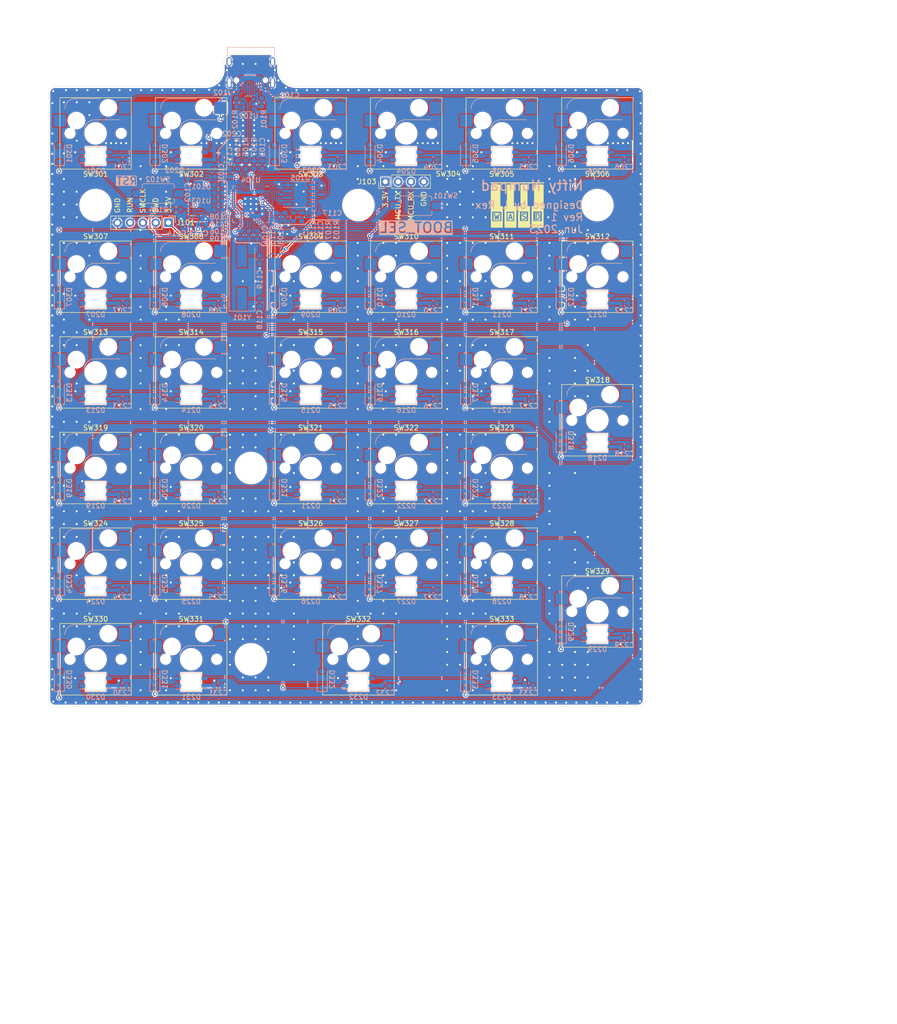
<source format=kicad_pcb>
(kicad_pcb (version 20221018) (generator pcbnew)
  (layers (0 "F.Cu" signal) (1 "In1.Cu" power) (2 "In2.Cu" power) (31 "B.Cu" signal) (34 "B.Paste" user) (35 "F.Paste" user) (36 "B.SilkS" user "B.Silkscreen") (37 "F.SilkS" user "F.Silkscreen") (38 "B.Mask" user) (39 "F.Mask" user) (44 "Edge.Cuts" user))
  (property "REV" "1")
  (net 0 "")
  (net 1 "+5V")
  (net 2 "GND")
  (net 3 "+3.3V")
  (net 4 "/DVDD_1.1V")
  (net 5 "Net-(U104-XIN)")
  (net 6 "Net-(U104-XOUT)")
  (net 7 "/LED Matrix/DIN0")
  (net 8 "Net-(D201-DOUT)")
  (net 9 "Net-(D202-DOUT)")
  (net 10 "Net-(D203-DOUT)")
  (net 11 "Net-(D204-DOUT)")
  (net 12 "Net-(D205-DOUT)")
  (net 13 "Net-(D206-DOUT)")
  (net 14 "Net-(D207-DOUT)")
  (net 15 "Net-(D208-DOUT)")
  (net 16 "Net-(D209-DOUT)")
  (net 17 "Net-(D210-DOUT)")
  (net 18 "Net-(D211-DOUT)")
  (net 19 "Net-(D212-DOUT)")
  (net 20 "Net-(D213-DOUT)")
  (net 21 "Net-(D214-DOUT)")
  (net 22 "Net-(D215-DOUT)")
  (net 23 "Net-(D216-DOUT)")
  (net 24 "Net-(D217-DOUT)")
  (net 25 "Net-(D218-DOUT)")
  (net 26 "Net-(D219-DOUT)")
  (net 27 "Net-(D220-DOUT)")
  (net 28 "Net-(D221-DOUT)")
  (net 29 "Net-(D222-DOUT)")
  (net 30 "Net-(D223-DOUT)")
  (net 31 "Net-(D224-DOUT)")
  (net 32 "Net-(D225-DOUT)")
  (net 33 "Net-(D226-DOUT)")
  (net 34 "Net-(D227-DOUT)")
  (net 35 "Net-(D228-DOUT)")
  (net 36 "Net-(D229-DOUT)")
  (net 37 "Net-(D230-DOUT)")
  (net 38 "Net-(D231-DOUT)")
  (net 39 "Net-(D232-DOUT)")
  (net 41 "/COL0")
  (net 42 "Net-(D301-A)")
  (net 43 "/COL1")
  (net 44 "Net-(D302-A)")
  (net 45 "/COL2")
  (net 46 "Net-(D303-A)")
  (net 47 "/COL3")
  (net 48 "Net-(D304-A)")
  (net 49 "/COL4")
  (net 50 "Net-(D305-A)")
  (net 51 "/COL5")
  (net 52 "Net-(D306-A)")
  (net 53 "Net-(D307-A)")
  (net 54 "Net-(D308-A)")
  (net 55 "Net-(D309-A)")
  (net 56 "Net-(D310-A)")
  (net 57 "Net-(D311-A)")
  (net 58 "Net-(D312-A)")
  (net 59 "Net-(D313-A)")
  (net 60 "Net-(D314-A)")
  (net 61 "Net-(D315-A)")
  (net 62 "Net-(D316-A)")
  (net 63 "Net-(D317-A)")
  (net 64 "Net-(D318-A)")
  (net 65 "Net-(D319-A)")
  (net 66 "Net-(D320-A)")
  (net 67 "Net-(D321-A)")
  (net 68 "Net-(D322-A)")
  (net 69 "Net-(D323-A)")
  (net 70 "Net-(D324-A)")
  (net 71 "Net-(D325-A)")
  (net 72 "Net-(D326-A)")
  (net 73 "Net-(D327-A)")
  (net 74 "Net-(D328-A)")
  (net 75 "Net-(D329-A)")
  (net 76 "Net-(D330-A)")
  (net 77 "Net-(D331-A)")
  (net 78 "Net-(D332-A)")
  (net 79 "Net-(D333-A)")
  (net 80 "/SWCLK")
  (net 81 "/SWD")
  (net 82 "/RUN")
  (net 83 "Net-(J102-CC1)")
  (net 84 "/USB_DP")
  (net 85 "/USB_DN")
  (net 87 "Net-(J102-CC2)")
  (net 89 "/UART0_MCU_TX")
  (net 90 "/UART0_MCU_RX")
  (net 91 "/~{BOOT_SEL}")
  (net 92 "/QSPI_~{CS}")
  (net 93 "Net-(U103-A)")
  (net 94 "/USB_RP_DP")
  (net 95 "/USB_RP_DN")
  (net 96 "/ROW0")
  (net 97 "/ROW1")
  (net 98 "/ROW2")
  (net 99 "/ROW3")
  (net 100 "/ROW4")
  (net 101 "/ROW5")
  (net 103 "/DIN0_3V3")
  (net 116 "/QSPI_SD3")
  (net 117 "/QSPI_CLK")
  (net 118 "/QSPI_SD0")
  (net 119 "/QSPI_SD2")
  (net 120 "/QSPI_SD1")
  (net 121 "Net-(C119-Pad1)")
  (footprint "PCM_Switch_Keyboard_Hotswap_Kailh:SW_Hotswap_Kailh_MX_1.00u" (layer "F.Cu") (at 181 131)
    (fp_text reference "SW314")
    (fp_text value "M9")
  )
  (footprint "irex_MountingHole:MountingHole_6.0mm_ReducedCourtyard" (layer "F.Cu") (at 192.875 188)
    (fp_text reference "H105" hide)
    (fp_text value "6.00mm" hide)
  )
  (footprint "PCM_Switch_Keyboard_Hotswap_Kailh:SW_Hotswap_Kailh_MX_1.00u" (layer "F.Cu") (at 162 131)
    (fp_text reference "SW313")
    (fp_text value "M3")
  )
  (footprint "PCM_Switch_Keyboard_Hotswap_Kailh:SW_Hotswap_Kailh_MX_2.00u_90deg" (layer "F.Cu") (at 261.75 140.5)
    (fp_text reference "SW318")
    (fp_text value "+")
  )
  (footprint "PCM_Switch_Keyboard_Hotswap_Kailh:SW_Hotswap_Kailh_MX_1.00u" (layer "F.Cu") (at 223.75 112)
    (fp_text reference "SW310")
    (fp_text value "/")
  )
  (footprint "PCM_Switch_Keyboard_Hotswap_Kailh:SW_Hotswap_Kailh_MX_1.00u" (layer "F.Cu") (at 181 112)
    (fp_text reference "SW308")
    (fp_text value "M8")
  )
  (footprint "PCM_Switch_Keyboard_Hotswap_Kailh:SW_Hotswap_Kailh_MX_1.00u" (layer "F.Cu") (at 223.75 83.5)
    (fp_text reference "SW304")
    (fp_text value "F14")
  )
  (footprint "PCM_Switch_Keyboard_Hotswap_Kailh:SW_Hotswap_Kailh_MX_1.00u" (layer "F.Cu") (at 162 112)
    (fp_text reference "SW307")
    (fp_text value "M2")
  )
  (footprint "PCM_Switch_Keyboard_Hotswap_Kailh:SW_Hotswap_Kailh_MX_1.00u" (layer "F.Cu") (at 242.75 83.5)
    (fp_text reference "SW305")
    (fp_text value "F15")
  )
  (footprint "PCM_Switch_Keyboard_Hotswap_Kailh:SW_Hotswap_Kailh_MX_1.00u" (layer "F.Cu") (at 242.75 188)
    (fp_text reference "SW333")
    (fp_text value ".")
  )
  (footprint "PCM_Switch_Keyboard_Hotswap_Kailh:SW_Hotswap_Kailh_MX_2.00u" (layer "F.Cu") (at 214.25 188)
    (fp_text reference "SW332")
    (fp_text value "0")
  )
  (footprint "PCM_Switch_Keyboard_Hotswap_Kailh:SW_Hotswap_Kailh_MX_1.00u" (layer "F.Cu") (at 162 188)
    (fp_text reference "SW330")
    (fp_text value "M6")
  )
  (footprint "PCM_Switch_Keyboard_Hotswap_Kailh:SW_Hotswap_Kailh_MX_1.00u" (layer "F.Cu") (at 181 169)
    (fp_text reference "SW325")
    (fp_text value "M11")
  )
  (footprint "Connector_PinHeader_2.54mm:PinHeader_1x05_P2.54mm_Vertical" (layer "F.Cu") (at 176.49 101.25 -90)
    (fp_text reference "J101")
    (fp_text value "SWD")
  )
  (footprint "PCM_Switch_Keyboard_Hotswap_Kailh:SW_Hotswap_Kailh_MX_1.00u" (layer "F.Cu") (at 261.75 112)
    (fp_text reference "SW312")
    (fp_text value "-")
  )
  (footprint "irex_MountingHole:MountingHole_6.0mm_ReducedCourtyard" (layer "F.Cu") (at 214.25 97.75)
    (fp_text reference "H102" hide)
    (fp_text value "6.00mm" hide)
  )
  (footprint "PCM_Switch_Keyboard_Hotswap_Kailh:SW_Hotswap_Kailh_MX_1.00u" (layer "F.Cu") (at 181 150)
    (fp_text reference "SW320")
    (fp_text value "M10")
  )
  (footprint "PCM_Switch_Keyboard_Hotswap_Kailh:SW_Hotswap_Kailh_MX_1.00u" (layer "F.Cu") (at 242.75 150)
    (fp_text reference "SW323")
    (fp_text value "6")
  )
  (footprint "PCM_Switch_Keyboard_Hotswap_Kailh:SW_Hotswap_Kailh_MX_1.00u" (layer "F.Cu") (at 204.75 131)
    (fp_text reference "SW315")
    (fp_text value "7")
  )
  (footprint "PCM_Switch_Keyboard_Hotswap_Kailh:SW_Hotswap_Kailh_MX_1.00u" (layer "F.Cu") (at 204.75 83.5)
    (fp_text reference "SW303")
    (fp_text value "F13")
  )
  (footprint "irex_MountingHole:MountingHole_6.0mm_ReducedCourtyard" (layer "F.Cu") (at 162 97.75)
    (fp_text reference "H101" hide)
    (fp_text value "6.00mm" hide)
  )
  (footprint "irex_MountingHole:MountingHole_6.0mm_ReducedCourtyard" (layer "F.Cu") (at 261.75 97.75)
    (fp_text reference "H103" hide)
    (fp_text value "6.00mm" hide)
  )
  (footprint "PCM_Switch_Keyboard_Hotswap_Kailh:SW_Hotswap_Kailh_MX_1.00u" (layer "F.Cu") (at 162 169)
    (fp_text reference "SW324")
    (fp_text value "M5")
  )
  (footprint "Connector_PinHeader_2.54mm:PinHeader_1x04_P2.54mm_Vertical" (layer "F.Cu") (at 219.6 93.1 90)
    (fp_text reference "J103")
    (fp_text value "UART")
  )
  (footprint "PCM_Switch_Keyboard_Hotswap_Kailh:SW_Hotswap_Kailh_MX_1.00u" (layer "F.Cu") (at 181 83.5)
    (fp_text reference "SW302")
    (fp_text value "M7")
  )
  (footprint "PCM_Switch_Keyboard_Hotswap_Kailh:SW_Hotswap_Kailh_MX_1.00u" (layer "F.Cu") (at 204.75 150)
    (fp_text reference "SW321")
    (fp_text value "4")
  )
  (footprint "PCM_Switch_Keyboard_Hotswap_Kailh:SW_Hotswap_Kailh_MX_1.00u" (layer "F.Cu") (at 204.75 112)
    (fp_text reference "SW309")
    (fp_text value "Num Toggle")
  )
  (footprint "PCM_Switch_Keyboard_Hotswap_Kailh:SW_Hotswap_Kailh_MX_1.00u" (layer "F.Cu") (at 223.75 150)
    (fp_text reference "SW322")
    (fp_text value "5")
  )
  (footprint "irex_MountingHole:MountingHole_6.0mm_ReducedCourtyard" (layer "F.Cu") (at 192.875 150)
    (fp_text reference "H104" hide)
    (fp_text value "6.00mm" hide)
  )
  (footprint "PCM_Switch_Keyboard_Hotswap_Kailh:SW_Hotswap_Kailh_MX_1.00u" (layer "F.Cu") (at 181 188)
    (fp_text reference "SW331")
    (fp_text value "M12")
  )
  (footprint "PCM_Switch_Keyboard_Hotswap_Kailh:SW_Hotswap_Kailh_MX_1.00u" (layer "F.Cu") (at 223.75 131)
    (fp_text reference "SW316")
    (fp_text value "8")
  )
  (footprint "PCM_Switch_Keyboard_Hotswap_Kailh:SW_Hotswap_Kailh_MX_1.00u" (layer "F.Cu") (at 242.75 169)
    (fp_text reference "SW328")
    (fp_text value "3")
  )
  (footprint "PCM_Switch_Keyboard_Hotswap_Kailh:SW_Hotswap_Kailh_MX_1.00u" (layer "F.Cu") (at 261.75 83.5)
    (fp_text reference "SW306")
    (fp_text value "F16")
  )
  (footprint "PCM_Switch_Keyboard_Hotswap_Kailh:SW_Hotswap_Kailh_MX_1.00u" (layer "F.Cu") (at 242.75 131)
    (fp_text reference "SW317")
    (fp_text value "9")
  )
  (footprint "PCM_Switch_Keyboard_Hotswap_Kailh:SW_Hotswap_Kailh_MX_1.00u" (layer "F.Cu") (at 162 150)
    (fp_text reference "SW319")
    (fp_text value "M4")
  )
  (footprint "PCM_Switch_Keyboard_Hotswap_Kailh:SW_Hotswap_Kailh_MX_2.00u_90deg" (layer "F.Cu") (at 261.75 178.5)
    (fp_text reference "SW329")
    (fp_text value "Enter")
  )
  (footprint "PCM_Switch_Keyboard_Hotswap_Kailh:SW_Hotswap_Kailh_MX_1.00u" (layer "F.Cu") (at 162 83.5)
    (fp_text reference "SW301")
    (fp_text value "M1")
  )
  (footprint "PCM_Switch_Keyboard_Hotswap_Kailh:SW_Hotswap_Kailh_MX_1.00u" (layer "F.Cu") (at 242.75 112)
    (fp_text reference "SW311")
    (fp_text value "*")
  )
  (footprint "PCM_Switch_Keyboard_Hotswap_Kailh:SW_Hotswap_Kailh_MX_1.00u" (layer "F.Cu") (at 204.75 169)
    (fp_text reference "SW326")
    (fp_text value "1")
  )
  (footprint "PCM_Switch_Keyboard_Hotswap_Kailh:SW_Hotswap_Kailh_MX_1.00u" (layer "F.Cu") (at 223.75 169)
    (fp_text reference "SW327")
    (fp_text value "2")
  )
  (footprint "Crystal:Crystal_SMD_HC49-SD" (layer "B.Cu") (at 191.1 112.1 90)
    (fp_text reference "Y101")
    (fp_text value "ABLS-12.000MHZ-B4-T")
  )
  (footprint "Capacitor_SMD:C_0603_1608Metric" (layer "B.Cu") (at 186.4 93.7 180)
    (fp_text reference "C108")
    (fp_text value "100nF")
  )
  (footprint "Capacitor_SMD:C_0603_1608Metric" (layer "B.Cu") (at 186.4 97 180)
    (fp_text reference "C106")
    (fp_text value "100nF")
  )
  (footprint "irex_LED_SMD:LED_SK6812-E_3.2x2.8mm" (layer "B.Cu") (at 261.75 183)
    (fp_text reference "D229")
    (fp_text value "SK6805MINI-E")
    (fp_line (start -1.9 -1.7) (end 1.9 -1.7) (stroke (width 0.1)) (layer "Edge.Cuts"))
    (fp_line (start -1.9 1.7) (end -1.9 -1.7) (stroke (width 0.1)) (layer "Edge.Cuts"))
    (fp_line (start 1.9 -1.7) (end 1.9 1.7) (stroke (width 0.1)) (layer "Edge.Cuts"))
    (fp_line (start 1.9 1.7) (end -1.9 1.7) (stroke (width 0.1)) (layer "Edge.Cuts"))
  )
  (footprint "Diode_SMD:D_SOD-123" (layer "B.Cu") (at 154.8 154 90)
    (fp_text reference "D319")
    (fp_text value "1N4148")
  )
  (footprint "irex_Connector_USB:USB_C_Receptacle_GCT_USB4105-GF-A-060" (layer "B.Cu") (at 192.875 70.3)
    (fp_text reference "J102")
    (fp_text value "USB-C")
  )
  (footprint "irex_LED_SMD:LED_SK6812-E_3.2x2.8mm" (layer "B.Cu") (at 242.75 135.5)
    (fp_text reference "D217")
    (fp_text value "SK6805MINI-E")
    (fp_line (start -1.9 -1.7) (end 1.9 -1.7) (stroke (width 0.1)) (layer "Edge.Cuts"))
    (fp_line (start -1.9 1.7) (end -1.9 -1.7) (stroke (width 0.1)) (layer "Edge.Cuts"))
    (fp_line (start 1.9 -1.7) (end 1.9 1.7) (stroke (width 0.1)) (layer "Edge.Cuts"))
    (fp_line (start 1.9 1.7) (end -1.9 1.7) (stroke (width 0.1)) (layer "Edge.Cuts"))
  )
  (footprint "irex_LED_SMD:LED_SK6812-E_3.2x2.8mm" (layer "B.Cu") (at 181 154.5)
    (fp_text reference "D220")
    (fp_text value "SK6805MINI-E")
    (fp_line (start -1.9 -1.7) (end 1.9 -1.7) (stroke (width 0.1)) (layer "Edge.Cuts"))
    (fp_line (start -1.9 1.7) (end -1.9 -1.7) (stroke (width 0.1)) (layer "Edge.Cuts"))
    (fp_line (start 1.9 -1.7) (end 1.9 1.7) (stroke (width 0.1)) (layer "Edge.Cuts"))
    (fp_line (start 1.9 1.7) (end -1.9 1.7) (stroke (width 0.1)) (layer "Edge.Cuts"))
  )
  (footprint "Resistor_SMD:R_0603_1608Metric" (layer "B.Cu") (at 190.2 89.75 -90)
    (fp_text reference "R106")
    (fp_text value "27")
  )
  (footprint "irex_LED_SMD:LED_SK6812-E_3.2x2.8mm" (layer "B.Cu") (at 242.75 88)
    (fp_text reference "D205")
    (fp_text value "SK6805MINI-E")
    (fp_line (start -1.9 -1.7) (end 1.9 -1.7) (stroke (width 0.1)) (layer "Edge.Cuts"))
    (fp_line (start -1.9 1.7) (end -1.9 -1.7) (stroke (width 0.1)) (layer "Edge.Cuts"))
    (fp_line (start 1.9 -1.7) (end 1.9 1.7) (stroke (width 0.1)) (layer "Edge.Cuts"))
    (fp_line (start 1.9 1.7) (end -1.9 1.7) (stroke (width 0.1)) (layer "Edge.Cuts"))
  )
  (footprint "Capacitor_SMD:C_0603_1608Metric" (layer "B.Cu") (at 188.65 91.35 90)
    (fp_text reference "C115")
    (fp_text value "1uF")
  )
  (footprint "irex_LED_SMD:LED_SK6812-E_3.2x2.8mm" (layer "B.Cu") (at 204.75 135.5)
    (fp_text reference "D215")
    (fp_text value "SK6805MINI-E")
    (fp_line (start -1.9 -1.7) (end 1.9 -1.7) (stroke (width 0.1)) (layer "Edge.Cuts"))
    (fp_line (start -1.9 1.7) (end -1.9 -1.7) (stroke (width 0.1)) (layer "Edge.Cuts"))
    (fp_line (start 1.9 -1.7) (end 1.9 1.7) (stroke (width 0.1)) (layer "Edge.Cuts"))
    (fp_line (start 1.9 1.7) (end -1.9 1.7) (stroke (width 0.1)) (layer "Edge.Cuts"))
  )
  (footprint "Capacitor_SMD:C_0603_1608Metric" (layer "B.Cu") (at 248.125 193.25)
    (fp_text reference "C233")
    (fp_text value "100nF")
  )
  (footprint "Capacitor_SMD:C_0603_1608Metric" (layer "B.Cu") (at 186.375 117.25)
    (fp_text reference "C208")
    (fp_text value "100nF")
  )
  (footprint "Capacitor_SMD:C_0603_1608Metric" (layer "B.Cu") (at 267.125 183.75)
    (fp_text reference "C229")
    (fp_text value "100nF")
  )
  (footprint "Capacitor_SMD:C_0603_1608Metric" (layer "B.Cu") (at 229.125 155.25)
    (fp_text reference "C222")
    (fp_text value "100nF")
  )
  (footprint "Diode_SMD:D_SOD-123" (layer "B.Cu") (at 197.55 154 90)
    (fp_text reference "D321")
    (fp_text value "1N4148")
  )
  (footprint "Capacitor_SMD:C_0603_1608Metric" (layer "B.Cu") (at 167.375 174.25)
    (fp_text reference "C224")
    (fp_text value "100nF")
  )
  (footprint "irex_LED_SMD:LED_SK6812-E_3.2x2.8mm" (layer "B.Cu") (at 181 88)
    (fp_text reference "D202")
    (fp_text value "SK6805MINI-E")
    (fp_line (start -1.9 -1.7) (end 1.9 -1.7) (stroke (width 0.1)) (layer "Edge.Cuts"))
    (fp_line (start -1.9 1.7) (end -1.9 -1.7) (stroke (width 0.1)) (layer "Edge.Cuts"))
    (fp_line (start 1.9 -1.7) (end 1.9 1.7) (stroke (width 0.1)) (layer "Edge.Cuts"))
    (fp_line (start 1.9 1.7) (end -1.9 1.7) (stroke (width 0.1)) (layer "Edge.Cuts"))
  )
  (footprint "irex_Aesthetic:Logo_irex_10.0x11.1mm_Mask" (layer "B.Cu") (at 260 156.5 180)
    (fp_text reference "G***" hide)
    (fp_text value "IREX_LOGO" hide)
  )
  (footprint "Capacitor_SMD:C_0603_1608Metric" (layer "B.Cu") (at 193.5 89.75 90)
    (fp_text reference "C107")
    (fp_text value "100nF")
  )
  (footprint "Capacitor_SMD:C_0603_1608Metric" (layer "B.Cu") (at 210.125 117.25)
    (fp_text reference "C209")
    (fp_text value "100nF")
  )
  (footprint "Diode_SMD:D_SOD-123" (layer "B.Cu") (at 173.8 87.5 90)
    (fp_text reference "D302")
    (fp_text value "1N4148")
  )
  (footprint "Resistor_SMD:R_0603_1608Metric" (layer "B.Cu") (at 195 77.375 -90)
    (fp_text reference "R101")
    (fp_text value "5.1k")
  )
  (footprint "Capacitor_SMD:C_0603_1608Metric" (layer "B.Cu") (at 199.65 100.1 -90)
    (fp_text reference "C111")
    (fp_text value "100nF")
  )
  (footprint "Diode_SMD:D_SOD-123" (layer "B.Cu") (at 235.55 154 90)
    (fp_text reference "D323")
    (fp_text value "1N4148")
  )
  (footprint "Diode_SMD:D_SOD-123" (layer "B.Cu") (at 216.55 135 90)
    (fp_text reference "D316")
    (fp_text value "1N4148")
  )
  (footprint "Diode_SMD:D_SOD-123" (layer "B.Cu") (at 197.55 173 90)
    (fp_text reference "D326")
    (fp_text value "1N4148")
  )
  (footprint "irex_LED_SMD:LED_SK6812-E_3.2x2.8mm" (layer "B.Cu") (at 162 88)
    (fp_text reference "D201")
    (fp_text value "SK6805MINI-E")
    (fp_line (start -1.9 -1.7) (end 1.9 -1.7) (stroke (width 0.1)) (layer "Edge.Cuts"))
    (fp_line (start -1.9 1.7) (end -1.9 -1.7) (stroke (width 0.1)) (layer "Edge.Cuts"))
    (fp_line (start 1.9 -1.7) (end 1.9 1.7) (stroke (width 0.1)) (layer "Edge.Cuts"))
    (fp_line (start 1.9 1.7) (end -1.9 1.7) (stroke (width 0.1)) (layer "Edge.Cuts"))
  )
  (footprint "irex_LED_SMD:LED_SK6812-E_3.2x2.8mm" (layer "B.Cu") (at 261.75 116.5)
    (fp_text reference "D212")
    (fp_text value "SK6805MINI-E")
    (fp_line (start -1.9 -1.7) (end 1.9 -1.7) (stroke (width 0.1)) (layer "Edge.Cuts"))
    (fp_line (start -1.9 1.7) (end -1.9 -1.7) (stroke (width 0.1)) (layer "Edge.Cuts"))
    (fp_line (start 1.9 -1.7) (end 1.9 1.7) (stroke (width 0.1)) (layer "Edge.Cuts"))
    (fp_line (start 1.9 1.7) (end -1.9 1.7) (stroke (width 0.1)) (layer "Edge.Cuts"))
  )
  (footprint "irex_LED_SMD:LED_SK6812-E_3.2x2.8mm" (layer "B.Cu") (at 204.75 173.5)
    (fp_text reference "D226")
    (fp_text value "SK6805MINI-E")
    (fp_line (start -1.9 -1.7) (end 1.9 -1.7) (stroke (width 0.1)) (layer "Edge.Cuts"))
    (fp_line (start -1.9 1.7) (end -1.9 -1.7) (stroke (width 0.1)) (layer "Edge.Cuts"))
    (fp_line (start 1.9 -1.7) (end 1.9 1.7) (stroke (width 0.1)) (layer "Edge.Cuts"))
    (fp_line (start 1.9 1.7) (end -1.9 1.7) (stroke (width 0.1)) (layer "Edge.Cuts"))
  )
  (footprint "Diode_SMD:D_SOD-123" (layer "B.Cu") (at 207.05 192 90)
    (fp_text reference "D332")
    (fp_text value "1N4148")
  )
  (footprint "Capacitor_SMD:C_0603_1608Metric" (layer "B.Cu") (at 183.2 101.6)
    (fp_text reference "C113")
    (fp_text value "100nF")
  )
  (footprint "Package_TO_SOT_SMD:SOT-353_SC-70-5" (layer "B.Cu") (at 183 91.75)
    (fp_text reference "U101")
    (fp_text value "MIC5366-3.3YC5")
  )
  (footprint "Package_TO_SOT_SMD:SOT-363_SC-70-6" (layer "B.Cu") (at 181.5 99.3)
    (fp_text reference "U103")
    (fp_text value "SN74LVC1T45DCK")
  )
  (footprint "Diode_SMD:D_SOD-123" (layer "B.Cu") (at 173.8 116 90)
    (fp_text reference "D308")
    (fp_text value "1N4148")
  )
  (footprint "Diode_SMD:D_SOD-123" (layer "B.Cu") (at 173.8 135 90)
    (fp_text reference "D314")
    (fp_text value "1N4148")
  )
  (footprint "irex_LED_SMD:LED_SK6812-E_3.2x2.8mm" (layer "B.Cu") (at 162 154.5)
    (fp_text reference "D219")
    (fp_text value "SK6805MINI-E")
    (fp_line (start -1.9 -1.7) (end 1.9 -1.7) (stroke (width 0.1)) (layer "Edge.Cuts"))
    (fp_line (start -1.9 1.7) (end -1.9 -1.7) (stroke (width 0.1)) (layer "Edge.Cuts"))
    (fp_line (start 1.9 -1.7) (end 1.9 1.7) (stroke (width 0.1)) (layer "Edge.Cuts"))
    (fp_line (start 1.9 1.7) (end -1.9 1.7) (stroke (width 0.1)) (layer "Edge.Cuts"))
  )
  (footprint "irex_LED_SMD:LED_SK6812-E_3.2x2.8mm" (layer "B.Cu") (at 223.75 88)
    (fp_text reference "D204")
    (fp_text value "SK6805MINI-E")
    (fp_line (start -1.9 -1.7) (end 1.9 -1.7) (stroke (width 0.1)) (layer "Edge.Cuts"))
    (fp_line (start -1.9 1.7) (end -1.9 -1.7) (stroke (width 0.1)) (layer "Edge.Cuts"))
    (fp_line (start 1.9 -1.7) (end 1.9 1.7) (stroke (width 0.1)) (layer "Edge.Cuts"))
    (fp_line (start 1.9 1.7) (end -1.9 1.7) (stroke (width 0.1)) (layer "Edge.Cuts"))
  )
  (footprint "Diode_SMD:D_SOD-123" (layer "B.Cu") (at 235.55 135 90)
    (fp_text reference "D317")
    (fp_text value "1N4148")
  )
  (footprint "Capacitor_SMD:C_0603_1608Metric" (layer "B.Cu") (at 248.125 174.25)
    (fp_text reference "C228")
    (fp_text value "100nF")
  )
  (footprint "irex_LED_SMD:LED_SK6812-E_3.2x2.8mm" (layer "B.Cu") (at 242.75 116.5)
    (fp_text reference "D211")
    (fp_text value "SK6805MINI-E")
    (fp_line (start -1.9 -1.7) (end 1.9 -1.7) (stroke (width 0.1)) (layer "Edge.Cuts"))
    (fp_line (start -1.9 1.7) (end -1.9 -1.7) (stroke (width 0.1)) (layer "Edge.Cuts"))
    (fp_line (start 1.9 -1.7) (end 1.9 1.7) (stroke (width 0.1)) (layer "Edge.Cuts"))
    (fp_line (start 1.9 1.7) (end -1.9 1.7) (stroke (width 0.1)) (layer "Edge.Cuts"))
  )
  (footprint "Capacitor_SMD:C_0603_1608Metric" (layer "B.Cu") (at 185.7 91.35 90)
    (fp_text reference "C103")
    (fp_text value "1uF")
  )
  (footprint "Capacitor_SMD:C_0603_1608Metric" (layer "B.Cu") (at 186.4 95.35 180)
    (fp_text reference "C116")
    (fp_text value "1uF")
  )
  (footprint "Capacitor_SMD:C_0603_1608Metric" (layer "B.Cu") (at 186.375 174.25)
    (fp_text reference "C225")
    (fp_text value "100nF")
  )
  (footprint "Capacitor_SMD:C_0603_1608Metric" (layer "B.Cu") (at 192.5 103.7 -90)
    (fp_text reference "C110")
    (fp_text value "100nF")
  )
  (footprint "Capacitor_SMD:C_0603_1608Metric" (layer "B.Cu") (at 267.125 117.25)
    (fp_text reference "C212")
    (fp_text value "100nF")
  )
  (footprint "Capacitor_SMD:C_0603_1608Metric" (layer "B.Cu") (at 197.475 76.625)
    (fp_text reference "C101")
    (fp_text value "10uF")
  )
  (footprint "Capacitor_SMD:C_0603_1608Metric" (layer "B.Cu") (at 210.125 88.75)
    (fp_text reference "C203")
    (fp_text value "100nF")
  )
  (footprint "Capacitor_SMD:C_0603_1608Metric" (layer "B.Cu") (at 195.15 89.75 90)
    (fp_text reference "C105")
    (fp_text value "100nF")
  )
  (footprint "Diode_SMD:D_SOD-123" (layer "B.Cu") (at 235.55 87.5 90)
    (fp_text reference "D305")
    (fp_text value "1N4148")
  )
  (footprint "irex_LED_SMD:LED_SK6812-E_3.2x2.8mm" (layer "B.Cu") (at 261.75 88)
    (fp_text reference "D206")
    (fp_text value "SK6805MINI-E")
    (fp_line (start -1.9 -1.7) (end 1.9 -1.7) (stroke (width 0.1)) (layer "Edge.Cuts"))
    (fp_line (start -1.9 1.7) (end -1.9 -1.7) (stroke (width 0.1)) (layer "Edge.Cuts"))
    (fp_line (start 1.9 -1.7) (end 1.9 1.7) (stroke (width 0.1)) (layer "Edge.Cuts"))
    (fp_line (start 1.9 1.7) (end -1.9 1.7) (stroke (width 0.1)) (layer "Edge.Cuts"))
  )
  (footprint "irex_LED_SMD:LED_SK6812-E_3.2x2.8mm" (layer "B.Cu") (at 162 173.5)
    (fp_text reference "D224")
    (fp_text value "SK6805MINI-E")
    (fp_line (start -1.9 -1.7) (end 1.9 -1.7) (stroke (width 0.1)) (layer "Edge.Cuts"))
    (fp_line (start -1.9 1.7) (end -1.9 -1.7) (stroke (width 0.1)) (layer "Edge.Cuts"))
    (fp_line (start 1.9 -1.7) (end 1.9 1.7) (stroke (width 0.1)) (layer "Edge.Cuts"))
    (fp_line (start 1.9 1.7) (end -1.9 1.7) (stroke (width 0.1)) (layer "Edge.Cuts"))
  )
  (footprint "Package_DFN_QFN:QFN-56-1EP_7x7mm_P0.4mm_EP3.2x3.2mm" (layer "B.Cu") (at 192.85 97.6 180)
    (fp_text reference "U104")
    (fp_text value "RP2040")
  )
  (footprint "Capacitor_SMD:C_0603_1608Metric" (layer "B.Cu") (at 248.125 88.75)
    (fp_text reference "C205")
    (fp_text value "100nF")
  )
  (footprint "Diode_SMD:D_SOD-123" (layer "B.Cu") (at 173.8 192 90)
    (fp_text reference "D331")
    (fp_text value "1N4148")
  )
  (footprint "Capacitor_SMD:C_0603_1608Metric" (layer "B.Cu") (at 205.65 99.35 180)
    (fp_text reference "C117")
    (fp_text value "100nF")
  )
  (footprint "irex_LED_SMD:LED_SK6812-E_3.2x2.8mm" (layer "B.Cu") (at 214.25 192.5)
    (fp_text reference "D232")
    (fp_text value "SK6805MINI-E")
    (fp_line (start -1.9 -1.7) (end 1.9 -1.7) (stroke (width 0.1)) (layer "Edge.Cuts"))
    (fp_line (start -1.9 1.7) (end -1.9 -1.7) (stroke (width 0.1)) (layer "Edge.Cuts"))
    (fp_line (start 1.9 -1.7) (end 1.9 1.7) (stroke (width 0.1)) (layer "Edge.Cuts"))
    (fp_line (start 1.9 1.7) (end -1.9 1.7) (stroke (width 0.1)) (layer "Edge.Cuts"))
  )
  (footprint "Capacitor_SMD:C_0603_1608Metric" (layer "B.Cu") (at 198 100.1 -90)
    (fp_text reference "C112")
    (fp_text value "100nF")
  )
  (footprint "Diode_SMD:D_SOD-123" (layer "B.Cu") (at 254.55 116 90)
    (fp_text reference "D312")
    (fp_text value "1N4148")
  )
  (footprint "Diode_SMD:D_SOD-123" (layer "B.Cu") (at 254.55 87.5 90)
    (fp_text reference "D306")
    (fp_text value "1N4148")
  )
  (footprint "Capacitor_SMD:C_0603_1608Metric" (layer "B.Cu") (at 179.8 101.6 180)
    (fp_text reference "C114")
    (fp_text value "100nF")
  )
  (footprint "irex_LED_SMD:LED_SK6812-E_3.2x2.8mm" (layer "B.Cu") (at 162 135.5)
    (fp_text reference "D213")
    (fp_text value "SK6805MINI-E")
    (fp_line (start -1.9 -1.7) (end 1.9 -1.7) (stroke (width 0.1)) (layer "Edge.Cuts"))
    (fp_line (start -1.9 1.7) (end -1.9 -1.7) (stroke (width 0.1)) (layer "Edge.Cuts"))
    (fp_line (start 1.9 -1.7) (end 1.9 1.7) (stroke (width 0.1)) (layer "Edge.Cuts"))
    (fp_line (start 1.9 1.7) (end -1.9 1.7) (stroke (width 0.1)) (layer "Edge.Cuts"))
  )
  (footprint "Diode_SMD:D_SOD-123" (layer "B.Cu") (at 197.55 87.5 90)
    (fp_text reference "D303")
    (fp_text value "1N4148")
  )
  (footprint "irex_LED_SMD:LED_SK6812-E_3.2x2.8mm" (layer "B.Cu") (at 242.75 192.5)
    (fp_text reference "D233")
    (fp_text value "SK6805MINI-E")
    (fp_line (start -1.9 -1.7) (end 1.9 -1.7) (stroke (width 0.1)) (layer "Edge.Cuts"))
    (fp_line (start -1.9 1.7) (end -1.9 -1.7) (stroke (width 0.1)) (layer "Edge.Cuts"))
    (fp_line (start 1.9 -1.7) (end 1.9 1.7) (stroke (width 0.1)) (layer "Edge.Cuts"))
    (fp_line (start 1.9 1.7) (end -1.9 1.7) (stroke (width 0.1)) (layer "Edge.Cuts"))
  )
  (footprint "irex_LED_SMD:LED_SK6812-E_3.2x2.8mm" (layer "B.Cu") (at 162 116.5)
    (fp_text reference "D207")
    (fp_text value "SK6805MINI-E")
    (fp_line (start -1.9 -1.7) (end 1.9 -1.7) (stroke (width 0.1)) (layer "Edge.Cuts"))
    (fp_line (start -1.9 1.7) (end -1.9 -1.7) (stroke (width 0.1)) (layer "Edge.Cuts"))
    (fp_line (start 1.9 -1.7) (end 1.9 1.7) (stroke (width 0.1)) (layer "Edge.Cuts"))
    (fp_line (start 1.9 1.7) (end -1.9 1.7) (stroke (width 0.1)) (layer "Edge.Cuts"))
  )
  (footprint "Capacitor_SMD:C_0603_1608Metric" (layer "B.Cu") (at 167.375 155.25)
    (fp_text reference "C219")
    (fp_text value "100nF")
  )
  (footprint "Diode_SMD:D_SOD-123" (layer "B.Cu") (at 197.55 116 90)
    (fp_text reference "D309")
    (fp_text value "1N4148")
  )
  (footprint "Diode_SMD:D_SOD-123" (layer "B.Cu") (at 154.8 135 90)
    (fp_text reference "D313")
    (fp_text value "1N4148")
  )
  (footprint "Capacitor_SMD:C_0603_1608Metric" (layer "B.Cu") (at 186.375 193.25)
    (fp_text reference "C231")
    (fp_text value "100nF")
  )
  (footprint "Capacitor_SMD:C_0603_1608Metric" (layer "B.Cu") (at 248.125 155.25)
    (fp_text reference "C223")
    (fp_text value "100nF")
  )
  (footprint "Diode_SMD:D_SOD-123" (layer "B.Cu") (at 235.55 116 90)
    (fp_text reference "D311")
    (fp_text value "1N4148")
  )
  (footprint "irex_LED_SMD:LED_SK6812-E_3.2x2.8mm" (layer "B.Cu") (at 181 192.5)
    (fp_text reference "D231")
    (fp_text value "SK6805MINI-E")
    (fp_line (start -1.9 -1.7) (end 1.9 -1.7) (stroke (width 0.1)) (layer "Edge.Cuts"))
    (fp_line (start -1.9 1.7) (end -1.9 -1.7) (stroke (width 0.1)) (layer "Edge.Cuts"))
    (fp_line (start 1.9 -1.7) (end 1.9 1.7) (stroke (width 0.1)) (layer "Edge.Cuts"))
    (fp_line (start 1.9 1.7) (end -1.9 1.7) (stroke (width 0.1)) (layer "Edge.Cuts"))
  )
  (footprint "Diode_SMD:D_SOD-123" (layer "B.Cu") (at 235.55 192 90)
    (fp_text reference "D333")
    (fp_text value "1N4148")
  )
  (footprint "irex_Button_Switch_SMD:SW-PUSH-6x3.5mm_CK-PTS636SL43x_HandSolder" (layer "B.Cu") (at 229.75 97.9001 180)
    (fp_text reference "SW101")
    (fp_text value "PTS636 SL43 SMTR LFS")
  )
  (footprint "Diode_SMD:D_SOD-123" (layer "B.Cu") (at 254.55 144.5 90)
    (fp_text reference "D318")
    (fp_text value "1N4148")
  )
  (footprint "Capacitor_SMD:C_0603_1608Metric" (layer "B.Cu") (at 167.375 193.25)
    (fp_text reference "C230")
    (fp_text value "100nF")
  )
  (footprint "Capacitor_SMD:C_0603_1608Metric" (layer "B.Cu") (at 190.85 103.7 -90)
    (fp_text reference "C104")
    (fp_text value "100nF")
  )
  (footprint "Capacitor_SMD:C_0603_1608Metric" (layer "B.Cu") (at 167.375 88.75)
    (fp_text reference "C201")
    (fp_text value "100nF")
  )
  (footprint "Diode_SMD:D_SOD-123" (layer "B.Cu") (at 216.55 87.5 90)
    (fp_text reference "D304")
    (fp_text value "1N4148")
  )
  (footprint "Diode_SMD:D_SOD-123" (layer "B.Cu") (at 154.8 87.5 90)
    (fp_text reference "D301")
    (fp_text value "1N4148")
  )
  (footprint "irex_LED_SMD:LED_SK6812-E_3.2x2.8mm" (layer "B.Cu") (at 261.75 145)
    (fp_text reference "D218")
    (fp_text value "SK6805MINI-E")
    (fp_line (start -1.9 -1.7) (end 1.9 -1.7) (stroke (width 0.1)) (layer "Edge.Cuts"))
    (fp_line (start -1.9 1.7) (end -1.9 -1.7) (stroke (width 0.1)) (layer "Edge.Cuts"))
    (fp_line (start 1.9 -1.7) (end 1.9 1.7) (stroke (width 0.1)) (layer "Edge.Cuts"))
    (fp_line (start 1.9 1.7) (end -1.9 1.7) (stroke (width 0.1)) (layer "Edge.Cuts"))
  )
  (footprint "Capacitor_SMD:C_0603_1608Metric" (layer "B.Cu") (at 167.375 117.25)
    (fp_text reference "C207")
    (fp_text value "100nF")
  )
  (footprint "Package_SO:SOIC-8_3.9x4.9mm_P1.27mm" (layer "B.Cu") (at 202.7 95.65)
    (fp_text reference "U105")
    (fp_text value "W25Q40CLSNIG")
  )
  (footprint "irex_LED_SMD:LED_SK6812-E_3.2x2.8mm" (layer "B.Cu") (at 223.75 154.5)
    (fp_text reference "D222")
    (fp_text value "SK6805MINI-E")
    (fp_line (start -1.9 -1.7) (end 1.9 -1.7) (stroke (width 0.1)) (layer "Edge.Cuts"))
    (fp_line (start -1.9 1.7) (end -1.9 -1.7) (stroke (width 0.1)) (layer "Edge.Cuts"))
    (fp_line (start 1.9 -1.7) (end 1.9 1.7) (stroke (width 0.1)) (layer "Edge.Cuts"))
    (fp_line (start 1.9 1.7) (end -1.9 1.7) (stroke (width 0.1)) (layer "Edge.Cuts"))
  )
  (footprint "Capacitor_SMD:C_0603_1608Metric" (layer "B.Cu") (at 186.375 136.25)
    (fp_text reference "C214")
    (fp_text value "100nF")
  )
  (footprint "Capacitor_SMD:C_0603_1608Metric" (layer "B.Cu") (at 229.125 88.75)
    (fp_text reference "C204")
    (fp_text value "100nF")
  )
  (footprint "Capacitor_SMD:C_0603_1608Metric" (layer "B.Cu") (at 210.125 155.25)
    (fp_text reference "C221")
    (fp_text value "100nF")
  )
  (footprint "Diode_SMD:D_SOD-123" (layer "B.Cu") (at 173.8 173 90)
    (fp_text reference "D325")
    (fp_text value "1N4148")
  )
  (footprint "irex_LED_SMD:LED_SK6812-E_3.2x2.8mm" (layer "B.Cu") (at 162 192.5)
    (fp_text reference "D230")
    (fp_text value "SK6805MINI-E")
    (fp_line (start -1.9 -1.7) (end 1.9 -1.7) (stroke (width 0.1)) (layer "Edge.Cuts"))
    (fp_line (start -1.9 1.7) (end -1.9 -1.7) (stroke (width 0.1)) (layer "Edge.Cuts"))
    (fp_line (start 1.9 -1.7) (end 1.9 1.7) (stroke (width 0.1)) (layer "Edge.Cuts"))
    (fp_line (start 1.9 1.7) (end -1.9 1.7) (stroke (width 0.1)) (layer "Edge.Cuts"))
  )
  (footprint "Capacitor_SMD:C_0603_1608Metric" (layer "B.Cu") (at 248.125 136.25)
    (fp_text reference "C217")
    (fp_text value "100nF")
  )
  (footprint "Diode_SMD:D_SOD-123" (layer "B.Cu") (at 235.55 173 90)
    (fp_text reference "D328")
    (fp_text value "1N4148")
  )
  (footprint "Capacitor_SMD:C_0603_1608Metric" (layer "B.Cu") (at 248.125 117.25)
    (fp_text reference "C211")
    (fp_text value "100nF")
  )
  (footprint "Capacitor_SMD:C_0603_1608Metric" (layer "B.Cu") (at 229.125 117.25)
    (fp_text reference "C210")
    (fp_text value "100nF")
  )
  (footprint "Capacitor_SMD:C_0603_1608Metric" (layer "B.Cu") (at 210.125 174.25)
    (fp_text reference "C226")
    (fp_text value "100nF")
  )
  (footprint "Resistor_SMD:R_0603_1608Metric" (layer "B.Cu") (at 189.975 77.375 -90)
    (fp_text reference "R102")
    (fp_text value "5.1k")
  )
  (footprint "irex_LED_SMD:LED_SK6812-E_3.2x2.8mm" (layer "B.Cu") (at 204.75 154.5)
    (fp_text reference "D221")
    (fp_text value "SK6805MINI-E")
    (fp_line (start -1.9 -1.7) (end 1.9 -1.7) (stroke (width 0.1)) (layer "Edge.Cuts"))
    (fp_line (start -1.9 1.7) (end -1.9 -1.7) (stroke (width 0.1)) (layer "Edge.Cuts"))
    (fp_line (start 1.9 -1.7) (end 1.9 1.7) (stroke (width 0.1)) (layer "Edge.Cuts"))
    (fp_line (start 1.9 1.7) (end -1.9 1.7) (stroke (width 0.1)) (layer "Edge.Cuts"))
  )
  (footprint "irex_LED_SMD:LED_SK6812-E_3.2x2.8mm" (layer "B.Cu") (at 223.75 173.5)
    (fp_text reference "D227")
    (fp_text value "SK6805MINI-E")
    (fp_line (start -1.9 -1.7) (end 1.9 -1.7) (stroke (width 0.1)) (layer "Edge.Cuts"))
    (fp_line (start -1.9 1.7) (end -1.9 -1.7) (stroke (width 0.1)) (layer "Edge.Cuts"))
    (fp_line (start 1.9 -1.7) (end 1.9 1.7) (stroke (width 0.1)) (layer "Edge.Cuts"))
    (fp_line (start 1.9 1.7) (end -1.9 1.7) (stroke (width 0.1)) (layer "Edge.Cuts"))
  )
  (footprint "Diode_SMD:D_SOD-123" (layer "B.Cu") (at 254.55 182.5 90)
    (fp_text reference "D329")
    (fp_text value "1N4148")
  )
  (footprint "Capacitor_SMD:C_0603_1608Metric" (layer "B.Cu") (at 210.125 136.25)
    (fp_text reference "C215")
    (fp_text value "100nF")
  )
  (footprint "Resistor_SMD:R_0603_1608Metric" (layer "B.Cu") (at 202.95 100.1 90)
    (fp_text reference "R103")
    (fp_text value "1k")
  )
  (footprint "Diode_SMD:D_SOD-123" (layer "B.Cu") (at 216.55 173 90)
    (fp_text reference "D327")
    (fp_text value "1N4148")
  )
  (footprint "Diode_SMD:D_SOD-123" (layer "B.Cu") (at 197.55 135 90)
    (fp_text reference "D315")
    (fp_text value "1N4148")
  )
  (footprint "irex_LED_SMD:LED_SK6812-E_3.2x2.8mm" (layer "B.Cu") (at 204.75 116.5)
    (fp_text reference "D209")
    (fp_text value "SK6805MINI-E")
    (fp_line (start -1.9 -1.7) (end 1.9 -1.7) (stroke (width 0.1)) (layer "Edge.Cuts"))
    (fp_line (start -1.9 1.7) (end -1.9 -1.7) (stroke (width 0.1)) (layer "Edge.Cuts"))
    (fp_line (start 1.9 -1.7) (end 1.9 1.7) (stroke (width 0.1)) (layer "Edge.Cuts"))
    (fp_line (start 1.9 1.7) (end -1.9 1.7) (stroke (width 0.1)) (layer "Edge.Cuts"))
  )
  (footprint "Capacitor_SMD:C_0603_1608Metric" (layer "B.Cu") (at 229.125 174.25)
    (fp_text reference "C227")
    (fp_text value "100nF")
  )
  (footprint "Resistor_SMD:R_0603_1608Metric" (layer "B.Cu") (at 194.1 103.7 90)
    (fp_text reference "R108")
    (fp_text value "1k")
  )
  (footprint "Diode_SMD:D_SOD-123" (layer "B.Cu") (at 216.55 116 90)
    (fp_text reference "D310")
    (fp_text value "1N4148")
  )
  (footprint "irex_LED_SMD:LED_SK6812-E_3.2x2.8mm" (layer "B.Cu") (at 223.75 116.5)
    (fp_text reference "D210")
    (fp_text value "SK6805MINI-E")
    (fp_line (start -1.9 -1.7) (end 1.9 -1.7) (stroke (width 0.1)) (layer "Edge.Cuts"))
    (fp_line (start -1.9 1.7) (end -1.9 -1.7) (stroke (width 0.1)) (layer "Edge.Cuts"))
    (fp_line (start 1.9 -1.7) (end 1.9 1.7) (stroke (width 0.1)) (layer "Edge.Cuts"))
    (fp_line (start 1.9 1.7) (end -1.9 1.7) (stroke (width 0.1)) (layer "Edge.Cuts"))
  )
  (footprint "Diode_SMD:D_SOD-123" (layer "B.Cu") (at 154.8 192 90)
    (fp_text reference "D330")
    (fp_text value "1N4148")
  )
  (footprint "irex_Button_Switch_SMD:SW-PUSH-6x3.5mm_CK-PTS636SL43x_HandSolder" (layer "B.Cu") (at 170.35 95.4499)
    (fp_text reference "SW102")
    (fp_text value "PTS636 SL43 SMTR LFS")
  )
  (footprint "Capacitor_SMD:C_0603_1608Metric" (layer "B.Cu") (at 180.3 91.75 90)
    (fp_text reference "C102")
    (fp_text value "1uF")
  )
  (footprint "Capacitor_SMD:C_0603_1608Metric" (layer "B.Cu") (at 186.375 155.25)
    (fp_text reference "C220")
    (fp_text value "100nF")
  )
  (footprint "Capacitor_SMD:C_0603_1608Metric" (layer "B.Cu") (at 167.375 136.25)
    (fp_text reference "C213")
    (fp_text value "100nF")
  )
  (footprint "Package_TO_SOT_SMD:SOT-143" (layer "B.Cu") (at 192.4 77.65)
    (fp_text reference "U102")
    (fp_text value "CM1213A−02Sx")
  )
  (footprint "irex_LED_SMD:LED_SK6812-E_3.2x2.8mm" (layer "B.Cu") (at 242.75 173.5)
    (fp_text reference "D228")
    (fp_text value "SK6805MINI-E")
    (fp_line (start -1.9 -1.7) (end 1.9 -1.7) (stroke (width 0.1)) (layer "Edge.Cuts"))
    (fp_line (start -1.9 1.7) (end -1.9 -1.7) (stroke (width 0.1)) (layer "Edge.Cuts"))
    (fp_line (start 1.9 -1.7) (end 1.9 1.7) (stroke (width 0.1)) (layer "Edge.Cuts"))
    (fp_line (start 1.9 1.7) (end -1.9 1.7) (stroke (width 0.1)) (layer "Edge.Cuts"))
  )
  (footprint "Capacitor_SMD:C_0603_1608Metric" (layer "B.Cu") (at 267.125 145.75)
    (fp_text reference "C218")
    (fp_text value "100nF")
  )
  (footprint "Diode_SMD:D_SOD-123" (layer "B.Cu") (at 154.8 173 90)
    (fp_text reference "D324")
    (fp_text value "1N4148")
  )
  (footprint "Capacitor_SMD:C_0603_1608Metric" (layer "B.Cu") (at 194.65 108.55 -90)
    (fp_text reference "C119")
    (fp_text value "27pF")
  )
  (footprint "Diode_SMD:D_SOD-123" (layer "B.Cu") (at 154.8 116 90)
    (fp_text reference "D307")
    (fp_text value "1N4148")
  )
  (footprint "irex_LED_SMD:LED_SK6812-E_3.2x2.8mm" (layer "B.Cu") (at 242.75 154.5)
    (fp_text reference "D223")
    (fp_text value "SK6805MINI-E")
    (fp_line (start -1.9 -1.7) (end 1.9 -1.7) (stroke (width 0.1)) (layer "Edge.Cuts"))
    (fp_line (start -1.9 1.7) (end -1.9 -1.7) (stroke (width 0.1)) (layer "Edge.Cuts"))
    (fp_line (start 1.9 -1.7) (end 1.9 1.7) (stroke (width 0.1)) (layer "Edge.Cuts"))
    (fp_line (start 1.9 1.7) (end -1.9 1.7) (stroke (width 0.1)) (layer "Edge.Cuts"))
  )
  (footprint "irex_LED_SMD:LED_SK6812-E_3.2x2.8mm" (layer "B.Cu") (at 181 116.5)
    (fp_text reference "D208")
    (fp_text value "SK6805MINI-E")
    (fp_line (start -1.9 -1.7) (end 1.9 -1.7) (stroke (width 0.1)) (layer "Edge.Cuts"))
    (fp_line (start -1.9 1.7) (end -1.9 -1.7) (stroke (width 0.1)) (layer "Edge.Cuts"))
    (fp_line (start 1.9 -1.7) (end 1.9 1.7) (stroke (width 0.1)) (layer "Edge.Cuts"))
    (fp_line (start 1.9 1.7) (end -1.9 1.7) (stroke (width 0.1)) (layer "Edge.Cuts"))
  )
  (footprint "Diode_SMD:D_SOD-123" (layer "B.Cu") (at 216.55 154 90)
    (fp_text reference "D322")
    (fp_text value "1N4148")
  )
  (footprint "Resistor_SMD:R_0603_1608Metric" (layer "B.Cu") (at 201.3 100.1 90)
    (fp_text reference "R107")
    (fp_text value "10k")
  )
  (footprint "Resistor_SMD:R_0603_1608Metric" (layer "B.Cu") (at 178.025 98.65 180)
    (fp_text reference "R104")
    (fp_text value "330")
  )
  (footprint "irex_LED_SMD:LED_SK6812-E_3.2x2.8mm" (layer "B.Cu") (at 223.75 135.5)
    (fp_text reference "D216")
    (fp_text value "SK6805MINI-E")
    (fp_line (start -1.9 -1.7) (end 1.9 -1.7) (stroke (width 0.1)) (layer "Edge.Cuts"))
    (fp_line (start -1.9 1.7) (end -1.9 -1.7) (stroke (width 0.1)) (layer "Edge.Cuts"))
    (fp_line (start 1.9 -1.7) (end 1.9 1.7) (stroke (width 0.1)) (layer "Edge.Cuts"))
    (fp_line (start 1.9 1.7) (end -1.9 1.7) (stroke (width 0.1)) (layer "Edge.Cuts"))
  )
  (footprint "Capacitor_SMD:C_0603_1608Metric" (layer "B.Cu") (at 229.125 136.25)
    (fp_text reference "C216")
    (fp_text value "100nF")
  )
  (footprint "irex_LED_SMD:LED_SK6812-E_3.2x2.8mm" (layer "B.Cu") (at 204.75 88)
    (fp_text reference "D203")
    (fp_text value "SK6805MINI-E")
    (fp_line (start -1.9 -1.7) (end 1.9 -1.7) (stroke (width 0.1)) (layer "Edge.Cuts"))
    (fp_line (start -1.9 1.7) (end -1.9 -1.7) (stroke (width 0.1)) (layer "Edge.Cuts"))
    (fp_line (start 1.9 -1.7) (end 1.9 1.7) (stroke (width 0.1)) (layer "Edge.Cuts"))
    (fp_line (start 1.9 1.7) (end -1.9 1.7) (stroke (width 0.1)) (layer "Edge.Cuts"))
  )
  (footprint "irex_LED_SMD:LED_SK6812-E_3.2x2.8mm" (layer "B.Cu") (at 181 135.5)
    (fp_text reference "D214")
    (fp_text value "SK6805MINI-E")
    (fp_line (start -1.9 -1.7) (end 1.9 -1.7) (stroke (width 0.1)) (layer "Edge.Cuts"))
    (fp_line (start -1.9 1.7) (end -1.9 -1.7) (stroke (width 0.1)) (layer "Edge.Cuts"))
    (fp_line (start 1.9 -1.7) (end 1.9 1.7) (stroke (width 0.1)) (layer "Edge.Cuts"))
    (fp_line (start 1.9 1.7) (end -1.9 1.7) (stroke (width 0.1)) (layer "Edge.Cuts"))
  )
  (footprint "Capacitor_SMD:C_0603_1608Metric" (layer "B.Cu") (at 186.375 88.75)
    (fp_text reference "C202")
    (fp_text value "100nF")
  )
  (footprint "Capacitor_SMD:C_0603_1608Metric" (layer "B.Cu") (at 267.125 88.75)
    (fp_text reference "C206")
    (fp_text value "100nF")
  )
  (footprint "irex_LED_SMD:LED_SK6812-E_3.2x2.8mm" (layer "B.Cu") (at 181 173.5)
    (fp_text reference "D225")
    (fp_text value "SK6805MINI-E")
    (fp_line (start -1.9 -1.7) (end 1.9 -1.7) (stroke (width 0.1)) (layer "Edge.Cuts"))
    (fp_line (start -1.9 1.7) (end -1.9 -1.7) (stroke (width 0.1)) (layer "Edge.Cuts"))
    (fp_line (start 1.9 -1.7) (end 1.9 1.7) (stroke (width 0.1)) (layer "Edge.Cuts"))
    (fp_line (start 1.9 1.7) (end -1.9 1.7) (stroke (width 0.1)) (layer "Edge.Cuts"))
  )
  (footprint "Resistor_SMD:R_0603_1608Metric" (layer "B.Cu") (at 191.85 89.75 -90)
    (fp_text reference "R105")
    (fp_text value "27")
  )
  (footprint "Diode_SMD:D_SOD-123" (layer "B.Cu") (at 173.8 154 90)
    (fp_text reference "D320")
    (fp_text value "1N4148")
  )
  (footprint "Capacitor_SMD:C_0603_1608Metric" (layer "B.Cu") (at 194.6 117.1 -90)
    (fp_text reference "C118")
    (fp_text value "27pF")
  )
  (footprint "Capacitor_SMD:C_0603_1608Metric" (layer "B.Cu") (at 186.4 98.7 180)
    (fp_text reference "C109")
    (fp_text value "100nF")
  )
  (footprint "Capacitor_SMD:C_0603_1608Metric" (layer "B.Cu") (at 219.625 193.25)
    (fp_text reference "C232")
    (fp_text value "100nF")
  )
  (gr_line (start 188.15 99.15) (end 188.65 99.65) (stroke (width 0.2)) (layer "B.SilkS"))
  (gr_line (start 195.1 105.8) (end 198.8 105.8) (stroke (width 0.2)) (layer "B.SilkS"))
  (gr_poly (pts (xy 186.399999 87.8) (xy 186 87.25) (xy 186.799999 87.25)) (stroke (width 0.15)) (fill solid) (layer "B.SilkS"))
  (gr_line (start 197.55 101.6) (end 203.65 101.6) (stroke (width 0.2)) (layer "B.SilkS"))
  (gr_line (start 197.1 101.15) (end 197.55 101.6) (stroke (width 0.2)) (layer "B.SilkS"))
  (gr_line (start 187.75 92.9) (end 188.15 93.3) (stroke (width 0.2)) (layer "B.SilkS"))
  (gr_line (start 190.05 105.25) (end 194.55 105.25) (stroke (width 0.2)) (layer "B.SilkS"))
  (gr_line (start 187.75 92.9) (end 186.35 92.9) (stroke (width 0.2)) (layer "B.SilkS"))
  (gr_line (start 189.55 104.75) (end 190.05 105.25) (stroke (width 0.2)) (layer "B.SilkS"))
  (gr_line (start 188.637237 84.512763) (end 186.4 86.75) (stroke (width 0.15)) (layer "B.SilkS"))
  (gr_line (start 186.4 87.25) (end 186.4 86.75) (stroke (width 0.15)) (layer "B.SilkS"))
  (gr_line (start 194.55 105.25) (end 195.1 105.8) (stroke (width 0.2)) (layer "B.SilkS"))
  (gr_line (start 188.15 93.3) (end 188.15 99.15) (stroke (width 0.2)) (layer "B.SilkS"))
  (gr_line (start 204.55 100.7) (end 210.5 100.7) (stroke (width 0.2)) (layer "B.SilkS"))
  (gr_line (start 188.65 99.65) (end 188.65 104.95) (stroke (width 0.2)) (layer "B.SilkS"))
  (gr_line (start 203.65 101.6) (end 204.55 100.7) (stroke (width 0.2)) (layer "B.SilkS"))
  (gr_line (start 240.565 93.325) (end 251.065 93.325) (stroke (width 0.2)) (layer "F.SilkS"))
  (gr_line (start 183.905 74.2) (end 154 74.2) (stroke (width 0.05)) (layer "Edge.Cuts"))
  (gr_arc (start 152.7 75.5) (mid 153.080761 74.580761) (end 154 74.2) (stroke (width 0.05)) (layer "Edge.Cuts"))
  (gr_arc (start 196.345 67.65) (mid 197.759214 68.235786) (end 198.345 69.65) (stroke (width 0.05)) (layer "Edge.Cuts"))
  (gr_arc (start 187.405 70.7) (mid 186.379874 73.174874) (end 183.905 74.2) (stroke (width 0.05)) (layer "Edge.Cuts"))
  (gr_arc (start 154 197.3) (mid 153.080761 196.919239) (end 152.7 196) (stroke (width 0.05)) (layer "Edge.Cuts"))
  (gr_arc (start 269.75 74.2) (mid 270.669239 74.580761) (end 271.05 75.5) (stroke (width 0.05)) (layer "Edge.Cuts"))
  (gr_arc (start 201.845 74.2) (mid 199.370126 73.174874) (end 198.345 70.7) (stroke (width 0.05)) (layer "Edge.Cuts"))
  (gr_line (start 154 197.3) (end 269.75 197.3) (stroke (width 0.05)) (layer "Edge.Cuts"))
  (gr_line (start 271.05 196) (end 271.05 75.5) (stroke (width 0.05)) (layer "Edge.Cuts"))
  (gr_line (start 198.345 70.7) (end 198.345 69.65) (stroke (width 0.05)) (layer "Edge.Cuts"))
  (gr_arc (start 187.405 69.65) (mid 187.990786 68.235786) (end 189.405 67.65) (stroke (width 0.05)) (layer "Edge.Cuts"))
  (gr_line (start 269.75 74.2) (end 201.845 74.2) (stroke (width 0.05)) (layer "Edge.Cuts"))
  (gr_arc (start 271.05 196) (mid 270.669239 196.919239) (end 269.75 197.3) (stroke (width 0.05)) (layer "Edge.Cuts"))
  (gr_line (start 152.7 75.5) (end 152.7 196) (stroke (width 0.05)) (layer "Edge.Cuts"))
  (gr_line (start 196.345 67.65) (end 189.405 67.65) (stroke (width 0.05)) (layer "Edge.Cuts"))
  (gr_line (start 187.405 69.65) (end 187.405 70.7) (stroke (width 0.05)) (layer "Edge.Cuts"))
  (gr_text "Designed by I. Rex\nRev ${REV}\nJun 2023" (at 259.05 96.85) (layer "B.SilkS") (effects (font (size 1.5 1.5) (thickness 0.225)) (justify left top mirror)))
  (gr_text "Nifty Numpad" (at 259.15 95.05) (layer "B.SilkS") (effects (font (size 2 2) (thickness 0.3)) (justify left bottom mirror)))
  (gr_text "BOOT_SEL" (at 225.8 102.25) (layer "B.SilkS" knockout) (effects (font (size 2 2) (thickness 0.3)) (justify mirror)))
  (gr_text "RST" (at 170.4 93.85) (layer "B.SilkS" knockout) (effects (font (size 1.5 1.5) (thickness 0.225) bold) (justify left bottom mirror)))
  (gr_text "GND" (at 227.25 94.9 90) (layer "F.SilkS") (effects (font (size 1 1) (thickness 0.16)) (justify right)))
  (gr_text "MCU_RX" (at 224.7 94.9 90) (layer "F.SilkS") (effects (font (size 1 1) (thickness 0.16)) (justify right)))
  (gr_text "A" (at 244.465 100.1) (layer "F.SilkS" knockout) (effects (font (size 1.1 1.1) (thickness 0.18))))
  (gr_text "MCU_TX" (at 222.15 94.9 90) (layer "F.SilkS") (effects (font (size 1 1) (thickness 0.16)) (justify right)))
  (gr_text "SWD" (at 173.95 99.45 90) (layer "F.SilkS") (effects (font (size 1 1) (thickness 0.16)) (justify left)))
  (gr_text "3.3V" (at 219.6 94.9 90) (layer "F.SilkS") (effects (font (size 1 1) (thickness 0.16)) (justify right)))
  (gr_text "W" (at 241.765 100.1) (layer "F.SilkS" knockout) (effects (font (size 1.1 1.1) (thickness 0.18))))
  (gr_text "3.3V" (at 176.5 99.45 90) (layer "F.SilkS") (effects (font (size 1 1) (thickness 0.16)) (justify left)))
  (gr_text "SWCLK" (at 171.4 99.45 90) (layer "F.SilkS") (effects (font (size 1 1) (thickness 0.16)) (justify left)))
  (gr_text "S" (at 247.165 100.075) (layer "F.SilkS" knockout) (effects (font (size 1.1 1.1) (thickness 0.18))))
  (gr_text "GND" (at 166.35 99.45 90) (layer "F.SilkS") (effects (font (size 1 1) (thickness 0.16)) (justify left)))
  (gr_text "RUN" (at 168.85 99.4 90) (layer "F.SilkS") (effects (font (size 1 1) (thickness 0.16)) (justify left)))
  (gr_text "D" (at 249.865 100.075) (layer "F.SilkS" knockout) (effects (font (size 1.1 1.1) (thickness 0.18))))
  (via (at 164.075 85.45) (size 0.8) (drill 0.4) (layers "F.Cu" "B.Cu") (net 1))
  (via (at 226.025 85.45) (size 0.8) (drill 0.4) (layers "F.Cu" "B.Cu") (net 1))
  (via (at 228.35 137.5) (size 0.8) (drill 0.4) (layers "F.Cu" "B.Cu") (net 1))
  (via (at 228.35 175.5) (size 0.8) (drill 0.4) (layers "F.Cu" "B.Cu") (net 1))
  (via (at 222.474508 192.4495) (size 0.8) (drill 0.4) (layers "F.Cu" "B.Cu") (net 1))
  (via (at 185.6 192.2495) (size 0.8) (drill 0.4) (layers "F.Cu" "B.Cu") (net 1))
  (via (at 247.35 156.5) (size 0.8) (drill 0.4) (layers "F.Cu" "B.Cu") (net 1))
  (via (at 227.025 85.45) (size 0.8) (drill 0.4) (layers "F.Cu" "B.Cu") (net 1))
  (via (at 230.025 85.45) (size 0.8) (drill 0.4) (layers "F.Cu" "B.Cu") (net 1))
  (via (at 246.85 85.45) (size 0.8) (drill 0.4) (layers "F.Cu" "B.Cu") (net 1))
  (via (at 166.6 118.5) (size 0.8) (drill 0.4) (layers "F.Cu" "B.Cu") (net 1))
  (via (at 208.775 85.45) (size 0.8) (drill 0.4) (layers "F.Cu" "B.Cu") (net 1))
  (via (at 166.6 156.5) (size 0.8) (drill 0.4) (layers "F.Cu" "B.Cu") (net 1))
  (via (at 166.6 192.2495) (size 0.8) (drill 0.4) (layers "F.Cu" "B.Cu") (net 1))
  (via (at 263.85 85.45) (size 0.8) (drill 0.4) (layers "F.Cu" "B.Cu") (net 1))
  (via (at 180.9755 102.4755) (size 0.8) (drill 0.4) (layers "F.Cu" "B.Cu") (net 1))
  (via (at 228.35 90) (size 0.8) (drill 0.4) (layers "F.Cu" "B.Cu") (net 1))
  (via (at 265.85 85.45) (size 0.8) (drill 0.4) (layers "F.Cu" "B.Cu") (net 1))
  (via (at 266.35 147) (size 0.8) (drill 0.4) (layers "F.Cu" "B.Cu") (net 1))
  (via (at 228.35 156.5) (size 0.8) (drill 0.4) (layers "F.Cu" "B.Cu") (net 1))
  (via (at 266.85 85.45) (size 0.8) (drill 0.4) (layers "F.Cu" "B.Cu") (net 1))
  (via (at 185.6 137.5) (size 0.8) (drill 0.4) (layers "F.Cu" "B.Cu") (net 1))
  (via (at 247.35 118.5) (size 0.8) (drill 0.4) (layers "F.Cu" "B.Cu") (net 1))
  (via (at 247.35 137.5) (size 0.8) (drill 0.4) (layers "F.Cu" "B.Cu") (net 1))
  (via (at 247.35 175.5) (size 0.8) (drill 0.4) (layers "F.Cu" "B.Cu") (net 1))
  (via (at 209.35 175.5) (size 0.8) (drill 0.4) (layers "F.Cu" "B.Cu") (net 1))
  (via (at 209.35 90) (size 0.8) (drill 0.4) (layers "F.Cu" "B.Cu") (net 1))
  (via (at 229.025 85.45) (size 0.8) (drill 0.4) (layers "F.Cu" "B.Cu") (net 1))
  (via (at 245.85 85.45) (size 0.8) (drill 0.4) (layers "F.Cu" "B.Cu") (net 1))
  (via (at 209.775 85.45) (size 0.8) (drill 0.4) (layers "F.Cu" "B.Cu") (net 1))
  (via (at 247.35 192.1) (size 0.8) (drill 0.4) (layers "F.Cu" "B.Cu") (net 1))
  (via (at 209.35 118.5) (size 0.8) (drill 0.4) (layers "F.Cu" "B.Cu") (net 1))
  (via (at 183.05 85.45) (size 0.8) (drill 0.4) (layers "F.Cu" "B.Cu") (net 1))
  (via (at 166.6 90) (size 0.8) (drill 0.4) (layers "F.Cu" "B.Cu") (net 1))
  (via (at 166.075 85.45) (size 0.8) (drill 0.4) (layers "F.Cu" "B.Cu") (net 1))
  (via (at 228.35 118.5) (size 0.8) (drill 0.4) (layers "F.Cu" "B.Cu") (net 1))
  (via (at 206.775 85.45) (size 0.8) (drill 0.4) (layers "F.Cu" "B.Cu") (net 1))
  (via (at 267.85 85.45) (size 0.8) (drill 0.4) (layers "F.Cu" "B.Cu") (net 1))
  (via (at 247.85 85.45) (size 0.8) (drill 0.4) (layers "F.Cu" "B.Cu") (net 1))
  (via (at 244.85 85.45) (size 0.8) (drill 0.4) (layers "F.Cu" "B.Cu") (net 1))
  (via (at 168.075 85.45) (size 0.8) (drill 0.4) (layers "F.Cu" "B.Cu") (net 1))
  (via (at 187.05 85.45) (size 0.8) (drill 0.4) (layers "F.Cu" "B.Cu") (net 1))
  (via (at 185.6 175.5) (size 0.8) (drill 0.4) (layers "F.Cu" "B.Cu") (net 1))
  (via (at 207.775 85.45) (size 0.8) (drill 0.4) (layers "F.Cu" "B.Cu") (net 1))
  (via (at 166.6 175.5) (size 0.8) (drill 0.4) (layers "F.Cu" "B.Cu") (net 1))
  (via (at 266.35 185) (size 0.8) (drill 0.4) (layers "F.Cu" "B.Cu") (net 1))
  (via (at 166.6 137.5) (size 0.8) (drill 0.4) (layers "F.Cu" "B.Cu") (net 1))
  (via (at 266.35 90) (size 0.8) (drill 0.4) (layers "F.Cu" "B.Cu") (net 1))
  (via (at 180.9 93.5) (size 0.8) (drill 0.4) (layers "F.Cu" "B.Cu") (net 1))
  (via (at 165.075 85.45) (size 0.8) (drill 0.4) (layers "F.Cu" "B.Cu") (net 1))
  (via (at 185.6 156.5) (size 0.8) (drill 0.4) (layers "F.Cu" "B.Cu") (net 1))
  (via (at 228.025 85.45) (size 0.8) (drill 0.4) (layers "F.Cu" "B.Cu") (net 1))
  (via (at 266.35 118.5) (size 0.8) (drill 0.4) (layers "F.Cu" "B.Cu") (net 1))
  (via (at 185.6 118.5) (size 0.8) (drill 0.4) (layers "F.Cu" "B.Cu") (net 1))
  (via (at 209.35 156.5) (size 0.8) (drill 0.4) (layers "F.Cu" "B.Cu") (net 1))
  (via (at 167.075 85.45) (size 0.8) (drill 0.4) (layers "F.Cu" "B.Cu") (net 1))
  (via (at 264.85 85.45) (size 0.8) (drill 0.4) (layers "F.Cu" "B.Cu") (net 1))
  (via (at 210.775 85.45) (size 0.8) (drill 0.4) (layers "F.Cu" "B.Cu") (net 1))
  (via (at 186.05 85.45) (size 0.8) (drill 0.4) (layers "F.Cu" "B.Cu") (net 1))
  (via (at 248.85 85.45) (size 0.8) (drill 0.4) (layers "F.Cu" "B.Cu") (net 1))
  (via (at 209.35 137.5) (size 0.8) (drill 0.4) (layers "F.Cu" "B.Cu") (net 1))
  (via (at 247.35 90) (size 0.8) (drill 0.4) (layers "F.Cu" "B.Cu") (net 1))
  (via (at 184.05 85.45) (size 0.8) (drill 0.4) (layers "F.Cu" "B.Cu") (net 1))
  (segment (start 185.6 174.25) (end 185.6 175.5) (width 0.7) (layer "B.Cu") (net 1))
  (segment (start 180.9755 102.4755) (end 180.9755 102.0005) (width 0.25) (layer "B.Cu") (net 1))
  (segment (start 180.9755 102.0005) (end 180.575 101.6) (width 0.25) (layer "B.Cu") (net 1))
  (segment (start 245.4 136.25) (end 247.35 136.25) (width 0.7) (layer "B.Cu") (net 1))
  (segment (start 180.55 99.95) (end 180.55 101.575) (width 0.25) (layer "B.Cu") (net 1))
  (segment (start 194.05 79.25) (end 193.4 78.6) (width 0.7) (layer "B.Cu") (net 1))
  (segment (start 209.35 117.25) (end 209.35 118.5) (width 0.7) (layer "B.Cu") (net 1))
  (segment (start 183.65 117.25) (end 185.6 117.25) (width 0.7) (layer "B.Cu") (net 1))
  (segment (start 183.65 193.25) (end 185.6 193.25) (width 0.7) (layer "B.Cu") (net 1))
  (segment (start 185.6 136.25) (end 185.6 137.5) (width 0.7) (layer "B.Cu") (net 1))
  (segment (start 185.6 155.25) (end 185.6 156.5) (width 0.7) (layer "B.Cu") (net 1))
  (segment (start 189.2 75.7) (end 188.75 76.15) (width 0.5) (layer "B.Cu") (net 1))
  (segment (start 245.4 174.25) (end 247.35 174.25) (width 0.7) (layer "B.Cu") (net 1))
  (segment (start 196.2 79.25) (end 194.05 79.25) (width 0.7) (layer "B.Cu") (net 1))
  (segment (start 228.35 174.25) (end 228.35 175.5) (width 0.7) (layer "B.Cu") (net 1))
  (segment (start 264.4 183.75) (end 266.35 183.75) (width 0.7) (layer "B.Cu") (net 1))
  (segment (start 196.7 78.75) (end 196.2 79.25) (width 0.7) (layer "B.Cu") (net 1))
  (segment (start 182.05 92.4) (end 182.45 92.4) (width 0.2) (layer "B.Cu") (net 1))
  (segment (start 247.35 193.25) (end 247.35 192.1) (width 0.7) (layer "B.Cu") (net 1))
  (segment (start 226.4 88.75) (end 228.35 88.75) (width 0.7) (layer "B.Cu") (net 1))
  (segment (start 247.35 174.25) (end 247.35 175.5) (width 0.7) (layer "B.Cu") (net 1))
  (segment (start 266.35 117.25) (end 266.35 118.5) (width 0.7) (layer "B.Cu") (net 1))
  (segment (start 164.65 174.25) (end 166.6 174.25) (width 0.7) (layer "B.Cu") (net 1))
  (segment (start 190.045 75.7) (end 189.2 75.7) (width 0.5) (layer "B.Cu") (net 1))
  (segment (start 182.475 91.1) (end 182.05 91.1) (width 0.2) (layer "B.Cu") (net 1))
  (segment (start 222.325008 192.3) (end 222.474508 192.4495) (width 0.5) (layer "B.Cu") (net 1))
  (segment (start 164.65 193.25) (end 166.6 193.25) (width 0.7) (layer "B.Cu") (net 1))
  (segment (start 226.4 117.25) (end 228.35 117.25) (width 0.7) (layer "B.Cu") (net 1))
  (segment (start 180.3 92.9) (end 180.9 93.5) (width 0.25) (layer "B.Cu") (net 1))
  (segment (start 190.425 75.32) (end 190.045 75.7) (width 0.5) (layer "B.Cu") (net 1))
  (segment (start 164.65 136.25) (end 166.6 136.25) (width 0.7) (layer "B.Cu") (net 1))
  (segment (start 228.35 117.25) (end 228.35 118.5) (width 0.7) (layer "B.Cu") (net 1))
  (segment (start 207.4 155.25) (end 209.35 155.25) (width 0.7) (layer "B.Cu") (net 1))
  (segment (start 247.35 88.75) (end 247.35 90) (width 0.7) (layer "B.Cu") (net 1))
  (segment (start 226.4 174.25) (end 228.35 174.25) (width 0.7) (layer "B.Cu") (net 1))
  (segment (start 228.35 88.75) (end 228.35 90) (width 0.7) (layer "B.Cu") (net 1))
  (segment (start 209.35 88.75) (end 209.35 90) (width 0.7) (layer "B.Cu") (net 1))
  (segment (start 226.4 136.25) (end 228.35 136.25) (width 0.7) (layer "B.Cu") (net 1))
  (segment (start 207.4 117.25) (end 209.35 117.25) (width 0.7) (layer "B.Cu") (net 1))
  (segment (start 166.6 136.25) (end 166.6 137.5) (width 0.7) (layer "B.Cu") (net 1))
  (segment (start 245.4 155.25) (end 247.35 155.25) (width 0.7) (layer "B.Cu") (net 1))
  (segment (start 166.6 88.75) (end 166.6 90) (width 0.7) (layer "B.Cu") (net 1))
  (segment (start 266.35 183.75) (end 266.35 185) (width 0.7) (layer "B.Cu") (net 1))
  (segment (start 185.6 85.9) (end 186.05 85.45) (width 0.7) (layer "B.Cu") (net 1))
  (segment (start 247.35 155.25) (end 247.35 156.5) (width 0.7) (layer "B.Cu") (net 1))
  (segment (start 183.65 88.75) (end 185.6 88.75) (width 0.7) (layer "B.Cu") (net 1))
  (segment (start 247.35 117.25) (end 247.35 118.5) (width 0.7) (layer "B.Cu") (net 1))
  (segment (start 209.35 136.25) (end 209.35 137.5) (width 0.7) (layer "B.Cu") (net 1))
  (segment (start 207.4 136.25) (end 209.35 136.25) (width 0.7) (layer "B.Cu") (net 1))
  (segment (start 264.4 145.75) (end 266.35 145.75) (width 0.7) (layer "B.Cu") (net 1))
  (segment (start 245.4 117.25) (end 247.35 117.25) (width 0.7) (layer "B.Cu") (net 1))
  (segment (start 207.4 174.25) (end 209.35 174.25) (width 0.7) (layer "B.Cu") (net 1))
  (segment (start 185.6 193.25) (end 185.6 192.2495) (width 0.7) (layer "B.Cu") (net 1))
  (segment (start 245.4 88.75) (end 247.35 88.75) (width 0.7) (layer "B.Cu") (net 1))
  (segment (start 209.35 174.25) (end 209.35 175.5) (width 0.7) (layer "B.Cu") (net 1))
  (segment (start 190.425 74.345) (end 190.425 75.32) (width 0.5) (layer "B.Cu") (net 1))
  (segment (start 228.35 155.25) (end 228.35 156.5) (width 0.7) (layer "B.Cu") (net 1))
  (segment (start 219.65 192.3) (end 222.325008 192.3) (width 0.5) (layer "B.Cu") (net 1))
  (segment (start 245.4 193.25) (end 247.35 193.25) (width 0.7) (layer "B.Cu") (net 1))
  (segment (start 166.6 155.25) (end 166.6 156.5) (width 0.7) (layer "B.Cu") (net 1))
  (segment (start 180.55 101.575) (end 180.575 101.6) (width 0.25) (layer "B.Cu") (net 1))
  (segment (start 181.925 92.525) (end 182.05 92.4) (width 0.25) (layer "B.Cu") (net 1))
  (segment (start 164.65 117.25) (end 166.6 117.25) (width 0.7) (layer "B.Cu") (net 1))
  (segment (start 185.6 88.75) (end 185.6 85.9) (width 0.7) (layer "B.Cu") (net 1))
  (segment (start 183.65 136.25) (end 185.6 136.25) (width 0.7) (layer "B.Cu") (net 1))
  (segment (start 183.65 155.25) (end 185.6 155.25) (width 0.7) (layer "B.Cu") (net 1))
  (segment (start 266.35 88.75) (end 266.35 90) (width 0.7) (layer "B.Cu") (net 1))
  (segment (start 166.6 174.25) (end 166.6 175.5) (width 0.7) (layer "B.Cu") (net 1))
  (segment (start 218.85 193.25) (end 218.85 193.1) (width 0.5) (layer "B.Cu") (net 1))
  (segment (start 207.4 88.75) (end 209.35 88.75) (width 0.7) (layer "B.Cu") (net 1))
  (segment (start 247.35 136.25) (end 247.35 137.5) (width 0.7) (layer "B.Cu") (net 1))
  (segment (start 182.45 92.4) (end 182.675 92.175) (width 0.2) (layer "B.Cu") (net 1))
  (segment (start 180.3 92.525) (end 181.925 92.525) (width 0.25) (layer "B.Cu") (net 1))
  (segment (start 180.3 92.525) (end 180.3 92.9) (width 0.25) (layer "B.Cu") (net 1))
  (segment (start 166.6 193.25) (end 166.6 192.2495) (width 0.7) (layer "B.Cu") (net 1))
  (segment (start 228.35 136.25) (end 228.35 137.5) (width 0.7) (layer "B.Cu") (net 1))
  (segment (start 164.65 88.75) (end 166.6 88.75) (width 0.7) (layer "B.Cu") (net 1))
  (segment (start 164.65 155.25) (end 166.6 155.25) (width 0.7) (layer "B.Cu") (net 1))
  (segment (start 166.6 117.25) (end 166.6 118.5) (width 0.7) (layer "B.Cu") (net 1))
  (segment (start 182.675 91.3) (end 182.475 91.1) (width 0.2) (layer "B.Cu") (net 1))
  (segment (start 216.9 193.25) (end 218.85 193.25) (width 0.7) (layer "B.Cu") (net 1))
  (segment (start 183.65 174.25) (end 185.6 174.25) (width 0.7) (layer "B.Cu") (net 1))
  (segment (start 182.675 92.175) (end 182.675 91.3) (width 0.2) (layer "B.Cu") (net 1))
  (segment (start 185.6 117.25) (end 185.6 118.5) (width 0.7) (layer "B.Cu") (net 1))
  (segment (start 264.4 88.75) (end 266.35 88.75) (width 0.7) (layer "B.Cu") (net 1))
  (segment (start 264.4 117.25) (end 266.35 117.25) (width 0.7) (layer "B.Cu") (net 1))
  (segment (start 196.7 76.625) (end 196.7 78.75) (width 0.7) (layer "B.Cu") (net 1))
  (segment (start 266.35 145.75) (end 266.35 147) (width 0.7) (layer "B.Cu") (net 1))
  (segment (start 226.4 155.25) (end 228.35 155.25) (width 0.7) (layer "B.Cu") (net 1))
  (segment (start 218.85 193.1) (end 219.65 192.3) (width 0.5) (layer "B.Cu") (net 1))
  (segment (start 209.35 155.25) (end 209.35 156.5) (width 0.7) (layer "B.Cu") (net 1))
  (segment (start 183.85 100.475) (end 180.1 100.475) (width 1) (layer "F.Cu") (net 2))
  (via (at 252.22 112.88) (size 0.8) (drill 0.4) (layers "F.Cu" "B.Cu") (net 2))
  (via (at 219.2 90.02) (size 0.8) (drill 0.4) (layers "F.Cu" "B.Cu") (net 2))
  (via (at 257.3 128.12) (size 0.8) (drill 0.4) (layers "F.Cu" "B.Cu") (net 2))
  (via (at 153.41 179.933333) (size 0.8) (drill 0.4) (layers "F.Cu" "B.Cu") (net 2))
  (via (at 201.42 120.5) (size 0.8) (drill 0.4) (layers "F.Cu" "B.Cu") (net 2))
  (via (at 170.94 117.96) (size 0.8) (drill 0.4) (layers "F.Cu" "B.Cu") (net 2))
  (via (at 191.26 168.76) (size 0.8) (drill 0.4) (layers "F.Cu" "B.Cu") (net 2))
  (via (at 193.8 163.68) (size 0.8) (drill 0.4) (layers "F.Cu" "B.Cu") (net 2))
  (via (at 270.34 177.925) (size 0.8) (drill 0.4) (layers "F.Cu" "B.Cu") (net 2))
  (via (at 239.52 130.66) (size 0.8) (drill 0.4) (layers "F.Cu" "B.Cu") (net 2))
  (via (at 221.74 107.8) (size 0.8) (drill 0.4) (layers "F.Cu" "B.Cu") (net 2))
  (via (at 162.122807 196.59) (size 0.8) (drill 0.4) (layers "F.Cu" "B.Cu") (net 2))
  (via (at 193.95 77.625) (size 0.8) (drill 0.4) (layers "F.Cu" "B.Cu") (net 2))
  (via (at 178.56 158.6) (size 0.8) (drill 0.4) (layers "F.Cu" "B.Cu") (net 2))
  (via (at 201.42 143.36) (size 0.8) (drill 0.4) (layers "F.Cu" "B.Cu") (net 2))
  (via (at 176.02 158.6) (size 0.8) (drill 0.4) (layers "F.Cu" "B.Cu") (net 2))
  (via (at 270.34 137.758333) (size 0.8) (drill 0.4) (layers "F.Cu" "B.Cu") (net 2))
  (via (at 153.6 196.4) (size 0.8) (drill 0.4) (layers "F.Cu" "B.Cu") (net 2))
  (via (at 212.239696 74.91) (size 0.8) (drill 0.4) (layers "F.Cu" "B.Cu") (net 2))
  (via (at 195.1 98.45) (size 0.8) (drill 0.4) (layers "F.Cu" "B.Cu") (net 2))
  (via (at 170.94 125.58) (size 0.8) (drill 0.4) (layers "F.Cu" "B.Cu") (net 2))
  (via (at 270.34 161.858333) (size 0.8) (drill 0.4) (layers "F.Cu" "B.Cu") (net 2))
  (via (at 184.460526 196.59) (size 0.8) (drill 0.4) (layers "F.Cu" "B.Cu") (net 2))
  (via (at 257.3 133.2) (size 0.8) (drill 0.4) (layers "F.Cu" "B.Cu") (net 2))
  (via (at 216.347575 74.91) (size 0.8) (drill 0.4) (layers "F.Cu" "B.Cu") (net 2))
  (via (at 247.41228 196.59) (size 0.8) (drill 0.4) (layers "F.Cu" "B.Cu") (net 2))
  (via (at 257.3 166.22) (size 0.8) (drill 0.4) (layers "F.Cu" "B.Cu") (net 2))
  (via (at 252.22 173.84) (size 0.8) (drill 0.4) (layers "F.Cu" "B.Cu") (net 2))
  (via (at 191.26 184) (size 0.8) (drill 0.4) (layers "F.Cu" "B.Cu") (net 2))
  (via (at 254.76 189.08) (size 0.8) (drill 0.4) (layers "F.Cu" "B.Cu") (net 2))
  (via (at 214.12 138.28) (size 0.8) (drill 0.4) (layers "F.Cu" "B.Cu") (net 2))
  (via (at 193.8 191.62) (size 0.8) (drill 0.4) (layers "F.Cu" "B.Cu") (net 2))
  (via (at 192.583333 196.59) (size 0.8) (drill 0.4) (layers "F.Cu" "B.Cu") (net 2))
  (via (at 158.24 100.18) (size 0.8) (drill 0.4) (layers "F.Cu" "B.Cu") (net 2))
  (via (at 198.88 158.6) (size 0.8) (drill 0.4) (layers "F.Cu" "B.Cu") (net 2))
  (via (at 231.9 163.68) (size 0.8) (drill 0.4) (layers "F.Cu" "B.Cu") (net 2))
  (via (at 219.7 115.75) (size 0.8) (drill 0.4) (layers "F.Cu" "B.Cu") (net 2))
  (via (at 236.98 176.38) (size 0.8) (drill 0.4) (layers "F.Cu" "B.Cu") (net 2))
  (via (at 162.508571 74.91) (size 0.8) (drill 0.4) (layers "F.Cu" "B.Cu") (net 2))
  (via (at 231.9 148.44) (size 0.8) (drill 0.4) (layers "F.Cu" "B.Cu") (net 2))
  (via (at 193.8 145.9) (size 0.8) (drill 0.4) (layers "F.Cu" "B.Cu") (net 2))
  (via (at 200.7 87.25) (size 0.8) (drill 0.4) (layers "F.Cu" "B.Cu") (net 2))
  (via (at 214.12 178.92) (size 0.8) (drill 0.4) (layers "F.Cu" "B.Cu") (net 2))
  (via (at 270.34 99.6) (size 0.8) (drill 0.4) (layers "F.Cu" "B.Cu") (net 2))
  (via (at 158.24 181.46) (size 0.8) (drill 0.4) (layers "F.Cu" "B.Cu") (net 2))
  (via (at 214.12 112.88) (size 0.8) (drill 0.4) (layers "F.Cu" "B.Cu") (net 2))
  (via (at 176.02 95.1) (size 0.8) (drill 0.4) (layers "F.Cu" "B.Cu") (net 2))
  (via (at 214.12 107.8) (size 0.8) (drill 0.4) (layers "F.Cu" "B.Cu") (net 2))
  (via (at 257.3 105.26) (size 0.8) (drill 0.4) (layers "F.Cu" "B.Cu") (net 2))
  (via (at 231.9 178.92) (size 0.8) (drill 0.4) (layers "F.Cu" "B.Cu") (net 2))
  (via (at 270.34 95.583333) (size 0.8) (drill 0.4) (layers "F.Cu" "B.Cu") (net 2))
  (via (at 270.34 173.908333) (size 0.8) (drill 0.4) (layers "F.Cu" "B.Cu") (net 2))
  (via (at 214.293636 74.91) (size 0.8) (drill 0.4) (layers "F.Cu" "B.Cu") (net 2))
  (via (at 188.72 168.76) (size 0.8) (drill 0.4) (layers "F.Cu" "B.Cu") (net 2))
  (via (at 170.94 181.46) (size 0.8) (drill 0.4) (layers "F.Cu" "B.Cu") (net 2))
  (via (at 239.52 133.2) (size 0.8) (drill 0.4) (layers "F.Cu" "B.Cu") (net 2))
  (via (at 164.153508 196.59) (size 0.8) (drill 0.4) (layers "F.Cu" "B.Cu") (net 2))
  (via (at 188.72 194.16) (size 0.8) (drill 0.4) (layers "F.Cu" "B.Cu") (net 2))
  (via (at 219.2 138.28) (size 0.8) (drill 0.4) (layers "F.Cu" "B.Cu") (net 2))
  (via (at 176.02 133.2) (size 0.8) (drill 0.4) (layers "F.Cu" "B.Cu") (net 2))
  (via (at 219.2 156.06) (size 0.8) (drill 0.4) (layers "F.Cu" "B.Cu") (net 2))
  (via (at 234.44 150.98) (size 0.8) (drill 0.4) (layers "F.Cu" "B.Cu") (net 2))
  (via (at 176.02 138.28) (size 0.8) (drill 0.4) (layers "F.Cu" "B.Cu") (net 2))
  (via (at 234.44 143.36) (size 0.8) (drill 0.4) (layers "F.Cu" "B.Cu") (net 2))
  (via (at 170.94 120.5) (size 0.8) (drill 0.4) (layers "F.Cu" "B.Cu") (net 2))
  (via (at 170.94 112.88) (size 0.8) (drill 0.4) (layers "F.Cu" "B.Cu") (net 2))
  (via (at 236.98 194.16) (size 0.8) (drill 0.4) (layers "F.Cu" "B.Cu") (net 2))
  (via (at 204.767543 196.59) (size 0.8) (drill 0.4) (layers "F.Cu" "B.Cu") (net 2))
  (via (at 238.940909 74.91) (size 0.8) (drill 0.4) (layers "F.Cu" "B.Cu") (net 2))
  (via (at 192.85 98.55) (size 0.8) (drill 0.4) (layers "F.Cu" "B.Cu") (net 2))
  (via (at 206.9 93.88) (size 0.8) (drill 0.4) (layers "F.Cu" "B.Cu") (net 2))
  (via (at 230.725151 74.91) (size 0.8) (drill 0.4) (layers "F.Cu" "B.Cu") (net 2))
  (via (at 239.52 171.3) (size 0.8) (drill 0.4) (layers "F.Cu" "B.Cu") (net 2))
  (via (at 233.197368 196.59) (size 0.8) (drill 0.4) (layers "F.Cu" "B.Cu") (net 2))
  (via (at 158.24 97.64) (size 0.8) (drill 0.4) (layers "F.Cu" "B.Cu") (net 2))
  (via (at 193.95 98.55) (size 0.8) (drill 0.4) (layers "F.Cu" "B.Cu") (net 2))
  (via (at 219.2 158.6) (size 0.8) (drill 0.4) (layers "F.Cu" "B.Cu") (net 2))
  (via (at 259.596491 196.59) (size 0.8) (drill 0.4) (layers "F.Cu" "B.Cu") (net 2))
  (via (at 234.44 163.68) (size 0.8) (drill 0.4) (layers "F.Cu" "B.Cu") (net 2))
  (via (at 160.092105 196.59) (size 0.8) (drill 0.4) (layers "F.Cu" "B.Cu") (net 2))
  (via (at 222.509393 74.91) (size 0.8) (drill 0.4) (layers "F.Cu" "B.Cu") (net 2))
  (via (at 191.05 89.75) (size 0.8) (drill 0.4) (layers "F.Cu" "B.Cu") (net 2))
  (via (at 245.381578 196.59) (size 0.8) (drill 0.4) (layers "F.Cu" "B.Cu") (net 2))
  (via (at 177.398571 74.91) (size 0.8) (drill 0.4) (layers "F.Cu" "B.Cu") (net 2))
  (via (at 176.95 191.75) (size 0.8) (drill 0.4) (layers "F.Cu" "B.Cu") (net 2))
  (via (at 214.12 163.68) (size 0.8) (drill 0.4) (layers "F.Cu" "B.Cu") (net 2))
  (via (at 270.34 143.783333) (size 0.8) (drill 0.4) (layers "F.Cu" "B.Cu") (net 2))
  (via (at 153.41 141.775) (size 0.8) (drill 0.4) (layers "F.Cu" "B.Cu") (net 2))
  (via (at 158.254285 74.91) (size 0.8) (drill 0.4) (layers "F.Cu" "B.Cu") (net 2))
  (via (at 239.52 105.26) (size 0.8) (drill 0.4) (layers "F.Cu" "B.Cu") (net 2))
  (via (at 189.8 104.45) (size 0.8) (drill 0.4) (layers "F.Cu" "B.Cu") (net 2))
  (via (at 236.98 181.46) (size 0.8) (drill 0.4) (layers "F.Cu" "B.Cu") (net 2))
  (via (at 204.023939 74.91) (size 0.8) (drill 0.4) (layers "F.Cu" "B.Cu") (net 2))
  (via (at 174.307017 196.59) (size 0.8) (drill 0.4) (layers "F.Cu" "B.Cu") (net 2))
  (via (at 270.34 189.975) (size 0.8) (drill 0.4) (layers "F.Cu" "B.Cu") (net 2))
  (via (at 191.26 191.62) (size 0.8) (drill 0.4) (layers "F.Cu" "B.Cu") (net 2))
  (via (at 191.26 181.46) (size 0.8) (drill 0.4) (layers "F.Cu" "B.Cu") (net 2))
  (via (at 155.7 181.46) (size 0.8) (drill 0.4) (layers "F.Cu" "B.Cu") (net 2))
  (via (at 252.22 138.28) (size 0.8) (drill 0.4) (layers "F.Cu" "B.Cu") (net 2))
  (via (at 178.56 181.46) (size 0.8) (drill 0.4) (layers "F.Cu" "B.Cu") (net 2))
  (via (at 188.72 156.06) (size 0.8) (drill 0.4) (layers "F.Cu" "B.Cu") (net 2))
  (via (at 153.41 119.683333) (size 0.8) (drill 0.4) (layers "F.Cu" "B.Cu") (net 2))
  (via (at 153.41 161.858333) (size 0.8) (drill 0.4) (layers "F.Cu" "B.Cu") (net 2))
  (via (at 259.84 120.5) (size 0.8) (drill 0.4) (layers "F.Cu" "B.Cu") (net 2))
  (via (at 252.22 105.26) (size 0.8) (drill 0.4) (layers "F.Cu" "B.Cu") (net 2))
  (via (at 170.94 176.38) (size 0.8) (drill 0.4) (layers "F.Cu" "B.Cu") (net 2))
  (via (at 214.12 143.36) (size 0.8) (drill 0.4) (layers "F.Cu" "B.Cu") (net 2))
  (via (at 231.9 143.36) (size 0.8) (drill 0.4) (layers "F.Cu" "B.Cu") (net 2))
  (via (at 231.9 189.08) (size 0.8) (drill 0.4) (layers "F.Cu" "B.Cu") (net 2))
  (via (at 196.34 90.02) (size 0.8) (drill 0.4) (layers "F.Cu" "B.Cu") (net 2))
  (via (at 221.013157 196.59) (size 0.8) (drill 0.4) (layers "F.Cu" "B.Cu") (net 2))
  (via (at 259.84 171.3) (size 0.8) (drill 0.4) (layers "F.Cu" "B.Cu") (net 2))
  (via (at 252.22 161.14) (size 0.8) (drill 0.4) (layers "F.Cu" "B.Cu") (net 2))
  (via (at 236.98 90.02) (size 0.8) (drill 0.4) (layers "F.Cu" "B.Cu") (net 2))
  (via (at 188.72 186.54) (size 0.8) (drill 0.4) (layers "F.Cu" "B.Cu") (net 2))
  (via (at 201.42 189.08) (size 0.8) (drill 0.4) (layers "F.Cu" "B.Cu") (net 2))
  (via (at 155.7 123.04) (size 0.8) (drill 0.4) (layers "F.Cu" "B.Cu") (net 2))
  (via (at 156.030701 196.59) (size 0.8) (drill 0.4) (layers "F.Cu" "B.Cu") (net 2))
  (via (at 270.34 135.75) (size 0.8) (drill 0.4) (layers "F.Cu" "B.Cu") (net 2))
  (via (at 191.75 97.54) (size 0.8) (drill 0.4) (layers "F.Cu" "B.Cu") (net 2))
  (via (at 219.7 153.75) (size 0.8) (drill 0.4) (layers "F.Cu" "B.Cu") (net 2))
  (via (at 255.535087 196.59) (size 0.8) (drill 0.4) (layers "F.Cu" "B.Cu") (net 2))
  (via (at 226.617272 74.91) (size 0.8) (drill 0.4) (layers "F.Cu" "B.Cu") (net 2))
  (via (at 201.42 186.54) (size 0.8) (drill 0.4) (layers "F.Cu" "B.Cu") (net 2))
  (via (at 270.34 187.966666) (size 0.8) (drill 0.4) (layers "F.Cu" "B.Cu") (net 2))
  (via (at 155.7 115.42) (size 0.8) (drill 0.4) (layers "F.Cu" "B.Cu") (net 2))
  (via (at 214.12 156.06) (size 0.8) (drill 0.4) (layers "F.Cu" "B.Cu") (net 2))
  (via (at 198.45 93.6) (size 0.8) (drill 0.4) (layers "F.Cu" "B.Cu") (net 2))
  (via (at 158.061403 196.59) (size 0.8) (drill 0.4) (layers "F.Cu" "B.Cu") (net 2))
  (via (at 170.94 178.92) (size 0.8) (drill 0.4) (layers "F.Cu" "B.Cu") (net 2))
  (via (at 236.98 120.5) (size 0.8) (drill 0.4) (layers "F.Cu" "B.Cu") (net 2))
  (via (at 219.2 176.38) (size 0.8) (drill 0.4) (layers "F.Cu" "B.Cu") (net 2))
  (via (at 193.8 176.38) (size 0.8) (drill 0.4) (layers "F.Cu" "B.Cu") (net 2))
  (via (at 170.94 130.66) (size 0.8) (drill 0.4) (layers "F.Cu" "B.Cu") (net 2))
  (via (at 170.94 166.22) (size 0.8) (drill 0.4) (layers "F.Cu" "B.Cu") (net 2))
  (via (at 234.44 112.88) (size 0.8) (drill 0.4) (layers "F.Cu" "B.Cu") (net 2))
  (via (at 219.2 105.26) (size 0.8) (drill 0.4) (layers "F.Cu" "B.Cu") (net 2))
  (via (at 241.320175 196.59) (size 0.8) (drill 0.4) (layers "F.Cu" "B.Cu") (net 2))
  (via (at 270.34 139.766666) (size 0.8) (drill 0.4) (layers "F.Cu" "B.Cu") (net 2))
  (via (at 252.22 189.08) (size 0.8) (drill 0.4) (layers "F.Cu" "B.Cu") (net 2))
  (via (at 265.688596 196.59) (size 0.8) (drill 0.4) (layers "F.Cu" "B.Cu") (net 2))
  (via (at 201.42 178.92) (size 0.8) (drill 0.4) (layers "F.Cu" "B.Cu") (net 2))
  (via (at 231.9 92.56) (size 0.8) (drill 0.4) (layers "F.Cu" "B.Cu") (net 2))
  (via (at 176.95 134.75) (size 0.8) (drill 0.4) (layers "F.Cu" "B.Cu") (net 2))
  (via (at 270.34 103.616666) (size 0.8) (drill 0.4) (layers "F.Cu" "B.Cu") (net 2))
  (via (at 191.26 163.68) (size 0.8) (drill 0.4) (layers "F.Cu" "B.Cu") (net 2))
  (via (at 243.048787 74.91) (size 0.8) (drill 0.4) (layers "F.Cu" "B.Cu") (net 2))
  (via (at 186.575 73.95) (size 0.8) (drill 0.4) (layers "F.Cu" "B.Cu") (net 2))
  (via (at 191.3 81.946744) (size 0.8) (drill 0.4) (layers "F.Cu" "B.Cu") (net 2))
  (via (at 270.34 123.7) (size 0.8) (drill 0.4) (layers "F.Cu" "B.Cu") (net 2))
  (via (at 193.8 178.92) (size 0.8) (drill 0.4) (layers "F.Cu" "B.Cu") (net 2))
  (via (at 235.22807 196.59) (size 0.8) (drill 0.4) (layers "F.Cu" "B.Cu") (net 2))
  (via (at 201.95 93.75) (size 0.8) (drill 0.4) (layers "F.Cu" "B.Cu") (net 2))
  (via (at 234.44 95.1) (size 0.8) (drill 0.4) (layers "F.Cu" "B.Cu") (net 2))
  (via (at 270.34 127.716666) (size 0.8) (drill 0.4) (layers "F.Cu" "B.Cu") (net 2))
  (via (at 198.325 73) (size 0.8) (drill 0.4) (layers "F.Cu" "B.Cu") (net 2))
  (via (at 178.56 163.68) (size 0.8) (drill 0.4) (layers "F.Cu" "B.Cu") (net 2))
  (via (at 218.982456 196.59) (size 0.8) (drill 0.4) (layers "F.Cu" "B.Cu") (net 2))
  (via (at 193.8 125.58) (size 0.8) (drill 0.4) (layers "F.Cu" "B.Cu") (net 2))
  (via (at 231.9 181.46) (size 0.8) (drill 0.4) (layers "F.Cu" "B.Cu") (net 2))
  (via (at 193.8 128.12) (size 0.8) (drill 0.4) (layers "F.Cu" "B.Cu") (net 2))
  (via (at 219.7 134.75) (size 0.8) (drill 0.4) (layers "F.Cu" "B.Cu") (net 2))
  (via (at 219.2 117.96) (size 0.8) (drill 0.4) (layers "F.Cu" "B.Cu") (net 2))
  (via (at 196.34 178.92) (size 0.8) (drill 0.4) (layers "F.Cu" "B.Cu") (net 2))
  (via (at 270.34 121.691666) (size 0.8) (drill 0.4) (layers "F.Cu" "B.Cu") (net 2))
  (via (at 214.921052 196.59) (size 0.8) (drill 0.4) (layers "F.Cu" "B.Cu") (net 2))
  (via (at 270.34 147.8) (size 0.8) (drill 0.4) (layers "F.Cu" "B.Cu") (net 2))
  (via (at 176.02 171.3) (size 0.8) (drill 0.4) (layers "F.Cu" "B.Cu") (net 2))
  (via (at 191.3 82.990232) (size 0.8) (drill 0.4) (layers "F.Cu" "B.Cu") (net 2))
  (via (at 191.26 176.38) (size 0.8) (drill 0.4) (layers "F.Cu" "B.Cu") (net 2))
  (via (at 153.41 135.75) (size 0.8) (drill 0.4) (layers "F.Cu" "B.Cu") (net 2))
  (via (at 261.534242 74.91) (size 0.8) (drill 0.4) (layers "F.Cu" "B.Cu") (net 2))
  (via (at 236.98 163.68) (size 0.8) (drill 0.4) (layers "F.Cu" "B.Cu") (net 2))
  (via (at 176.02 156.06) (size 0.8) (drill 0.4) (layers "F.Cu" "B.Cu") (net 2))
  (via (at 257.3 143.36) (size 0.8) (drill 0.4) (layers "F.Cu" "B.Cu") (net 2))
  (via (at 193.95 96.5) (size 0.8) (drill 0.4) (layers "F.Cu" "B.Cu") (net 2))
  (via (at 173.144285 74.91) (size 0.8) (drill 0.4) (layers "F.Cu" "B.Cu") (net 2))
  (via (at 214.12 128.12) (size 0.8) (drill 0.4) (layers "F.Cu" "B.Cu") (net 2))
  (via (at 176.02 178.92) (size 0.8) (drill 0.4) (layers "F.Cu" "B.Cu") (net 2))
  (via (at 191.26 178.92) (size 0.8) (drill 0.4) (layers "F.Cu" "B.Cu") (net 2))
  (via (at 239.289473 196.59) (size 0.8) (drill 0.4) (layers "F.Cu" "B.Cu") (net 2))
  (via (at 193.520624 84.946883) (size 0.8) (drill 0.4) (layers "F.Cu" "B.Cu") (net 2))
  (via (at 239.52 168.76) (size 0.8) (drill 0.4) (layers "F.Cu" "B.Cu") (net 2))
  (via (at 153.41 149.808333) (size 0.8) (drill 0.4) (layers "F.Cu" "B.Cu") (net 2))
  (via (at 188.72 166.22) (size 0.8) (drill 0.4) (layers "F.Cu" "B.Cu") (net 2))
  (via (at 155.7 92.56) (size 0.8) (drill 0.4) (layers "F.Cu" "B.Cu") (net 2))
  (via (at 231.9 145.9) (size 0.8) (drill 0.4) (layers "F.Cu" "B.Cu") (net 2))
  (via (at 231.9 95.1) (size 0.8) (drill 0.4) (layers "F.Cu" "B.Cu") (net 2))
  (via (at 200.7 153.75) (size 0.8) (drill 0.4) (layers "F.Cu" "B.Cu") (net 2))
  (via (at 208.828947 196.59) (size 0.8) (drill 0.4) (layers "F.Cu" "B.Cu") (net 2))
  (via (at 201.42 130.66) (size 0.8) (drill 0.4) (layers "F.Cu" "B.Cu") (net 2))
  (via (at 257.565789 196.59) (size 0.8) (drill 0.4) (layers "F.Cu" "B.Cu") (net 2))
  (via (at 219.2 171.3) (size 0.8) (drill 0.4) (layers "F.Cu" "B.Cu") (net 2))
  (via (at 191.26 128.12) (size 0.8) (drill 0.4) (layers "F.Cu" "B.Cu") (net 2))
  (via (at 270.34 171.9) (size 0.8) (drill 0.4) (layers "F.Cu" "B.Cu") (net 2))
  (via (at 208.131818 74.91) (size 0.8) (drill 0.4) (layers "F.Cu" "B.Cu") (net 2))
  (via (at 176.02 143.36) (size 0.8) (drill 0.4) (layers "F.Cu" "B.Cu") (net 2))
  (via (at 200.7 115.75) (size 0.8) (drill 0.4) (layers "F.Cu" "B.Cu") (net 2))
  (via (at 172.276315 196.59) (size 0.8) (drill 0.4) (layers "F.Cu" "B.Cu") (net 2))
  (via (at 153.41 85.541666) (size 0.8) (drill 0.4) (layers "F.Cu" "B.Cu") (net 2))
  (via (at 191.26 130.66) (size 0.8) (drill 0.4) (layers "F.Cu" "B.Cu") (net 2))
  (via (at 188.72 133.2) (size 0.8) (drill 0.4) (layers "F.Cu" "B.Cu") (net 2))
  (via (at 196.34 184) (size 0.8) (drill 0.4) (layers "F.Cu" "B.Cu") (net 2))
  (via (at 251.264545 74.91) (size 0.8) (drill 0.4) (layers "F.Cu" "B.Cu") (net 2))
  (via (at 231.9 107.8) (size 0.8) (drill 0.4) (layers "F.Cu" "B.Cu") (net 2))
  (via (at 160.78 120.5) (size 0.8) (drill 0.4) (layers "F.Cu" "B.Cu") (net 2))
  (via (at 231.9 176.38) (size 0.8) (drill 0.4) (layers "F.Cu" "B.Cu") (net 2))
  (via (at 214.12 105.26) (size 0.8) (drill 0.4) (layers "F.Cu" "B.Cu") (net 2))
  (via (at 155.7 120.5) (size 0.8) (drill 0.4) (layers "F.Cu" "B.Cu") (net 2))
  (via (at 176.02 117.96) (size 0.8) (drill 0.4) (layers "F.Cu" "B.Cu") (net 2))
  (via (at 188.72 148.44) (size 0.8) (drill 0.4) (layers "F.Cu" "B.Cu") (net 2))
  (via (at 234.44 168.76) (size 0.8) (drill 0.4) (layers "F.Cu" "B.Cu") (net 2))
  (via (at 259.84 130.66) (size 0.8) (drill 0.4) (layers "F.Cu" "B.Cu") (net 2))
  (via (at 270.34 117.675) (size 0.8) (drill 0.4) (layers "F.Cu" "B.Cu") (net 2))
  (via (at 252.22 156.06) (size 0.8) (drill 0.4) (layers "F.Cu" "B.Cu") (net 2))
  (via (at 270.34 89.558333) (size 0.8) (drill 0.4) (layers "F.Cu" "B.Cu") (net 2))
  (via (at 270.34 185.958333) (size 0.8) (drill 0.4) (layers "F.Cu" "B.Cu") (net 2))
  (via (at 170.94 171.3) (size 0.8) (drill 0.4) (layers "F.Cu" "B.Cu") (net 2))
  (via (at 153.41 113.658333) (size 0.8) (drill 0.4) (layers "F.Cu" "B.Cu") (net 2))
  (via (at 188.72 163.68) (size 0.8) (drill 0.4) (layers "F.Cu" "B.Cu") (net 2))
  (via (at 170.94 186.54) (size 0.8) (drill 0.4) (layers "F.Cu" "B.Cu") (net 2))
  (via (at 263.657894 196.59) (size 0.8) (drill 0.4) (layers "F.Cu" "B.Cu") (net 2))
  (via (at 236.98 171.3) (size 0.8) (drill 0.4) (layers "F.Cu" "B.Cu") (net 2))
  (via (at 158.24 143.36) (size 0.8) (drill 0.4) (layers "F.Cu" "B.Cu") (net 2))
  (via (at 170.94 194.16) (size 0.8) (drill 0.4) (layers "F.Cu" "B.Cu") (net 2))
  (via (at 156.127142 74.91) (size 0.8) (drill 0.4) (layers "F.Cu" "B.Cu") (net 2))
  (via (at 160.78 123.04) (size 0.8) (drill 0.4) (layers "F.Cu" "B.Cu") (net 2))
  (via (at 153.41 131.733333) (size 0.8) (drill 0.4) (layers "F.Cu" "B.Cu") (net 2))
  (via (at 155.7 105.26) (size 0.8) (drill 0.4) (layers "F.Cu" "B.Cu") (net 2))
  (via (at 153.41 89.558333) (size 0.8) (drill 0.4) (layers "F.Cu" "B.Cu") (net 2))
  (via (at 158.24 84.94) (size 0.8) (drill 0.4) (layers "F.Cu" "B.Cu") (net 2))
  (via (at 270.34 167.883333) (size 0.8) (drill 0.4) (layers "F.Cu" "B.Cu") (net 2))
  (via (at 214.12 148.44) (size 0.8) (drill 0.4) (layers "F.Cu" "B.Cu") (net 2))
  (via (at 198.88 87.48) (size 0.8) (drill 0.4) (layers "F.Cu" "B.Cu") (net 2))
  (via (at 153.41 193.991666) (size 0.8) (drill 0.4) (layers "F.Cu" "B.Cu") (net 2))
  (via (at 168.214912 196.59) (size 0.8) (drill 0.4) (layers "F.Cu" "B.Cu") (net 2))
  (via (at 160.78 79.86) (size 0.8) (drill 0.4) (layers "F.Cu" "B.Cu") (net 2))
  (via (at 238.7 172.75) (size 0.8) (drill 0.4) (layers "F.Cu" "B.Cu") (net 2))
  (via (at 270.34 155.833333) (size 0.8) (drill 0.4) (layers "F.Cu" "B.Cu") (net 2))
  (via (at 218.401515 74.91) (size 0.8) (drill 0.4) (layers "F.Cu" "B.Cu") (net 2))
  (via (at 153.41 103.616666) (size 0.8) (drill 0.4) (layers "F.Cu" "B.Cu") (net 2))
  (via (at 259.480303 74.91) (size 0.8) (drill 0.4) (layers "F.Cu" "B.Cu") (net 2))
  (via (at 158.24 163.68) (size 0.8) (drill 0.4) (layers "F.Cu" "B.Cu") (net 2))
  (via (at 170.94 189.08) (size 0.8) (drill 0.4) (layers "F.Cu" "B.Cu") (net 2))
  (via (at 191.26 133.2) (size 0.8) (drill 0.4) (layers "F.Cu" "B.Cu") (net 2))
  (via (at 153.41 133.741666) (size 0.8) (drill 0.4) (layers "F.Cu" "B.Cu") (net 2))
  (via (at 257.3 189.08) (size 0.8) (drill 0.4) (layers "F.Cu" "B.Cu") (net 2))
  (via (at 160.78 161.14) (size 0.8) (drill 0.4) (layers "F.Cu" "B.Cu") (net 2))
  (via (at 201.42 150.98) (size 0.8) (drill 0.4) (layers "F.Cu" "B.Cu") (net 2))
  (via (at 257.3 130.66) (size 0.8) (drill 0.4) (layers "F.Cu" "B.Cu") (net 2))
  (via (at 270.34 93.575) (size 0.8) (drill 0.4) (layers "F.Cu" "B.Cu") (net 2))
  (via (at 219.2 178.92) (size 0.8) (drill 0.4) (layers "F.Cu" "B.Cu") (net 2))
  (via (at 193.8 194.16) (size 0.8) (drill 0.4) (layers "F.Cu" "B.Cu") (net 2))
  (via (at 214.12 171.3) (size 0.8) (drill 0.4) (layers "F.Cu" "B.Cu") (net 2))
  (via (at 171.017142 74.91) (size 0.8) (drill 0.4) (layers "F.Cu" "B.Cu") (net 2))
  (via (at 176.02 163.68) (size 0.8) (drill 0.4) (layers "F.Cu" "B.Cu") (net 2))
  (via (at 153.41 171.9) (size 0.8) (drill 0.4) (layers "F.Cu" "B.Cu") (net 2))
  (via (at 247.156666 74.91) (size 0.8) (drill 0.4) (layers "F.Cu" "B.Cu") (net 2))
  (via (at 188.72 130.66) (size 0.8) (drill 0.4) (layers "F.Cu" "B.Cu") (net 2))
  (via (at 252.22 153.52) (size 0.8) (drill 0.4) (layers "F.Cu" "B.Cu") (net 2))
  (via (at 234.44 130.66) (size 0.8) (drill 0.4) (layers "F.Cu" "B.Cu") (net 2))
  (via (at 153.41 139.766666) (size 0.8) (drill 0.4) (layers "F.Cu" "B.Cu") (net 2))
  (via (at 231.9 110.34) (size 0.8) (drill 0.4) (layers "F.Cu" "B.Cu") (net 2))
  (via (at 190.65 85.85) (size 0.8) (drill 0.4) (layers "F.Cu" "B.Cu") (net 2))
  (via (at 158.24 161.14) (size 0.8) (drill 0.4) (layers "F.Cu" "B.Cu") (net 2))
  (via (at 231.9 168.76) (size 0.8) (drill 0.4) (layers "F.Cu" "B.Cu") (net 2))
  (via (at 252.22 107.8) (size 0.8) (drill 0.4) (layers "F.Cu" "B.Cu") (net 2))
  (via (at 191.75 96.5) (size 0.8) (drill 0.4) (layers "F.Cu" "B.Cu") (net 2))
  (via (at 253.318484 74.91) (size 0.8) (drill 0.4) (layers "F.Cu" "B.Cu") (net 2))
  (via (at 231.9 194.16) (size 0.8) (drill 0.4) (layers "F.Cu" "B.Cu") (net 2))
  (via (at 249.210606 74.91) (size 0.8) (drill 0.4) (layers "F.Cu" "B.Cu") (net 2))
  (via (at 231.9 90.02) (size 0.8) (drill 0.4) (layers "F.Cu" "B.Cu") (net 2))
  (via (at 257.426363 74.91) (size 0.8) (drill 0.4) (layers "F.Cu" "B.Cu") (net 2))
  (via (at 160.78 140.82) (size 0.8) (drill 0.4) (layers "F.Cu" "B.Cu") (net 2))
  (via (at 153.41 169.891666) (size 0.8) (drill 0.4) (layers "F.Cu" "B.Cu") (net 2))
  (via (at 214.12 133.2) (size 0.8) (drill 0.4) (layers "F.Cu" "B.Cu") (net 2))
  (via (at 243.350877 196.59) (size 0.8) (drill 0.4) (layers "F.Cu" "B.Cu") (net 2))
  (via (at 236.98 173.84) (size 0.8) (drill 0.4) (layers "F.Cu" "B.Cu") (net 2))
  (via (at 176.02 97.64) (size 0.8) (drill 0.4) (layers "F.Cu" "B.Cu") (net 2))
  (via (at 158.24 105.26) (size 0.8) (drill 0.4) (layers "F.Cu" "B.Cu") (net 2))
  (via (at 193.8 168.76) (size 0.8) (drill 0.4) (layers "F.Cu" "B.Cu") (net 2))
  (via (at 221.74 120.5) (size 0.8) (drill 0.4) (layers "F.Cu" "B.Cu") (net 2))
  (via (at 193.520624 81.884862) (size 0.8) (drill 0.4) (layers "F.Cu" "B.Cu") (net 2))
  (via (at 239.52 178.92) (size 0.8) (drill 0.4) (layers "F.Cu" "B.Cu") (net 2))
  (via (at 155.7 125.58) (size 0.8) (drill 0.4) (layers "F.Cu" "B.Cu") (net 2))
  (via (at 203.95 98.55) (size 0.8) (drill 0.4) (layers "F.Cu" "B.Cu") (net 2))
  (via (at 238.7 134.75) (size 0.8) (drill 0.4) (layers "F.Cu" "B.Cu") (net 2))
  (via (at 270.34 191.983333) (size 0.8) (drill 0.4) (layers "F.Cu" "B.Cu") (net 2))
  (via (at 259.84 191.62) (size 0.8) (drill 0.4) (layers "F.Cu" "B.Cu") (net 2))
  (via (at 252.22 133.2) (size 0.8) (drill 0.4) (layers "F.Cu" "B.Cu") (net 2))
  (via (at 252.22 150.98) (size 0.8) (drill 0.4) (layers "F.Cu" "B.Cu") (net 2))
  (via (at 193.8 171.3) (size 0.8) (drill 0.4) (layers "F.Cu" "B.Cu") (net 2))
  (via (at 252.22 117.96) (size 0.8) (drill 0.4) (layers "F.Cu" "B.Cu") (net 2))
  (via (at 252.22 171.3) (size 0.8) (drill 0.4) (layers "F.Cu" "B.Cu") (net 2))
  (via (at 191.26 171.3) (size 0.8) (drill 0.4) (layers "F.Cu" "B.Cu") (net 2))
  (via (at 202.736842 196.59) (size 0.8) (drill 0.4) (layers "F.Cu" "B.Cu") (net 2))
  (via (at 236.98 117.96) (size 0.8) (drill 0.4) (layers "F.Cu" "B.Cu") (net 2))
  (via (at 153.41 175.916666) (size 0.8) (drill 0.4) (layers "F.Cu" "B.Cu") (net 2))
  (via (at 270.34 91.566666) (size 0.8) (drill 0.4) (layers "F.Cu" "B.Cu") (net 2))
  (via (at 193.95 97.54) (size 0.8) (drill 0.4) (layers "F.Cu" "B.Cu") (net 2))
  (via (at 257.3 168.76) (size 0.8) (drill 0.4) (layers "F.Cu" "B.Cu") (net 2))
  (via (at 153.41 155.833333) (size 0.8) (drill 0.4) (layers "F.Cu" "B.Cu") (net 2))
  (via (at 270.34 151.816666) (size 0.8) (drill 0.4) (layers "F.Cu" "B.Cu") (net 2))
  (via (at 188.72 143.36) (size 0.8) (drill 0.4) (layers "F.Cu" "B.Cu") (net 2))
  (via (at 155.7 178.92) (size 0.8) (drill 0.4) (layers "F.Cu" "B.Cu") (net 2))
  (via (at 236.98 156.06) (size 0.8) (drill 0.4) (layers "F.Cu" "B.Cu") (net 2))
  (via (at 198.88 171.3) (size 0.8) (drill 0.4) (layers "F.Cu" "B.Cu") (net 2))
  (via (at 158.24 140.82) (size 0.8) (drill 0.4) (layers "F.Cu" "B.Cu") (net 2))
  (via (at 200.7 134.75) (size 0.8) (drill 0.4) (layers "F.Cu" "B.Cu") (net 2))
  (via (at 221.74 178.92) (size 0.8) (drill 0.4) (layers "F.Cu" "B.Cu") (net 2))
  (via (at 259.84 163.68) (size 0.8) (drill 0.4) (layers "F.Cu" "B.Cu") (net 2))
  (via (at 188.72 176.38) (size 0.8) (drill 0.4) (layers "F.Cu" "B.Cu") (net 2))
  (via (at 176.02 125.58) (size 0.8) (drill 0.4) (layers "F.Cu" "B.Cu") (net 2))
  (via (at 259.84 168.76) (size 0.8) (drill 0.4) (layers "F.Cu" "B.Cu") (net 2))
  (via (at 220.455454 74.91) (size 0.8) (drill 0.4) (layers "F.Cu" "B.Cu") (net 2))
  (via (at 229.135964 196.59) (size 0.8) (drill 0.4) (layers "F.Cu" "B.Cu") (net 2))
  (via (at 200.325 101.75) (size 0.8) (drill 0.4) (layers "F.Cu" "B.Cu") (net 2))
  (via (at 196.34 173.84) (size 0.8) (drill 0.4) (layers "F.Cu" "B.Cu") (net 2))
  (via (at 193.8 184) (size 0.8) (drill 0.4) (layers "F.Cu" "B.Cu") (net 2))
  (via (at 214.12 117.96) (size 0.8) (drill 0.4) (layers "F.Cu" "B.Cu") (net 2))
  (via (at 214.12 90.02) (size 0.8) (drill 0.4) (layers "F.Cu" "B.Cu") (net 2))
  (via (at 193.8 133.2) (size 0.8) (drill 0.4) (layers "F.Cu" "B.Cu") (net 2))
  (via (at 270.34 111.65) (size 0.8) (drill 0.4) (layers "F.Cu" "B.Cu") (net 2))
  (via (at 214.12 168.76) (size 0.8) (drill 0.4) (layers "F.Cu" "B.Cu") (net 2))
  (via (at 188.72 125.58) (size 0.8) (drill 0.4) (layers "F.Cu" "B.Cu") (net 2))
  (via (at 170.94 158.6) (size 0.8) (drill 0.4) (layers "F.Cu" "B.Cu") (net 2))
  (via (at 170.94 90.02) (size 0.8) (drill 0.4) (layers "F.Cu" "B.Cu") (net 2))
  (via (at 170.94 184) (size 0.8) (drill 0.4) (layers "F.Cu" "B.Cu") (net 2))
  (via (at 160.78 105.26) (size 0.8) (drill 0.4) (layers "F.Cu" "B.Cu") (net 2))
  (via (at 206.798245 196.59) (size 0.8) (drill 0.4) (layers "F.Cu" "B.Cu") (net 2))
  (via (at 270.34 183.95) (size 0.8) (drill 0.4) (layers "F.Cu" "B.Cu") (net 2))
  (via (at 188.72 178.92) (size 0.8) (drill 0.4) (layers "F.Cu" "B.Cu") (net 2))
  (via (at 234.44 100.18) (size 0.8) (drill 0.4) (layers "F.Cu" "B.Cu") (net 2))
  (via (at 210.859649 196.59) (size 0.8) (drill 0.4) (layers "F.Cu" "B.Cu") (net 2))
  (via (at 153.41 157.841666) (size 0.8) (drill 0.4) (layers "F.Cu" "B.Cu") (net 2))
  (via (at 259.84 102.72) (size 0.8) (drill 0.4) (layers "F.Cu" "B.Cu") (net 2))
  (via (at 239.52 125.58) (size 0.8) (drill 0.4) (layers "F.Cu" "B.Cu") (net 2))
  (via (at 257.3 181.46) (size 0.8) (drill 0.4) (layers "F.Cu" "B.Cu") (net 2))
  (via (at 176.02 92.56) (size 0.8) (drill 0.4) (layers "F.Cu" "B.Cu") (net 2))
  (via (at 270.34 97.591666) (size 0.8) (drill 0.4) (layers "F.Cu" "B.Cu") (net 2))
  (via (at 188.72 171.3) (size 0.8) (drill 0.4) (layers "F.Cu" "B.Cu") (net 2))
  (via (at 214.12 120.5) (size 0.8) (drill 0.4) (layers "F.Cu" "B.Cu") (net 2))
  (via (at 270.34 105.625) (size 0.8) (drill 0.4) (layers "F.Cu" "B.Cu") (net 2))
  (via (at 239.52 163.68) (size 0.8) (drill 0.4) (layers "F.Cu" "B.Cu") (net 2))
  (via (at 270.34 107.633333) (size 0.8) (drill 0.4) (layers "F.Cu" "B.Cu") (net 2))
  (via (at 231.9 130.66) (size 0.8) (drill 0.4) (layers "F.Cu" "B.Cu") (net 2))
  (via (at 203.35 95.05) (size 0.8) (drill 0.4) (layers "F.Cu" "B.Cu") (net 2))
  (via (at 236.98 125.58) (size 0.8) (drill 0.4) (layers "F.Cu" "B.Cu") (net 2))
  (via (at 155.7 97.64) (size 0.8) (drill 0.4) (layers "F.Cu" "B.Cu") (net 2))
  (via (at 193.8 156.06) (size 0.8) (drill 0.4) (layers "F.Cu" "B.Cu") (net 2))
  (via (at 270.34 175.916666) (size 0.8) (drill 0.4) (layers "F.Cu" "B.Cu") (net 2))
  (via (at 245.102727 74.91) (size 0.8) (drill 0.4) (layers "F.Cu" "B.Cu") (net 2))
  (via (at 252.22 92.56) (size 0.8) (drill 0.4) (layers "F.Cu" "B.Cu") (net 2))
  (via (at 153.6 75.1) (size 0.8) (drill 0.4) (layers "F.Cu" "B.Cu") (net 2))
  (via (at 170.94 168.76) (size 0.8) (drill 0.4) (layers "F.Cu" "B.Cu") (net 2))
  (via (at 170.94 156.06) (size 0.8) (drill 0.4) (layers "F.Cu" "B.Cu") (net 2))
  (via (at 231.9 117.96) (size 0.8) (drill 0.4) (layers "F.Cu" "B.Cu") (net 2))
  (via (at 200.70614 196.59) (size 0.8) (drill 0.4) (layers "F.Cu" "B.Cu") (net 2))
  (via (at 153.41 189.975) (size 0.8) (drill 0.4) (layers "F.Cu" "B.Cu") (net 2))
  (via (at 190.552631 196.59) (size 0.8) (drill 0.4) (layers "F.Cu" "B.Cu") (net 2))
  (via (at 259.84 107.8) (size 0.8) (drill 0.4) (layers "F.Cu" "B.Cu") (net 2))
  (via (at 193.8 158.6) (size 0.8) (drill 0.4) (layers "F.Cu" "B.Cu") (net 2))
  (via (at 252 100.18) (size 0.8) (drill 0.4) (layers "F.Cu" "B.Cu") (net 2))
  (via (at 234.44 92.56) (size 0.8) (drill 0.4) (layers "F.Cu" "B.Cu") (net 2))
  (via (at 182.429824 196.59) (size 0.8) (drill 0.4) (layers "F.Cu" "B.Cu") (net 2))
  (via (at 252.22 166.22) (size 0.8) (drill 0.4) (layers "F.Cu" "B.Cu") (net 2))
  (via (at 197.64 70.925) (size 0.8) (drill 0.4) (layers "F.Cu" "B.Cu") (net 2))
  (via (at 191.26 143.36) (size 0.8) (drill 0.4) (layers "F.Cu" "B.Cu") (net 2))
  (via (at 199 101.75) (size 0.8) (drill 0.4) (layers "F.Cu" "B.Cu") (net 2))
  (via (at 153.41 137.758333) (size 0.8) (drill 0.4) (layers "F.Cu" "B.Cu") (net 2))
  (via (at 231.9 97.64) (size 0.8) (drill 0.4) (layers "F.Cu" "B.Cu") (net 2))
  (via (at 270.34 179.933333) (size 0.8) (drill 0.4) (layers "F.Cu" "B.Cu") (net 2))
  (via (at 193.8 135.74) (size 0.8) (drill 0.4) (layers "F.Cu" "B.Cu") (net 2))
  (via (at 206.077878 74.91) (size 0.8) (drill 0.4) (layers "F.Cu" "B.Cu") (net 2))
  (via (at 200.7 172.75) (size 0.8) (drill 0.4) (layers "F.Cu" "B.Cu") (net 2))
  (via (at 255.372424 74.91) (size 0.8) (drill 0.4) (layers "F.Cu" "B.Cu") (net 2))
  (via (at 263.588181 74.91) (size 0.8) (drill 0.4) (layers "F.Cu" "B.Cu") (net 2))
  (via (at 252.22 168.76) (size 0.8) (drill 0.4) (layers "F.Cu" "B.Cu") (net 2))
  (via (at 252.22 184) (size 0.8) (drill 0.4) (layers "F.Cu" "B.Cu") (net 2))
  (via (at 178.56 178.92) (size 0.8) (drill 0.4) (layers "F.Cu" "B.Cu") (net 2))
  (via (at 194.614035 196.59) (size 0.8) (drill 0.4) (layers "F.Cu" "B.Cu") (net 2))
  (via (at 160.78 178.92) (size 0.8) (drill 0.4) (layers "F.Cu" "B.Cu") (net 2))
  (via (at 200.1 103.5) (size 0.8) (drill 0.4) (layers "F.Cu" "B.Cu") (net 2))
  (via (at 214.12 158.6) (size 0.8) (drill 0.4) (layers "F.Cu" "B.Cu") (net 2))
  (via (at 270.34 149.808333) (size 0.8) (drill 0.4) (layers "F.Cu" "B.Cu") (net 2))
  (via (at 191.26 112.88) (size 0.8) (drill 0.4) (layers "F.Cu" "B.Cu") (net 2))
  (via (at 257.3 150.98) (size 0.8) (drill 0.4) (layers "F.Cu" "B.Cu") (net 2))
  (via (at 193.8 69.7) (size 0.8) (drill 0.4) (layers "F.Cu" "B.Cu") (net 2))
  (via (at 221.74 186.54) (size 0.8) (drill 0.4) (layers "F.Cu" "B.Cu") (net 2))
  (via (at 249.442982 196.59) (size 0.8) (drill 0.4) (layers "F.Cu" "B.Cu") (net 2))
  (via (at 252.22 194.16) (size 0.8) (drill 0.4) (layers "F.Cu" "B.Cu") (net 2))
  (via (at 231.9 184) (size 0.8) (drill 0.4) (layers "F.Cu" "B.Cu") (net 2))
  (via (at 259.84 125.58) (size 0.8) (drill 0.4) (layers "F.Cu" "B.Cu") (net 2))
  (via (at 201.935161 74.909145) (size 0.8) (drill 0.4) (layers "F.Cu" "B.Cu") (net 2))
  (via (at 170.94 163.68) (size 0.8) (drill 0.4) (layers "F.Cu" "B.Cu") (net 2))
  (via (at 270.34 87.55) (size 0.8) (drill 0.4) (layers "F.Cu" "B.Cu") (net 2))
  (via (at 155.7 163.68) (size 0.8) (drill 0.4) (layers "F.Cu" "B.Cu") (net 2))
  (via (at 153.41 105.625) (size 0.8) (drill 0.4) (layers "F.Cu" "B.Cu") (net 2))
  (via (at 240.994848 74.91) (size 0.8) (drill 0.4) (layers "F.Cu" "B.Cu") (net 2))
  (via (at 214.12 92.56) (size 0.8) (drill 0.4) (layers "F.Cu" "B.Cu") (net 2))
  (via (at 236.98 100.18) (size 0.8) (drill 0.4) (layers "F.Cu" "B.Cu") (net 2))
  (via (at 155.7 153.52) (size 0.8) (drill 0.4) (layers "F.Cu" "B.Cu") (net 2))
  (via (at 158.24 125.58) (size 0.8) (drill 0.4) (layers "F.Cu" "B.Cu") (net 2))
  (via (at 214.12 176.38) (size 0.8) (drill 0.4) (layers "F.Cu" "B.Cu") (net 2))
  (via (at 201.42 158.6) (size 0.8) (drill 0.4) (layers "F.Cu" "B.Cu") (net 2))
  (via (at 188.72 150.98) (size 0.8) (drill 0.4) (layers "F.Cu" "B.Cu") (net 2))
  (via (at 270.34 145.791666) (size 0.8) (drill 0.4) (layers "F.Cu" "B.Cu") (net 2))
  (via (at 153.41 187.966666) (size 0.8) (drill 0.4) (layers "F.Cu" "B.Cu") (net 2))
  (via (at 239.52 181.46) (size 0.8) (drill 0.4) (layers "F.Cu" "B.Cu") (net 2))
  (via (at 257.3 117.96) (size 0.8) (drill 0.4) (layers "F.Cu" "B.Cu") (net 2))
  (via (at 153.41 151.816666) (size 0.8) (drill 0.4) (layers "F.Cu" "B.Cu") (net 2))
  (via (at 270.34 109.641666) (size 0.8) (drill 0.4) (layers "F.Cu" "B.Cu") (net 2))
  (via (at 195.15 87.6) (size 0.8) (drill 0.4) (layers "F.Cu" "B.Cu") (net 2))
  (via (at 189.9 87.6) (size 0.8) (drill 0.4) (layers "F.Cu" "B.Cu") (net 2))
  (via (at 238.7 87.25) (size 0.8) (drill 0.4) (layers "F.Cu" "B.Cu") (net 2))
  (via (at 179.525714 74.91) (size 0.8) (drill 0.4) (layers "F.Cu" "B.Cu") (net 2))
  (via (at 270.34 141.775) (size 0.8) (drill 0.4) (layers "F.Cu" "B.Cu") (net 2))
  (via (at 153.41 191.983333) (size 0.8) (drill 0.4) (layers "F.Cu" "B.Cu") (net 2))
  (via (at 193.455928 85.959289) (size 0.8) (drill 0.4) (layers "F.Cu" "B.Cu") (net 2))
  (via (at 223.043859 196.59) (size 0.8) (drill 0.4) (layers "F.Cu" "B.Cu") (net 2))
  (via (at 196.34 163.68) (size 0.8) (drill 0.4) (layers "F.Cu" "B.Cu") (net 2))
  (via (at 201.42 133.2) (size 0.8) (drill 0.4) (layers "F.Cu" "B.Cu") (net 2))
  (via (at 270.34 83.533333) (size 0.8) (drill 0.4) (layers "F.Cu" "B.Cu") (net 2))
  (via (at 236.98 97.64) (size 0.8) (drill 0.4) (layers "F.Cu" "B.Cu") (net 2))
  (via (at 214.12 166.22) (size 0.8) (drill 0.4) (layers "F.Cu" "B.Cu") (net 2))
  (via (at 236.98 158.6) (size 0.8) (drill 0.4) (layers "F.Cu" "B.Cu") (net 2))
  (via (at 192.85 96.5) (size 0.8) (drill 0.4) (layers "F.Cu" "B.Cu") (net 2))
  (via (at 192.05 87.45) (size 0.8) (drill 0.4) (layers "F.Cu" "B.Cu") (net 2))
  (via (at 261.627192 196.59) (size 0.8) (drill 0.4) (layers "F.Cu" "B.Cu") (net 2))
  (via (at 210.185757 74.91) (size 0.8) (drill 0.4) (layers "F.Cu" "B.Cu") (net 2))
  (via (at 191.26 138.28) (size 0.8) (drill 0.4) (layers "F.Cu" "B.Cu") (net 2))
  (via (at 270.34 193.991666) (size 0.8) (drill 0.4) (layers "F.Cu" "B.Cu") (net 2))
  (via (at 193.8 112.88) (size 0.8) (drill 0.4) (layers "F.Cu" "B.Cu") (net 2))
  (via (at 178.368421 196.59) (size 0.8) (drill 0.4) (layers "F.Cu" "B.Cu") (net 2))
  (via (at 221.74 143.36) (size 0.8) (drill 0.4) (layers "F.Cu" "B.Cu") (net 2))
  (via (at 252.22 158.6) (size 0.8) (drill 0.4) (layers "F.Cu" "B.Cu") (net 2))
  (via (at 188.7 85.8) (size 0.8) (drill 0.4) (layers "F.Cu" "B.Cu") (net 2))
  (via (at 168.89 74.91) (size 0.8) (drill 0.4) (layers "F.Cu" "B.Cu") (net 2))
  (via (at 219.7 87.25) (size 0.8) (drill 0.4) (layers "F.Cu" "B.Cu") (net 2))
  (via (at 193.8 138.28) (size 0.8) (drill 0.4) (layers "F.Cu" "B.Cu") (net 2))
  (via (at 267.719298 196.59) (size 0.8) (drill 0.4) (layers "F.Cu" "B.Cu") (net 2))
  (via (at 189.975 84.975) (size 0.8) (drill 0.4) (layers "F.Cu" "B.Cu") (net 2))
  (via (at 188.7 88.7) (size 0.8) (drill 0.4) (layers "F.Cu" "B.Cu") (net 2))
  (via (at 153.41 123.7) (size 0.8) (drill 0.4) (layers "F.Cu" "B.Cu") (net 2))
  (via (at 270.2 196.35) (size 0.8) (drill 0.4) (layers "F.Cu" "B.Cu") (net 2))
  (via (at 252.22 178.92) (size 0.8) (drill 0.4) (layers "F.Cu" "B.Cu") (net 2))
  (via (at 193.4 117.9) (size 0.8) (drill 0.4) (layers "F.Cu" "B.Cu") (net 2))
  (via (at 231.166666 196.59) (size 0.8) (drill 0.4) (layers "F.Cu" "B.Cu") (net 2))
  (via (at 153.41 181.941666) (size 0.8) (drill 0.4) (layers "F.Cu" "B.Cu") (net 2))
  (via (at 270.34 101.608333) (size 0.8) (drill 0.4) (layers "F.Cu" "B.Cu") (net 2))
  (via (at 231.9 156.06) (size 0.8) (drill 0.4) (layers "F.Cu" "B.Cu") (net 2))
  (via (at 214.12 130.66) (size 0.8) (drill 0.4) (layers "F.Cu" "B.Cu") (net 2))
  (via (at 193.520624 82.905535) (size 0.8) (drill 0.4) (layers "F.Cu" "B.Cu") (net 2))
  (via (at 236.98 95.1) (size 0.8) (drill 0.4) (layers "F.Cu" "B.Cu") (net 2))
  (via (at 270.34 131.733333) (size 0.8) (drill 0.4) (layers "F.Cu" "B.Cu") (net 2))
  (via (at 170.94 138.28) (size 0.8) (drill 0.4) (layers "F.Cu" "B.Cu") (net 2))
  (via (at 219.2 143.36) (size 0.8) (drill 0.4) (layers "F.Cu" "B.Cu") (net 2))
  (via (at 257.3 194.16) (size 0.8) (drill 0.4) (layers "F.Cu" "B.Cu") (net 2))
  (via (at 201.42 168.76) (size 0.8) (drill 0.4) (layers "F.Cu" "B.Cu") (net 2))
  (via (at 225.074561 196.59) (size 0.8) (drill 0.4) (layers "F.Cu" "B.Cu") (net 2))
  (via (at 176.02 120.5) (size 0.8) (drill 0.4) (layers "F.Cu" "B.Cu") (net 2))
  (via (at 196.34 158.6) (size 0.8) (drill 0.4) (layers "F.Cu" "B.Cu") (net 2))
  (via (at 234.83303 74.91) (size 0.8) (drill 0.4) (layers "F.Cu" "B.Cu") (net 2))
  (via (at 224.563333 74.91) (size 0.8) (drill 0.4) (layers "F.Cu" "B.Cu") (net 2))
  (via (at 195.125 99.5) (size 0.8) (drill 0.4) (layers "F.Cu" "B.Cu") (net 2))
  (via (at 270.2 75.15) (size 0.8) (drill 0.4) (layers "F.Cu" "B.Cu") (net 2))
  (via (at 189.95 86.6) (size 0.8) (drill 0.4) (layers "F.Cu" "B.Cu") (net 2))
  (via (at 270.34 113.658333) (size 0.8) (drill 0.4) (layers "F.Cu" "B.Cu") (net 2))
  (via (at 239.52 189.08) (size 0.8) (drill 0.4) (layers "F.Cu" "B.Cu") (net 2))
  (via (at 259.84 133.2) (size 0.8) (drill 0.4) (layers "F.Cu" "B.Cu") (net 2))
  (via (at 198.88 143.36) (size 0.8) (drill 0.4) (layers "F.Cu" "B.Cu") (net 2))
  (via (at 234.44 181.46) (size 0.8) (drill 0.4) (layers "F.Cu" "B.Cu") (net 2))
  (via (at 188.72 138.28) (size 0.8) (drill 0.4) (layers "F.Cu" "B.Cu") (net 2))
  (via (at 153.41 153.825) (size 0.8) (drill 0.4) (layers "F.Cu" "B.Cu") (net 2))
  (via (at 219.2 125.58) (size 0.8) (drill 0.4) (layers "F.Cu" "B.Cu") (net 2))
  (via (at 236.98 92.56) (size 0.8) (drill 0.4) (layers "F.Cu" "B.Cu") (net 2))
  (via (at 153.41 121.691666) (size 0.8) (drill 0.4) (layers "F.Cu" "B.Cu") (net 2))
  (via (at 198.88 135.74) (size 0.8) (drill 0.4) (layers "F.Cu" "B.Cu") (net 2))
  (via (at 179.05 91.75) (size 0.8) (drill 0.4) (layers "F.Cu" "B.Cu") (net 2))
  (via (at 253.504385 196.59) (size 0.8) (drill 0.4) (layers "F.Cu" "B.Cu") (net 2))
  (via (at 157.95 115.75) (size 0.8) (drill 0.4) (layers "F.Cu" "B.Cu") (net 2))
  (via (at 188.72 189.08) (size 0.8) (drill 0.4) (layers "F.Cu" "B.Cu") (net 2))
  (via (at 216.951754 196.59) (size 0.8) (drill 0.4) (layers "F.Cu" "B.Cu") (net 2))
  (via (at 191.3 84.03372) (size 0.8) (drill 0.4) (layers "F.Cu" "B.Cu") (net 2))
  (via (at 232.77909 74.91) (size 0.8) (drill 0.4) (layers "F.Cu" "B.Cu") (net 2))
  (via (at 155.7 77.32) (size 0.8) (drill 0.4) (layers "F.Cu" "B.Cu") (net 2))
  (via (at 251.473684 196.59) (size 0.8) (drill 0.4) (layers "F.Cu" "B.Cu") (net 2))
  (via (at 201.42 112.88) (size 0.8) (drill 0.4) (layers "F.Cu" "B.Cu") (net 2))
  (via (at 219.2 133.2) (size 0.8) (drill 0.4) (layers "F.Cu" "B.Cu") (net 2))
  (via (at 259.84 173.84) (size 0.8) (drill 0.4) (layers "F.Cu" "B.Cu") (net 2))
  (via (at 239.52 100.18) (size 0.8) (drill 0.4) (layers "F.Cu" "B.Cu") (net 2))
  (via (at 158.24 123.04) (size 0.8) (drill 0.4) (layers "F.Cu" "B.Cu") (net 2))
  (via (at 257.3 186.54) (size 0.8) (drill 0.4) (layers "F.Cu" "B.Cu") (net 2))
  (via (at 191.26 69.7) (size 0.8) (drill 0.4) (layers "F.Cu" "B.Cu") (net 2))
  (via (at 188.1 70.95) (size 0.8) (drill 0.4) (layers "F.Cu" "B.Cu") (net 2))
  (via (at 236.98 135.74) (size 0.8) (drill 0.4) (layers "F.Cu" "B.Cu") (net 2))
  (via (at 192.75 86.7) (size 0.8) (drill 0.4) (layers "F.Cu" "B.Cu") (net 2))
  (via (at 164.635714 74.91) (size 0.8) (drill 0.4) (layers "F.Cu" "B.Cu") (net 2))
  (via (at 234.44 158.6) (size 0.8) (drill 0.4) (layers "F.Cu" "B.Cu") (net 2))
  (via (at 153.41 115.666666) (size 0.8) (drill 0.4) (layers "F.Cu" "B.Cu") (net 2))
  (via (at 270.34 129.725) (size 0.8) (drill 0.4) (layers "F.Cu" "B.Cu") (net 2))
  (via (at 186.491228 196.59) (size 0.8) (drill 0.4) (layers "F.Cu" "B.Cu") (net 2))
  (via (at 176.95 87.25) (size 0.8) (drill 0.4) (layers "F.Cu" "B.Cu") (net 2))
  (via (at 238.7 191.75) (size 0.8) (drill 0.4) (layers "F.Cu" "B.Cu") (net 2))
  (via (at 155.7 87.48) (size 0.8) (drill 0.4) (layers "F.Cu" "B.Cu") (net 2))
  (via (at 234.44 105.26) (size 0.8) (drill 0.4) (layers "F.Cu" "B.Cu") (net 2))
  (via (at 219.2 163.68) (size 0.8) (drill 0.4) (layers "F.Cu" "B.Cu") (net 2))
  (via (at 170.94 97.64) (size 0.8) (drill 0.4) (layers "F.Cu" "B.Cu") (net 2))
  (via (at 214.12 150.98) (size 0.8) (drill 0.4) (layers "F.Cu" "B.Cu") (net 2))
  (via (at 231.9 100.18) (size 0.8) (drill 0.4) (layers "F.Cu" "B.Cu") (net 2))
  (via (at 257.3 135.74) (size 0.8) (drill 0.4) (layers "F.Cu" "B.Cu") (net 2))
  (via (at 228.671212 74.91) (size 0.8) (drill 0.4) (layers "F.Cu" "B.Cu") (net 2))
  (via (at 252.22 186.54) (size 0.8) (drill 0.4) (layers "F.Cu" "B.Cu") (net 2))
  (via (at 191.26 145.9) (size 0.8) (drill 0.4) (layers "F.Cu" "B.Cu") (net 2))
  (via (at 201.42 184) (size 0.8) (drill 0.4) (layers "F.Cu" "B.Cu") (net 2))
  (via (at 193.8 130.66) (size 0.8) (drill 0.4) (layers "F.Cu" "B.Cu") (net 2))
  (via (at 170.94 143.36) (size 0.8) (drill 0.4) (layers "F.Cu" "B.Cu") (net 2))
  (via (at 176.02 194.16) (size 0.8) (drill 0.4) (layers "F.Cu" "B.Cu") (net 2))
  (via (at 196.34 84.94) (size 0.8) (drill 0.4) (layers "F.Cu" "B.Cu") (net 2))
  (via (at 160.78 176.38) (size 0.8) (drill 0.4) (layers "F.Cu" "B.Cu") (net 2))
  (via (at 153.41 101.608333) (size 0.8) (drill 0.4) (layers "F.Cu" "B.Cu") (net 2))
  (via (at 227.105263 196.59) (size 0.8) (drill 0.4) (layers "F.Cu" "B.Cu") (net 2))
  (via (at 270.34 163.866666) (size 0.8) (drill 0.4) (layers "F.Cu" "B.Cu") (net 2))
  (via (at 153.41 143.783333) (size 0.8) (drill 0.4) (layers "F.Cu" "B.Cu") (net 2))
  (via (at 166.18421 196.59) (size 0.8) (drill 0.4) (layers "F.Cu" "B.Cu") (net 2))
  (via (at 239.52 143.36) (size 0.8) (drill 0.4) (layers "F.Cu" "B.Cu") (net 2))
  (via (at 201.42 171.3) (size 0.8) (drill 0.4) (layers "F.Cu" "B.Cu") (net 2))
  (via (at 221.74 163.68) (size 0.8) (drill 0.4) (layers "F.Cu" "B.Cu") (net 2))
  (via (at 166.762857 74.91) (size 0.8) (drill 0.4) (layers "F.Cu" "B.Cu") (net 2))
  (via (at 191.26 166.22) (size 0.8) (drill 0.4) (layers "F.Cu" "B.Cu") (net 2))
  (via (at 170.94 107.8) (size 0.8) (drill 0.4) (layers "F.Cu" "B.Cu") (net 2))
  (via (at 214.12 125.58) (size 0.8) (drill 0.4) (layers "F.Cu" "B.Cu") (net 2))
  (via (at 155.7 143.36) (size 0.8) (drill 0.4) (layers "F.Cu" "B.Cu") (net 2))
  (via (at 158.24 171.3) (size 0.8) (drill 0.4) (layers "F.Cu" "B.Cu") (net 2))
  (via (at 259.84 186.54) (size 0.8) (drill 0.4) (layers "F.Cu" "B.Cu") (net 2))
  (via (at 257.7 115.75) (size 0.8) (drill 0.4) (layers "F.Cu" "B.Cu") (net 2))
  (via (at 231.9 120.5) (size 0.8) (drill 0.4) (layers "F.Cu" "B.Cu") (net 2))
  (via (at 155.7 191.62) (size 0.8) (drill 0.4) (layers "F.Cu" "B.Cu") (net 2))
  (via (at 155.7 140.82) (size 0.8) (drill 0.4) (layers "F.Cu" "B.Cu") (net 2))
  (via (at 257.3 171.3) (size 0.8) (drill 0.4) (layers "F.Cu" "B.Cu") (net 2))
  (via (at 252.22 128.12) (size 0.8) (drill 0.4) (layers "F.Cu" "B.Cu") (net 2))
  (via (at 236.98 133.2) (size 0.8) (drill 0.4) (layers "F.Cu" "B.Cu") (net 2))
  (via (at 188.72 158.6) (size 0.8) (drill 0.4) (layers "F.Cu" "B.Cu") (net 2))
  (via (at 198.88 173.84) (size 0.8) (drill 0.4) (layers "F.Cu" "B.Cu") (net 2))
  (via (at 176.95 172.75) (size 0.8) (drill 0.4) (layers "F.Cu" "B.Cu") (net 2))
  (via (at 257.3 191.62) (size 0.8) (drill 0.4) (layers "F.Cu" "B.Cu") (net 2))
  (via (at 221.74 105.26) (size 0.8) (drill 0.4) (layers "F.Cu" "B.Cu") (net 2))
  (via (at 153.41 173.908333) (size 0.8) (drill 0.4) (layers "F.Cu" "B.Cu") (net 2))
  (via (at 270.34 181.941666) (size 0.8) (drill 0.4) (layers "F.Cu" "B.Cu") (net 2))
  (via (at 257.3 92.56) (size 0.8) (drill 0.4) (layers "F.Cu" "B.Cu") (net 2))
  (via (at 153.41 177.925) (size 0.8) (drill 0.4) (layers "F.Cu" "B.Cu") (net 2))
  (via (at 252.22 191.62) (size 0.8) (drill 0.4) (layers "F.Cu" "B.Cu") (net 2))
  (via (at 201.95 97.6) (size 0.8) (drill 0.4) (layers "F.Cu" "B.Cu") (net 2))
  (via (at 196.644736 196.59) (size 0.8) (drill 0.4) (layers "F.Cu" "B.Cu") (net 2))
  (via (at 178.56 125.58) (size 0.8) (drill 0.4) (layers "F.Cu" "B.Cu") (net 2))
  (via (at 231.9 128.12) (size 0.8) (drill 0.4) (layers "F.Cu" "B.Cu") (net 2))
  (via (at 236.98 178.92) (size 0.8) (drill 0.4) (layers "F.Cu" "B.Cu") (net 2))
  (via (at 160.381428 74.91) (size 0.8) (drill 0.4) (layers "F.Cu" "B.Cu") (net 2))
  (via (at 259.84 189.08) (size 0.8) (drill 0.4) (layers "F.Cu" "B.Cu") (net 2))
  (via (at 214.12 110.34) (size 0.8) (drill 0.4) (layers "F.Cu" "B.Cu") (net 2))
  (via (at 231.9 125.58) (size 0.8) (drill 0.4) (layers "F.Cu" "B.Cu") (net 2))
  (via (at 158.24 77.32) (size 0.8) (drill 0.4) (layers "F.Cu" "B.Cu") (net 2))
  (via (at 176.337719 196.59) (size 0.8) (drill 0.4) (layers "F.Cu" "B.Cu") (net 2))
  (via (at 201.42 125.58) (size 0.8) (drill 0.4) (layers "F.Cu" "B.Cu") (net 2))
  (via (at 196.34 171.3) (size 0.8) (drill 0.4) (layers "F.Cu" "B.Cu") (net 2))
  (via (at 170.94 133.2) (size 0.8) (drill 0.4) (layers "F.Cu" "B.Cu") (net 2))
  (via (at 160.78 181.46) (size 0.8) (drill 0.4) (layers "F.Cu" "B.Cu") (net 2))
  (via (at 193.8 143.36) (size 0.8) (drill 0.4) (layers "F.Cu" "B.Cu") (net 2))
  (via (at 178.56 120.5) (size 0.8) (drill 0.4) (layers "F.Cu" "B.Cu") (net 2))
  (via (at 170.94 150.98) (size 0.8) (drill 0.4) (layers "F.Cu" "B.Cu") (net 2))
  (via (at 153.41 111.65) (size 0.8) (drill 0.4) (layers "F.Cu" "B.Cu") (net 2))
  (via (at 231.9 186.54) (size 0.8) (drill 0.4) (layers "F.Cu" "B.Cu") (net 2))
  (via (at 153.41 125.708333) (size 0.8) (drill 0.4) (layers "F.Cu" "B.Cu") (net 2))
  (via (at 257.3 120.5) (size 0.8) (drill 0.4) (layers "F.Cu" "B.Cu") (net 2))
  (via (at 160.78 184) (size 0.8) (drill 0.4) (layers "F.Cu" "B.Cu") (net 2))
  (via (at 270.34 153.825) (size 0.8) (drill 0.4) (layers "F.Cu" "B.Cu") (net 2))
  (via (at 170.94 148.44) (size 0.8) (drill 0.4) (layers "F.Cu" "B.Cu") (net 2))
  (via (at 231.9 105.26) (size 0.8) (drill 0.4) (layers "F.Cu" "B.Cu") (net 2))
  (via (at 188.72 184) (size 0.8) (drill 0.4) (layers "F.Cu" "B.Cu") (net 2))
  (via (at 196.34 181.46) (size 0.8) (drill 0.4) (layers "F.Cu" "B.Cu") (net 2))
  (via (at 231.9 166.22) (size 0.8) (drill 0.4) (layers "F.Cu" "B.Cu") (net 2))
  (via (at 191.3 85.077208) (size 0.8) (drill 0.4) (layers "F.Cu" "B.Cu") (net 2))
  (via (at 236.98 143.36) (size 0.8) (drill 0.4) (layers "F.Cu" "B.Cu") (net 2))
  (via (at 201.42 163.68) (size 0.8) (drill 0.4) (layers "F.Cu" "B.Cu") (net 2))
  (via (at 221.74 125.58) (size 0.8) (drill 0.4) (layers "F.Cu" "B.Cu") (net 2))
  (via (at 252.22 130.66) (size 0.8) (drill 0.4) (layers "F.Cu" "B.Cu") (net 2))
  (via (at 176.95 153.75) (size 0.8) (drill 0.4) (layers "F.Cu" "B.Cu") (net 2))
  (via (at 158.24 178.92) (size 0.8) (drill 0.4) (layers "F.Cu" "B.Cu") (net 2))
  (via (at 198.88 163.68) (size 0.8) (drill 0.4) (layers "F.Cu" "B.Cu") (net 2))
  (via (at 198.65 103.5) (size 0.8) (drill 0.4) (layers "F.Cu" "B.Cu") (net 2))
  (via (at 270.34 159.85) (size 0.8) (drill 0.4) (layers "F.Cu" "B.Cu") (net 2))
  (via (at 159.35 152.6) (size 0.8) (drill 0.4) (layers "F.Cu" "B.Cu") (net 2))
  (via (at 170.94 145.9) (size 0.8) (drill 0.4) (layers "F.Cu" "B.Cu") (net 2))
  (via (at 234.44 125.58) (size 0.8) (drill 0.4) (layers "F.Cu" "B.Cu") (net 2))
  (via (at 239.52 120.5) (size 0.8) (drill 0.4) (layers "F.Cu" "B.Cu") (net 2))
  (via (at 236.886969 74.91) (size 0.8) (drill 0.4) (layers "F.Cu" "B.Cu") (net 2))
  (via (at 236.98 138.28) (size 0.8) (drill 0.4) (layers "F.Cu" "B.Cu") (net 2))
  (via (at 214.12 184) (size 0.8) (drill 0.4) (layers "F.Cu" "B.Cu") (net 2))
  (via (at 193.8 166.22) (size 0.8) (drill 0.4) (layers "F.Cu" "B.Cu") (net 2))
  (via (at 178.56 143.36) (size 0.8) (drill 0.4) (layers "F.Cu" "B.Cu") (net 2))
  (via (at 188.521929 196.59) (size 0.8) (drill 0.4) (layers "F.Cu" "B.Cu") (net 2))
  (via (at 270.34 85.541666) (size 0.8) (drill 0.4) (layers "F.Cu" "B.Cu") (net 2))
  (via (at 192.63 89.75) (size 0.8) (drill 0.4) (layers "F.Cu" "B.Cu") (net 2))
  (via (at 221.74 158.6) (size 0.8) (drill 0.4) (layers "F.Cu" "B.Cu") (net 2))
  (via (at 239.52 158.6) (size 0.8) (drill 0.4) (layers "F.Cu" "B.Cu") (net 2))
  (via (at 252.22 140.82) (size 0.8) (drill 0.4) (layers "F.Cu" "B.Cu") (net 2))
  (via (at 153.41 83.533333) (size 0.8) (drill 0.4) (layers "F.Cu" "B.Cu") (net 2))
  (via (at 234.44 178.92) (size 0.8) (drill 0.4) (layers "F.Cu" "B.Cu") (net 2))
  (via (at 239.52 112.88) (size 0.8) (drill 0.4) (layers "F.Cu" "B.Cu") (net 2))
  (via (at 252.22 176.38) (size 0.8) (drill 0.4) (layers "F.Cu" "B.Cu") (net 2))
  (via (at 212.89035 196.59) (size 0.8) (drill 0.4) (layers "F.Cu" "B.Cu") (net 2))
  (via (at 160.78 158.6) (size 0.8) (drill 0.4) (layers "F.Cu" "B.Cu") (net 2))
  (via (at 254.76 191.62) (size 0.8) (drill 0.4) (layers "F.Cu" "B.Cu") (net 2))
  (via (at 270.34 125.708333) (size 0.8) (drill 0.4) (layers "F.Cu" "B.Cu") (net 2))
  (via (at 234.44 189.08) (size 0.8) (drill 0.4) (layers "F.Cu" "B.Cu") (net 2))
  (via (at 192.85 97.54) (size 0.8) (drill 0.4) (layers "F.Cu" "B.Cu") (net 2))
  (via (at 270.34 115.666666) (size 0.8) (drill 0.4) (layers "F.Cu" "B.Cu") (net 2))
  (via (at 153.41 93.575) (size 0.8) (drill 0.4) (layers "F.Cu" "B.Cu") (net 2))
  (via (at 191.3 79.85) (size 0.8) (drill 0.4) (layers "F.Cu" "B.Cu") (net 2))
  (via (at 257.3 102.72) (size 0.8) (drill 0.4) (layers "F.Cu" "B.Cu") (net 2))
  (via (at 160.78 107.8) (size 0.8) (drill 0.4) (layers "F.Cu" "B.Cu") (net 2))
  (via (at 153.41 159.85) (size 0.8) (drill 0.4) (layers "F.Cu" "B.Cu") (net 2))
  (via (at 153.41 117.675) (size 0.8) (drill 0.4) (layers "F.Cu" "B.Cu") (net 2))
  (via (at 214.12 181.46) (size 0.8) (drill 0.4) (layers "F.Cu" "B.Cu") (net 2))
  (via (at 270.34 79.516666) (size 0.8) (drill 0.4) (layers "F.Cu" "B.Cu") (net 2))
  (via (at 191.3 80.903256) (size 0.8) (drill 0.4) (layers "F.Cu" "B.Cu") (net 2))
  (via (at 216.66 178.92) (size 0.8) (drill 0.4) (layers "F.Cu" "B.Cu") (net 2))
  (via (at 196.34 186.54) (size 0.8) (drill 0.4) (layers "F.Cu" "B.Cu") (net 2))
  (via (at 239.52 150.98) (size 0.8) (drill 0.4) (layers "F.Cu" "B.Cu") (net 2))
  (via (at 198.88 133.2) (size 0.8) (drill 0.4) (layers "F.Cu" "B.Cu") (net 2))
  (via (at 189.975 83.525) (size 0.8) (drill 0.4) (layers "F.Cu" "B.Cu") (net 2))
  (via (at 252.22 120.5) (size 0.8) (drill 0.4) (layers "F.Cu" "B.Cu") (net 2))
  (via (at 270.34 119.683333) (size 0.8) (drill 0.4) (layers "F.Cu" "B.Cu") (net 2))
  (via (at 191.26 194.16) (size 0.8) (drill 0.4) (layers "F.Cu" "B.Cu") (net 2))
  (via (at 155.7 100.18) (size 0.8) (drill 0.4) (layers "F.Cu" "B.Cu") (net 2))
  (via (at 153.41 107.633333) (size 0.8) (drill 0.4) (layers "F.Cu" "B.Cu") (net 2))
  (via (at 270.34 77.508333) (size 0.8) (drill 0.4) (layers "F.Cu" "B.Cu") (net 2))
  (via (at 252.22 95.1) (size 0.8) (drill 0.4) (layers "F.Cu" "B.Cu") (net 2))
  (via (at 176.02 181.46) (size 0.8) (drill 0.4) (layers "F.Cu" "B.Cu") (net 2))
  (via (at 193.8 181.46) (size 0.8) (drill 0.4) (layers "F.Cu" "B.Cu") (net 2))
  (via (at 157.95 191.75) (size 0.8) (drill 0.4) (layers "F.Cu" "B.Cu") (net 2))
  (via (at 153.41 91.566666) (size 0.8) (drill 0.4) (layers "F.Cu" "B.Cu") (net 2))
  (via (at 170.94 92.56) (size 0.8) (drill 0.4) (layers "F.Cu" "B.Cu") (net 2))
  (via (at 231.9 150.98) (size 0.8) (drill 0.4) (layers "F.Cu" "B.Cu") (net 2))
  (via (at 193.520624 80.864188) (size 0.8) (drill 0.4) (layers "F.Cu" "B.Cu") (net 2))
  (via (at 196.34 168.76) (size 0.8) (drill 0.4) (layers "F.Cu" "B.Cu") (net 2))
  (via (at 176.95 115.75) (size 0.8) (drill 0.4) (layers "F.Cu" "B.Cu") (net 2))
  (via (at 198.88 115.42) (size 0.8) (drill 0.4) (layers "F.Cu" "B.Cu") (net 2))
  (via (at 191.26 125.58) (size 0.8) (drill 0.4) (layers "F.Cu" "B.Cu") (net 2))
  (via (at 254.76 194.16) (size 0.8) (drill 0.4) (layers "F.Cu" "B.Cu") (net 2))
  (via (at 234.44 120.5) (size 0.8) (drill 0.4) (layers "F.Cu" "B.Cu") (net 2))
  (via (at 198.88 125.58) (size 0.8) (drill 0.4) (layers "F.Cu" "B.Cu") (net 2))
  (via (at 214.12 145.9) (size 0.8) (drill 0.4) (layers "F.Cu" "B.Cu") (net 2))
  (via (at 155.7 161.14) (size 0.8) (drill 0.4) (layers "F.Cu" "B.Cu") (net 2))
  (via (at 231.9 133.2) (size 0.8) (drill 0.4) (layers "F.Cu" "B.Cu") (net 2))
  (via (at 238.7 115.75) (size 0.8) (drill 0.4) (layers "F.Cu" "B.Cu") (net 2))
  (via (at 191.26 156.06) (size 0.8) (drill 0.4) (layers "F.Cu" "B.Cu") (net 2))
  (via (at 153.41 97.591666) (size 0.8) (drill 0.4) (layers "F.Cu" "B.Cu") (net 2))
  (via (at 199.84 74.4) (size 0.8) (drill 0.4) (layers "F.Cu" "B.Cu") (net 2))
  (via (at 234.44 97.64) (size 0.8) (drill 0.4) (layers "F.Cu" "B.Cu") (net 2))
  (via (at 188.72 145.9) (size 0.8) (drill 0.4) (layers "F.Cu" "B.Cu") (net 2))
  (via (at 259.84 135.74) (size 0.8) (drill 0.4) (layers "F.Cu" "B.Cu") (net 2))
  (via (at 153.41 95.583333) (size 0.8) (drill 0.4) (layers "F.Cu" "B.Cu") (net 2))
  (via (at 153.41 87.55) (size 0.8) (drill 0.4) (layers "F.Cu" "B.Cu") (net 2))
  (via (at 252.22 90.02) (size 0.8) (drill 0.4) (layers "F.Cu" "B.Cu") (net 2))
  (via (at 170.245614 196.59) (size 0.8) (drill 0.4) (layers "F.Cu" "B.Cu") (net 2))
  (via (at 270.34 157.841666) (size 0.8) (drill 0.4) (layers "F.Cu" "B.Cu") (net 2))
  (via (at 175.271428 74.91) (size 0.8) (drill 0.4) (layers "F.Cu" "B.Cu") (net 2))
  (via (at 155.7 158.6) (size 0.8) (drill 0.4) (layers "F.Cu" "B.Cu") (net 2))
  (via (at 231.9 171.3) (size 0.8) (drill 0.4) (layers "F.Cu" "B.Cu") (net 2))
  (via (at 170.94 110.34) (size 0.8) (drill 0.4) (layers "F.Cu" "B.Cu") (net 2))
  (via (at 170.94 128.12) (size 0.8) (drill 0.4) (layers "F.Cu" "B.Cu") (net 2))
  (via (at 183.85 100.475) (size 0.8) (drill 0.4) (layers "F.Cu" "B.Cu") (net 2))
  (via (at 193.520624 83.926209) (size 0.8) (drill 0.4) (layers "F.Cu" "B.Cu") (net 2))
  (via (at 153.41 99.6) (size 0.8) (drill 0.4) (layers "F.Cu" "B.Cu") (net 2))
  (via (at 170.94 102.72) (size 0.8) (drill 0.4) (layers "F.Cu" "B.Cu") (net 2))
  (via (at 184.571109 74.85) (size 0.8) (drill 0.4) (layers "F.Cu" "B.Cu") (net 2))
  (via (at 158.24 158.6) (size 0.8) (drill 0.4) (layers "F.Cu" "B.Cu") (net 2))
  (via (at 194.65 110.35) (size 0.8) (drill 0.4) (layers "F.Cu" "B.Cu") (net 2))
  (via (at 270.34 133.741666) (size 0.8) (drill 0.4) (layers "F.Cu" "B.Cu") (net 2))
  (via (at 191.26 158.6) (size 0.8) (drill 0.4) (layers "F.Cu" "B.Cu") (net 2))
  (via (at 176.02 176.38) (size 0.8) (drill 0.4) (layers "F.Cu" "B.Cu") (net 2))
  (via (at 176.02 90.02) (size 0.8) (drill 0.4) (layers "F.Cu" "B.Cu") (net 2))
  (via (at 257.3 162.75) (size 0.8) (drill 0.4) (layers "F.Cu" "B.Cu") (net 2))
  (via (at 196.34 194.16) (size 0.8) (drill 0.4) (layers "F.Cu" "B.Cu") (net 2))
  (via (at 196.34 191.62) (size 0.8) (drill 0.4) (layers "F.Cu" "B.Cu") (net 2))
  (via (at 237.258771 196.59) (size 0.8) (drill 0.4) (layers "F.Cu" "B.Cu") (net 2))
  (via (at 157.9995 134.75) (size 0.8) (drill 0.4) (layers "F.Cu" "B.Cu") (net 2))
  (via (at 157.95 87.25) (size 0.8) (drill 0.4) (layers "F.Cu" "B.Cu") (net 2))
  (via (at 231.9 112.88) (size 0.8) (drill 0.4) (layers "F.Cu" "B.Cu") (net 2))
  (via (at 160.78 77.32) (size 0.8) (drill 0.4) (layers "F.Cu" "B.Cu") (net 2))
  (via (at 221.74 194.16) (size 0.8) (drill 0.4) (layers "F.Cu" "B.Cu") (net 2))
  (via (at 219.2 120.5) (size 0.8) (drill 0.4) (layers "F.Cu" "B.Cu") (net 2))
  (via (at 180.399122 196.59) (size 0.8) (drill 0.4) (layers "F.Cu" "B.Cu") (net 2))
  (via (at 270.34 169.891666) (size 0.8) (drill 0.4) (layers "F.Cu" "B.Cu") (net 2))
  (via (at 231.9 158.6) (size 0.8) (drill 0.4) (layers "F.Cu" "B.Cu") (net 2))
  (via (at 158.24 95.1) (size 0.8) (drill 0.4) (layers "F.Cu" "B.Cu") (net 2))
  (via (at 252.22 110.34) (size 0.8) (drill 0.4) (layers "F.Cu" "B.Cu") (net 2))
  (via (at 259.84 105.26) (size 0.8) (drill 0.4) (layers "F.Cu" "B.Cu") (net 2))
  (via (at 265.642121 74.91) (size 0.8) (drill 0.4) (layers "F.Cu" "B.Cu") (net 2))
  (via (at 252.22 135.74) (size 0.8) (drill 0.4) (layers "F.Cu" "B.Cu") (net 2))
  (via (at 257.3 90.02) (size 0.8) (drill 0.4) (layers "F.Cu" "B.Cu") (net 2))
  (via (at 181.652857 74.91) (size 0.8) (drill 0.4) (layers "F.Cu" "B.Cu") (net 2))
  (via (at 238.7 153.75) (size 0.8) (drill 0.4) (layers "F.Cu" "B.Cu") (net 2))
  (via (at 193.8 173.84) (size 0.8) (drill 0.4) (layers "F.Cu" "B.Cu") (net 2))
  (via (at 193.5 87.6) (size 0.8) (drill 0.4) (layers "F.Cu" "B.Cu") (net 2))
  (via (at 267.69606 74.91) (size 0.8) (drill 0.4) (layers "F.Cu" "B.Cu") (net 2))
  (via (at 231.9 138.28) (size 0.8) (drill 0.4) (layers "F.Cu" "B.Cu") (net 2))
  (via (at 270.34 165.875) (size 0.8) (drill 0.4) (layers "F.Cu" "B.Cu") (net 2))
  (via (at 179 100.45) (size 0.8) (drill 0.4) (layers "F.Cu" "B.Cu") (net 2))
  (via (at 210.2 191.75) (size 0.8) (drill 0.4) (layers "F.Cu" "B.Cu") (net 2))
  (via (at 270.34 81.525) (size 0.8) (drill 0.4) (layers "F.Cu" "B.Cu") (net 2))
  (via (at 188.72 128.12) (size 0.8) (drill 0.4) (layers "F.Cu" "B.Cu") (net 2))
  (via (at 158.24 133.2) (size 0.8) (drill 0.4) (layers "F.Cu" "B.Cu") (net 2))
  (via (at 236.98 105.26) (size 0.8) (drill 0.4) (layers "F.Cu" "B.Cu") (net 2))
  (via (at 221.74 95.1) (size 0.8) (drill 0.4) (layers "F.Cu" "B.Cu") (net 2))
  (via (at 153.41 77.508333) (size 0.8) (drill 0.4) (layers "F.Cu" "B.Cu") (net 2))
  (via (at 219.7 172.75) (size 0.8) (drill 0.4) (layers "F.Cu" "B.Cu") (net 2))
  (via (at 155.7 95.1) (size 0.8) (drill 0.4) (layers "F.Cu" "B.Cu") (net 2))
  (via (at 201.42 181.46) (size 0.8) (drill 0.4) (layers "F.Cu" "B.Cu") (net 2))
  (via (at 257.7 87.25) (size 0.8) (drill 0.4) (layers "F.Cu" "B.Cu") (net 2))
  (via (at 153.41 163.866666) (size 0.8) (drill 0.4) (layers "F.Cu" "B.Cu") (net 2))
  (via (at 198.675438 196.59) (size 0.8) (drill 0.4) (layers "F.Cu" "B.Cu") (net 2))
  (via (at 192.95 105.375) (size 0.8) (drill 0.4) (layers "F.Cu" "B.Cu") (net 2))
  (segment (start 240.1 172.75) (end 238.7 172.75) (width 0.5) (layer "B.Cu") (net 2))
  (segment (start 159.35 115.75) (end 157.95 115.75) (width 0.5) (layer "B.Cu") (net 2))
  (segment (start 159.35 191.75) (end 157.95 191.75) (width 0.5) (layer "B.Cu") (net 2))
  (segment locked (start 189.625 74.575) (end 189.15 75.05) (width 0.4) (layer "B.Cu") (net 2))
  (segment (start 240.1 87.25) (end 238.7 87.25) (width 0.5) (layer "B.Cu") (net 2))
  (segment (start 202.1 87.25) (end 200.7 87.25) (width 0.5) (layer "B.Cu") (net 2))
  (segment (start 183.85 100.475) (end 183.975 100.6) (width 0.2) (layer "B.Cu") (net 2))
  (segment (start 198.125 76.625) (end 196.125 74.625) (width 0.4) (layer "B.Cu") (net 2))
  (segment (start 221.1 134.75) (end 219.7 134.75) (width 0.5) (layer "B.Cu") (net 2))
  (segment (start 240.1 115.75) (end 238.7 115.75) (width 0.5) (layer "B.Cu") (net 2))
  (segment (start 159.35 153.75) (end 159.35 152.6) (width 0.5) (layer "B.Cu") (net 2))
  (segment locked (start 188.695 74.345) (end 188.425 74.075) (width 0.2) (layer "B.Cu") (net 2))
  (segment (start 202.1 172.75) (end 200.7 172.75) (width 0.5) (layer "B.Cu") (net 2))
  (segment locked (start 189.625 74.345) (end 188.695 74.345) (width 0.2) (layer "B.Cu") (net 2))
  (segment (start 199.65 101.075) (end 199.65 100.875) (width 0.2) (layer "B.Cu") (net 2))
  (segment (start 221.1 87.25) (end 219.7 87.25) (width 0.5) (layer "B.Cu") (net 2))
  (segment locked (start 189.625 74.345) (end 189.625 74.575) (width 0.4) (layer "B.Cu") (net 2))
  (segment (start 178.35 87.25) (end 176.95 87.25) (width 0.5) (layer "B.Cu") (net 2))
  (segment (start 179.025 100.475) (end 179 100.45) (width 0.2) (layer "B.Cu") (net 2))
  (segment (start 196.125 74.625) (end 196.125 74.345) (width 0.4) (layer "B.Cu") (net 2))
  (segment (start 221.1 115.75) (end 219.7 115.75) (width 0.5) (layer "B.Cu") (net 2))
  (segment (start 190.825 104.45) (end 190.85 104.475) (width 0.2) (layer "B.Cu") (net 2))
  (segment locked (start 188.675 75.05) (end 188.375 75.35) (width 0.4) (layer "B.Cu") (net 2))
  (segment (start 192.5 104.925) (end 192.5 104.475) (width 0.2) (layer "B.Cu") (net 2))
  (segment (start 189.8 104.45) (end 190.825 104.45) (width 0.2) (layer "B.Cu") (net 2))
  (segment (start 178.35 115.75) (end 176.95 115.75) (width 0.5) (layer "B.Cu") (net 2))
  (segment (start 211.6 191.75) (end 210.2 191.75) (width 0.5) (layer "B.Cu") (net 2))
  (segment (start 178.35 191.75) (end 176.95 191.75) (width 0.5) (layer "B.Cu") (net 2))
  (segment locked (start 189.45 73.349594) (end 189.31 73.209594) (width 0.2) (layer "B.Cu") (net 2))
  (segment (start 196.125 74.345) (end 197.08 74.345) (width 0.2) (layer "B.Cu") (net 2))
  (segment (start 194.65 109.325) (end 194.65 110.35) (width 0.2) (layer "B.Cu") (net 2))
  (segment (start 196.35 74.12) (end 196.35 73.299594) (width 0.2) (layer "B.Cu") (net 2))
  (segment (start 202.1 134.75) (end 200.7 134.75) (width 0.5) (layer "B.Cu") (net 2))
  (segment (start 179.025 101.6) (end 179.025 100.475) (width 0.2) (layer "B.Cu") (net 2))
  (segment (start 240.1 153.75) (end 238.7 153.75) (width 0.5) (layer "B.Cu") (net 2))
  (segment (start 203.95 98.55) (end 204.075 98.55) (width 0.2) (layer "B.Cu") (net 2))
  (segment (start 178.35 153.75) (end 176.95 153.75) (width 0.5) (layer "B.Cu") (net 2))
  (segment (start 192.95 105.375) (end 192.5 104.925) (width 0.2) (layer "B.Cu") (net 2))
  (segment (start 196.44 73.209594) (end 196.44 72.29) (width 0.2) (layer "B.Cu") (net 2))
  (segment (start 204.075 98.55) (end 204.875 99.35) (width 0.2) (layer "B.Cu") (net 2))
  (segment (start 240.1 134.75) (end 238.7 134.75) (width 0.5) (layer "B.Cu") (net 2))
  (segment (start 178.35 172.75) (end 176.95 172.75) (width 0.5) (layer "B.Cu") (net 2))
  (segment (start 202.1 115.75) (end 200.7 115.75) (width 0.5) (layer "B.Cu") (net 2))
  (segment (start 202.1 153.75) (end 200.7 153.75) (width 0.5) (layer "B.Cu") (net 2))
  (segment (start 196.44 72.29) (end 196.35 72.2) (width 0.2) (layer "B.Cu") (net 2))
  (segment (start 198.25 76.625) (end 198.125 76.625) (width 0.4) (layer "B.Cu") (net 2))
  (segment (start 198.125 100.875) (end 198 100.875) (width 0.2) (layer "B.Cu") (net 2))
  (segment locked (start 189.15 75.05) (end 188.675 75.05) (width 0.4) (layer "B.Cu") (net 2))
  (segment (start 196.125 74.345) (end 196.35 74.12) (width 0.2) (layer "B.Cu") (net 2))
  (segment (start 197.08 74.345) (end 197.125 74.3) (width 0.2) (layer "B.Cu") (net 2))
  (segment (start 196.35 73.299594) (end 196.44 73.209594) (width 0.2) (layer "B.Cu") (net 2))
  (segment (start 240.1 191.75) (end 238.7 191.75) (width 0.5) (layer "B.Cu") (net 2))
  (segment locked (start 189.45 74.17) (end 189.45 73.349594) (width 0.2) (layer "B.Cu") (net 2))
  (segment (start 194.6 117.875) (end 193.425 117.875) (width 0.2) (layer "B.Cu") (net 2))
  (segment (start 259.1 115.75) (end 257.7 115.75) (width 0.5) (layer "B.Cu") (net 2))
  (segment locked (start 189.625 74.345) (end 189.45 74.17) (width 0.2) (layer "B.Cu") (net 2))
  (segment (start 183.975 100.6) (end 183.975 101.6) (width 0.2) (layer "B.Cu") (net 2))
  (segment (start 193.425 117.875) (end 193.4 117.9) (width 0.2) (layer "B.Cu") (net 2))
  (segment (start 221.1 172.75) (end 219.7 172.75) (width 0.5) (layer "B.Cu") (net 2))
  (segment (start 178.35 134.75) (end 176.95 134.75) (width 0.5) (layer "B.Cu") (net 2))
  (segment locked (start 189.31 72.650406) (end 189.342703 72.617703) (width 0.2) (layer "B.Cu") (net 2))
  (segment (start 221.1 153.75) (end 219.7 153.75) (width 0.5) (layer "B.Cu") (net 2))
  (segment locked (start 189.31 73.209594) (end 189.31 72.650406) (width 0.2) (layer "B.Cu") (net 2))
  (segment (start 200.325 101.75) (end 199.65 101.075) (width 0.2) (layer "B.Cu") (net 2))
  (segment (start 159.35 87.25) (end 157.95 87.25) (width 0.5) (layer "B.Cu") (net 2))
  (segment (start 159.35 134.75) (end 157.9995 134.75) (width 0.5) (layer "B.Cu") (net 2))
  (segment (start 259.1 87.25) (end 257.7 87.25) (width 0.5) (layer "B.Cu") (net 2))
  (segment (start 199 101.75) (end 198.125 100.875) (width 0.2) (layer "B.Cu") (net 2))
  (segment (start 193 94.6) (end 193 91.675) (width 0.25) (layer "F.Cu") (net 3))
  (segment (start 182.3745 102.4755) (end 181.475 103.375) (width 0.25) (layer "F.Cu") (net 3))
  (segment (start 181.475 103.375) (end 178.615 103.375) (width 0.25) (layer "F.Cu") (net 3))
  (segment (start 181.844672 97.755328) (end 181.844672 95.530328) (width 0.25) (layer "F.Cu") (net 3))
  (segment (start 178.615 103.375) (end 176.49 101.25) (width 0.25) (layer "F.Cu") (net 3))
  (segment (start 181.844672 95.530328) (end 183.925 93.45) (width 0.25) (layer "F.Cu") (net 3))
  (segment (start 193.55 95.15) (end 193 94.6) (width 0.25) (layer "F.Cu") (net 3))
  (via (at 193.55 95.15) (size 0.7) (drill 0.3) (layers "F.Cu" "B.Cu") (net 3))
  (via (at 181.844672 97.755328) (size 0.8) (drill 0.4) (layers "F.Cu" "B.Cu") (net 3))
  (via (at 182.3745 102.4755) (size 0.8) (drill 0.4) (layers "F.Cu" "B.Cu") (net 3))
  (via (at 183.925 93.45) (size 0.8) (drill 0.4) (layers "F.Cu" "B.Cu") (net 3))
  (via (at 193 91.675) (size 0.8) (drill 0.4) (layers "F.Cu" "B.Cu") (net 3))
  (segment (start 207.325 99.35) (end 209.125 101.15) (width 0.25) (layer "B.Cu") (net 3))
  (segment (start 192.7875 92.1375) (end 192.625 92.3) (width 0.25) (layer "B.Cu") (net 3))
  (segment (start 181.8 97.8) (end 181.844672 97.755328) (width 0.25) (layer "B.Cu") (net 3))
  (segment (start 196.752092 95) (end 196.2875 95) (width 0.25) (layer "B.Cu") (net 3))
  (segment (start 197 98.6) (end 197.1 98.5) (width 0.25) (layer "B.Cu") (net 3))
  (segment (start 197.925 99.325) (end 197.1 98.5) (width 0.25) (layer "B.Cu") (net 3))
  (segment (start 182.45 99.95) (end 181.875 99.95) (width 0.25) (layer "B.Cu") (net 3))
  (segment (start 183.925 92.425) (end 183.95 92.4) (width 0.25) (layer "B.Cu") (net 3))
  (segment (start 205.175 97.555) (end 205.875 97.555) (width 0.25) (layer "B.Cu") (net 3))
  (segment (start 199.7 99.325) (end 201.3 100.925) (width 0.25) (layer "B.Cu") (net 3))
  (segment (start 193 91.925) (end 192.7875 92.1375) (width 0.2) (layer "B.Cu") (net 3))
  (segment (start 192.625 92.3) (end 192.625 94.1375) (width 0.25) (layer "B.Cu") (net 3))
  (segment (start 193.5 91.425) (end 192.7875 92.1375) (width 0.25) (layer "B.Cu") (net 3))
  (segment (start 197.1 95.347908) (end 196.752092 95) (width 0.25) (layer "B.Cu") (net 3))
  (segment (start 216 101.15) (end 219.6 97.55) (width 0.25) (layer "B.Cu") (net 3))
  (segment (start 202.025 100.2) (end 205.575 100.2) (width 0.25) (layer "B.Cu") (net 3))
  (segment (start 192.65 102.775) (end 192.65 101.0375) (width 0.25) (layer "B.Cu") (net 3))
  (segment (start 199.65 99.325) (end 198 99.325) (width 0.25) (layer "B.Cu") (net 3))
  (segment (start 182.425 101.6) (end 182.425 102.425) (width 0.25) (layer "B.Cu") (net 3))
  (segment (start 182.45 99.95) (end 182.45 101.575) (width 0.25) (layer "B.Cu") (net 3))
  (segment (start 201.3 100.925) (end 202.025 100.2) (width 0.25) (layer "B.Cu") (net 3))
  (segment (start 198 99.325) (end 197.925 99.325) (width 0.25) (layer "B.Cu") (net 3))
  (segment (start 192.65 100.5) (end 192.65 101.0375) (width 0.15) (layer "B.Cu") (net 3))
  (segment (start 193 91.775) (end 193 91.925) (width 0.2) (layer "B.Cu") (net 3))
  (segment (start 192.25 94.1625) (end 192.65 94.1625) (width 0.2) (layer "B.Cu") (net 3))
  (segment (start 181.8 99.875) (end 181.8 97.8) (width 0.25) (layer "B.Cu") (net 3))
  (segment (start 206.425 98.105) (end 206.425 99.35) (width 0.25) (layer "B.Cu") (net 3))
  (segment (start 206.425 99.35) (end 207.325 99.35) (width 0.25) (layer "B.Cu") (net 3))
  (segment (start 191.481382 100.275) (end 192.425 100.275) (width 0.15) (layer "B.Cu") (net 3))
  (segment (start 196.2875 98.6) (end 197 98.6) (width 0.25) (layer "B.Cu") (net 3))
  (segment (start 192.425 100.275) (end 192.65 100.5) (width 0.15) (layer "B.Cu") (net 3))
  (segment (start 197.1 98.5) (end 197.1 95.347908) (width 0.25) (layer "B.Cu") (net 3))
  (segment (start 193.5 90.525) (end 193.5 91.425) (width 0.25) (layer "B.Cu") (net 3))
  (segment (start 199.65 99.325) (end 199.7 99.325) (width 0.25) (layer "B.Cu") (net 3))
  (segment (start 209.125 101.15) (end 216 101.15) (width 0.25) (layer "B.Cu") (net 3))
  (segment (start 183.925 93.45) (end 183.925 92.425) (width 0.25) (layer "B.Cu") (net 3))
  (segment (start 205.875 97.555) (end 206.425 98.105) (width 0.25) (layer "B.Cu") (net 3))
  (segment (start 219.6 97.55) (end 219.6 93.1) (width 0.25) (layer "B.Cu") (net 3))
  (segment (start 205.575 100.2) (end 206.425 99.35) (width 0.25) (layer "B.Cu") (net 3))
  (segment (start 182.45 101.575) (end 182.425 101.6) (width 0.25) (layer "B.Cu") (net 3))
  (segment (start 182.425 102.425) (end 182.3745 102.4755) (width 0.25) (layer "B.Cu") (net 3))
  (segment (start 181.875 99.95) (end 181.8 99.875) (width 0.25) (layer "B.Cu") (net 3))
  (segment (start 189.806382 98.6) (end 191.481382 100.275) (width 0.15) (layer "B.Cu") (net 3))
  (segment (start 192.5 102.925) (end 192.65 102.775) (width 0.25) (layer "B.Cu") (net 3))
  (segment (start 189.4125 98.6) (end 189.806382 98.6) (width 0.15) (layer "B.Cu") (net 3))
  (segment (start 190.933137 100.082384) (end 190.925 100.090521) (width 0.25) (layer "F.Cu") (net 4))
  (segment (start 190.933137 99.258137) (end 190.933137 100.082384) (width 0.25) (layer "F.Cu") (net 4))
  (segment (start 189.614758 92.53681) (end 189.614758 97.939758) (width 0.25) (layer "F.Cu") (net 4))
  (segment (start 190.925 100.090521) (end 190.925 101.875) (width 0.25) (layer "F.Cu") (net 4))
  (segment (start 189.614758 97.939758) (end 190.933137 99.258137) (width 0.25) (layer "F.Cu") (net 4))
  (segment (start 189.974394 92.177174) (end 189.614758 92.53681) (width 0.25) (layer "F.Cu") (net 4))
  (segment (start 190.925 101.875) (end 189.8 103) (width 0.25) (layer "F.Cu") (net 4))
  (via (at 189.974394 92.177174) (size 0.8) (drill 0.4) (layers "F.Cu" "B.Cu") (net 4))
  (via (at 189.8 103) (size 0.8) (drill 0.4) (layers "F.Cu" "B.Cu") (net 4))
  (segment (start 189.974394 92.177174) (end 189.974394 92.174394) (width 0.25) (layer "B.Cu") (net 4))
  (segment (start 191.05 93.416189) (end 191.05 94.1625) (width 0.25) (layer "B.Cu") (net 4))
  (segment (start 188.65 92.125) (end 189.925 92.125) (width 0.25) (layer "B.Cu") (net 4))
  (segment (start 193.05 92.625) (end 195.15 90.525) (width 0.2) (layer "B.Cu") (net 4))
  (segment (start 191.197183 102.925) (end 192.25 101.872183) (width 0.25) (layer "B.Cu") (net 4))
  (segment (start 192.814737 94.827) (end 193.05 94.591737) (width 0.2) (layer "B.Cu") (net 4))
  (segment (start 191.05 94.591737) (end 191.285263 94.827) (width 0.2) (layer "B.Cu") (net 4))
  (segment (start 191.285263 94.827) (end 192.814737 94.827) (width 0.2) (layer "B.Cu") (net 4))
  (segment (start 191.014289 93.380478) (end 191.05 93.416189) (width 0.25) (layer "B.Cu") (net 4))
  (segment (start 190.85 102.925) (end 191.197183 102.925) (width 0.25) (layer "B.Cu") (net 4))
  (segment (start 189.8 103) (end 189.875 102.925) (width 0.25) (layer "B.Cu") (net 4))
  (segment (start 193.05 94.1625) (end 193.05 92.625) (width 0.2) (layer "B.Cu") (net 4))
  (segment (start 192.25 101.872183) (end 192.25 101.0375) (width 0.25) (layer "B.Cu") (net 4))
  (segment (start 191.014289 93.214289) (end 191.014289 93.380478) (width 0.25) (layer "B.Cu") (net 4))
  (segment (start 193.05 94.591737) (end 193.05 94.1625) (width 0.2) (layer "B.Cu") (net 4))
  (segment (start 189.875 102.925) (end 190.85 102.925) (width 0.25) (layer "B.Cu") (net 4))
  (segment (start 191.05 94.1625) (end 191.05 94.591737) (width 0.2) (layer "B.Cu") (net 4))
  (segment (start 189.974394 92.174394) (end 189.925 92.125) (width 0.25) (layer "B.Cu") (net 4))
  (segment (start 189.925 92.125) (end 191.014289 93.214289) (width 0.25) (layer "B.Cu") (net 4))
  (segment (start 193.45 101.65) (end 193.45 101.0375) (width 0.2) (layer "B.Cu") (net 5))
  (segment (start 193.975 102.175) (end 193.45 101.65) (width 0.2) (layer "B.Cu") (net 5))
  (segment (start 194.582107 102.175) (end 193.975 102.175) (width 0.2) (layer "B.Cu") (net 5))
  (segment (start 194.6 116.325) (end 195.45 115.475) (width 0.2) (layer "B.Cu") (net 5))
  (segment (start 195.45 103.042893) (end 194.582107 102.175) (width 0.2) (layer "B.Cu") (net 5))
  (segment (start 195.45 115.475) (end 195.45 103.042893) (width 0.2) (layer "B.Cu") (net 5))
  (segment (start 194.575 116.35) (end 194.6 116.325) (width 0.2) (layer "B.Cu") (net 5))
  (segment (start 191.1 116.35) (end 194.575 116.35) (width 0.2) (layer "B.Cu") (net 5))
  (segment (start 194.1 102.875) (end 193.05 101.825) (width 0.2) (layer "B.Cu") (net 6))
  (segment (start 193.05 101.825) (end 193.05 101.0375) (width 0.2) (layer "B.Cu") (net 6))
  (segment (start 161.95 90.3) (end 159.95 90.3) (width 0.2) (layer "B.Cu") (net 7))
  (segment (start 177.2 98.65) (end 170.3 98.65) (width 0.2) (layer "B.Cu") (net 7))
  (segment (start 170.3 98.65) (end 161.95 90.3) (width 0.2) (layer "B.Cu") (net 7))
  (segment (start 159.95 90.3) (end 159.35 89.7) (width 0.2) (layer "B.Cu") (net 7))
  (segment (start 159.35 89.7) (end 159.35 88.75) (width 0.2) (layer "B.Cu") (net 7))
  (segment (start 164.65 87.25) (end 174.9 87.25) (width 0.2) (layer "B.Cu") (net 8))
  (segment (start 174.9 87.25) (end 176.4 88.75) (width 0.2) (layer "B.Cu") (net 8))
  (segment (start 176.4 88.75) (end 178.35 88.75) (width 0.2) (layer "B.Cu") (net 8))
  (segment (start 202.815 81.73665) (end 202.1 82.45165) (width 0.2) (layer "F.Cu") (net 9))
  (segment (start 202.1 82.45165) (end 202.1 89.85) (width 0.2) (layer "F.Cu") (net 9))
  (segment (start 194.575 73.092892) (end 194.575 73.634314) (width 0.2) (layer "F.Cu") (net 9))
  (segment (start 200.1 75.9) (end 202.815 78.615) (width 0.2) (layer "F.Cu") (net 9))
  (segment (start 184.45 84.2) (end 184.45 82.05) (width 0.2) (layer "F.Cu") (net 9))
  (segment (start 191.834314 72.075) (end 193.557107 72.075) (width 0.2) (layer "F.Cu") (net 9))
  (segment (start 200.1 75.892378) (end 200.1 75.9) (width 0.2) (layer "F.Cu") (net 9))
  (segment (start 199.489926 75.282304) (end 200.1 75.892378) (width 0.2) (layer "F.Cu") (net 9))
  (segment (start 198.45 75.582304) (end 198.75 75.282304) (width 0.2) (layer "F.Cu") (net 9))
  (segment (start 184.45 82.05) (end 185.65 80.85) (width 0.2) (layer "F.Cu") (net 9))
  (segment (start 185.65 78.259315) (end 191.834314 72.075) (width 0.2) (layer "F.Cu") (net 9))
  (segment (start 196.52299 75.582304) (end 198.45 75.582304) (width 0.2) (layer "F.Cu") (net 9))
  (segment (start 185.65 80.85) (end 185.65 78.259315) (width 0.2) (layer "F.Cu") (net 9))
  (segment (start 194.575 73.634314) (end 196.52299 75.582304) (width 0.2) (layer "F.Cu") (net 9))
  (segment (start 202.815 78.615) (end 202.815 81.73665) (width 0.2) (layer "F.Cu") (net 9))
  (segment (start 198.75 75.282304) (end 199.489926 75.282304) (width 0.2) (layer "F.Cu") (net 9))
  (segment (start 193.557107 72.075) (end 194.575 73.092892) (width 0.2) (layer "F.Cu") (net 9))
  (via (at 202.1 89.85) (size 0.8) (drill 0.4) (layers "F.Cu" "B.Cu") (net 9))
  (via (at 184.45 84.2) (size 0.8) (drill 0.4) (layers "F.Cu" "B.Cu") (net 9))
  (segment (start 184.45 84.2) (end 184.85 84.6) (width 0.2) (layer "B.Cu") (net 9))
  (segment (start 202.1 88.75) (end 202.1 89.85) (width 0.2) (layer "B.Cu") (net 9))
  (segment (start 183.85 87.25) (end 183.65 87.25) (width 0.2) (layer "B.Cu") (net 9))
  (segment (start 184.85 86.25) (end 183.85 87.25) (width 0.2) (layer "B.Cu") (net 9))
  (segment (start 184.85 84.6) (end 184.85 86.25) (width 0.2) (layer "B.Cu") (net 9))
  (segment (start 218.8 88.75) (end 221.1 88.75) (width 0.2) (layer "B.Cu") (net 10))
  (segment (start 217.3 87.25) (end 218.8 88.75) (width 0.2) (layer "B.Cu") (net 10))
  (segment (start 207.4 87.25) (end 217.3 87.25) (width 0.2) (layer "B.Cu") (net 10))
  (segment (start 236.35 87.25) (end 237.85 88.75) (width 0.2) (layer "B.Cu") (net 11))
  (segment (start 226.4 87.25) (end 236.35 87.25) (width 0.2) (layer "B.Cu") (net 11))
  (segment (start 237.85 88.75) (end 240.1 88.75) (width 0.2) (layer "B.Cu") (net 11))
  (segment (start 255.5 87.25) (end 257 88.75) (width 0.2) (layer "B.Cu") (net 12))
  (segment (start 257 88.75) (end 259.1 88.75) (width 0.2) (layer "B.Cu") (net 12))
  (segment (start 245.4 87.25) (end 255.5 87.25) (width 0.2) (layer "B.Cu") (net 12))
  (segment (start 255.445 121.095) (end 255.65 121.3) (width 0.2) (layer "F.Cu") (net 13))
  (segment (start 257.3 93.95) (end 255.445 95.805) (width 0.2) (layer "F.Cu") (net 13))
  (segment (start 255.445 95.805) (end 255.445 121.095) (width 0.2) (layer "F.Cu") (net 13))
  (via (at 255.65 121.3) (size 0.8) (drill 0.4) (layers "F.Cu" "B.Cu") (net 13))
  (via (at 257.3 93.95) (size 0.8) (drill 0.4) (layers "F.Cu" "B.Cu") (net 13))
  (segment (start 269 90.55) (end 269 87.85) (width 0.2) (layer "B.Cu") (net 13))
  (segment (start 258.9 92.35) (end 267.2 92.35) (width 0.2) (layer "B.Cu") (net 13))
  (segment (start 267.2 92.35) (end 269 90.55) (width 0.2) (layer "B.Cu") (net 13))
  (segment (start 159.35 117.25) (end 159.35 120.35) (width 0.2) (layer "B.Cu") (net 13))
  (segment (start 255.5 121.45) (end 160.45 121.45) (width 0.2) (layer "B.Cu") (net 13))
  (segment (start 268.4 87.25) (end 264.4 87.25) (width 0.2) (layer "B.Cu") (net 13))
  (segment (start 159.35 120.35) (end 160.45 121.45) (width 0.2) (layer "B.Cu") (net 13))
  (segment (start 257.3 93.95) (end 258.9 92.35) (width 0.2) (layer "B.Cu") (net 13))
  (segment (start 255.65 121.3) (end 255.5 121.45) (width 0.2) (layer "B.Cu") (net 13))
  (segment (start 269 87.85) (end 268.4 87.25) (width 0.2) (layer "B.Cu") (net 13))
  (segment (start 174.7 115.75) (end 176.2 117.25) (width 0.2) (layer "B.Cu") (net 14))
  (segment (start 176.2 117.25) (end 178.35 117.25) (width 0.2) (layer "B.Cu") (net 14))
  (segment (start 164.65 115.75) (end 174.7 115.75) (width 0.2) (layer "B.Cu") (net 14))
  (segment (start 188.4 116.75) (end 188.4 118.765686) (width 0.2) (layer "B.Cu") (net 15))
  (segment (start 202.1 118.05) (end 202.1 117.25) (width 0.2) (layer "B.Cu") (net 15))
  (segment (start 189.584315 119.95) (end 200.2 119.95) (width 0.2) (layer "B.Cu") (net 15))
  (segment (start 187.4 115.75) (end 188.4 116.75) (width 0.2) (layer "B.Cu") (net 15))
  (segment (start 183.65 115.75) (end 187.4 115.75) (width 0.2) (layer "B.Cu") (net 15))
  (segment (start 200.2 119.95) (end 202.1 118.05) (width 0.2) (layer "B.Cu") (net 15))
  (segment (start 188.4 118.765686) (end 189.584315 119.95) (width 0.2) (layer "B.Cu") (net 15))
  (segment (start 217.1 115.75) (end 218.6 117.25) (width 0.2) (layer "B.Cu") (net 16))
  (segment (start 218.6 117.25) (end 221.1 117.25) (width 0.2) (layer "B.Cu") (net 16))
  (segment (start 207.4 115.75) (end 217.1 115.75) (width 0.2) (layer "B.Cu") (net 16))
  (segment (start 236.5 115.75) (end 238 117.25) (width 0.2) (layer "B.Cu") (net 17))
  (segment (start 238 117.25) (end 240.1 117.25) (width 0.2) (layer "B.Cu") (net 17))
  (segment (start 226.4 115.75) (end 236.5 115.75) (width 0.2) (layer "B.Cu") (net 17))
  (segment (start 259.05 117.2) (end 259.1 117.25) (width 0.2) (layer "B.Cu") (net 18))
  (segment (start 255.05 115.75) (end 256.5 117.2) (width 0.2) (layer "B.Cu") (net 18))
  (segment (start 245.4 115.75) (end 255.05 115.75) (width 0.2) (layer "B.Cu") (net 18))
  (segment (start 256.5 117.2) (end 259.05 117.2) (width 0.2) (layer "B.Cu") (net 18))
  (segment (start 157.3 132.75) (end 159.5 130.55) (width 0.2) (layer "B.Cu") (net 19))
  (segment (start 269.25 120.475) (end 269.25 116.65) (width 0.2) (layer "B.Cu") (net 19))
  (segment (start 267.375 122.35) (end 269.25 120.475) (width 0.2) (layer "B.Cu") (net 19))
  (segment (start 158.5 136.25) (end 157.3 135.05) (width 0.2) (layer "B.Cu") (net 19))
  (segment (start 159.5 130.55) (end 159.5 129.95) (width 0.2) (layer "B.Cu") (net 19))
  (segment (start 160.9 124.7) (end 163.25 122.35) (width 0.2) (layer "B.Cu") (net 19))
  (segment (start 160.9 128.55) (end 160.9 124.7) (width 0.2) (layer "B.Cu") (net 19))
  (segment (start 163.25 122.35) (end 267.375 122.35) (width 0.2) (layer "B.Cu") (net 19))
  (segment (start 159.35 136.25) (end 158.5 136.25) (width 0.2) (layer "B.Cu") (net 19))
  (segment (start 268.35 115.75) (end 264.4 115.75) (width 0.2) (layer "B.Cu") (net 19))
  (segment (start 159.5 129.95) (end 160.9 128.55) (width 0.2) (layer "B.Cu") (net 19))
  (segment (start 269.25 116.65) (end 268.35 115.75) (width 0.2) (layer "B.Cu") (net 19))
  (segment (start 157.3 135.05) (end 157.3 132.75) (width 0.2) (layer "B.Cu") (net 19))
  (segment (start 174.65 134.75) (end 176.15 136.25) (width 0.2) (layer "B.Cu") (net 20))
  (segment (start 176.15 136.25) (end 178.35 136.25) (width 0.2) (layer "B.Cu") (net 20))
  (segment (start 164.65 134.75) (end 174.65 134.75) (width 0.2) (layer "B.Cu") (net 20))
  (segment (start 198.87995 134.75) (end 200.37995 136.25) (width 0.2) (layer "B.Cu") (net 21))
  (segment (start 200.37995 136.25) (end 202.1 136.25) (width 0.2) (layer "B.Cu") (net 21))
  (segment (start 183.65 134.75) (end 198.87995 134.75) (width 0.2) (layer "B.Cu") (net 21))
  (segment (start 221.1 136.25) (end 218.45 136.25) (width 0.2) (layer "B.Cu") (net 22))
  (segment (start 216.95 134.75) (end 207.4 134.75) (width 0.2) (layer "B.Cu") (net 22))
  (segment (start 218.45 136.25) (end 216.95 134.75) (width 0.2) (layer "B.Cu") (net 22))
  (segment (start 236.97995 134.75) (end 238.47995 136.25) (width 0.2) (layer "B.Cu") (net 23))
  (segment (start 226.4 134.75) (end 236.97995 134.75) (width 0.2) (layer "B.Cu") (net 23))
  (segment (start 238.47995 136.25) (end 240.1 136.25) (width 0.2) (layer "B.Cu") (net 23))
  (segment (start 253.7 144.65) (end 250.55 141.5) (width 0.2) (layer "B.Cu") (net 24))
  (segment (start 256 144.65) (end 253.7 144.65) (width 0.2) (layer "B.Cu") (net 24))
  (segment (start 250.55 135.7) (end 249.6 134.75) (width 0.2) (layer "B.Cu") (net 24))
  (segment (start 249.6 134.75) (end 245.4 134.75) (width 0.2) (layer "B.Cu") (net 24))
  (segment (start 257.1 145.75) (end 256 144.65) (width 0.2) (layer "B.Cu") (net 24))
  (segment (start 250.55 141.5) (end 250.55 135.7) (width 0.2) (layer "B.Cu") (net 24))
  (segment (start 259.1 145.75) (end 257.1 145.75) (width 0.2) (layer "B.Cu") (net 24))
  (segment (start 160.95 144.3) (end 164.3 140.95) (width 0.2) (layer "B.Cu") (net 25))
  (segment (start 268.2 144.25) (end 264.4 144.25) (width 0.2) (layer "B.Cu") (net 25))
  (segment (start 159.35 155.25) (end 158.15 155.25) (width 0.2) (layer "B.Cu") (net 25))
  (segment (start 253.95 149) (end 267.8 149) (width 0.2) (layer "B.Cu") (net 25))
  (segment (start 157.7 154.8) (end 157.7 151.5) (width 0.2) (layer "B.Cu") (net 25))
  (segment (start 269.15 145.2) (end 268.2 144.25) (width 0.2) (layer "B.Cu") (net 25))
  (segment (start 164.3 140.95) (end 248.45 140.95) (width 0.2) (layer "B.Cu") (net 25))
  (segment (start 248.45 140.95) (end 252.45 144.95) (width 0.2) (layer "B.Cu") (net 25))
  (segment (start 159.4 149.05) (end 160.95 147.5) (width 0.2) (layer "B.Cu") (net 25))
  (segment (start 252.45 144.95) (end 252.45 147.5) (width 0.2) (layer "B.Cu") (net 25))
  (segment (start 157.7 151.5) (end 159.4 149.8) (width 0.2) (layer "B.Cu") (net 25))
  (segment (start 267.8 149) (end 269.15 147.65) (width 0.2) (layer "B.Cu") (net 25))
  (segment (start 252.45 147.5) (end 253.95 149) (width 0.2) (layer "B.Cu") (net 25))
  (segment (start 158.15 155.25) (end 157.7 154.8) (width 0.2) (layer "B.Cu") (net 25))
  (segment (start 269.15 147.65) (end 269.15 145.2) (width 0.2) (layer "B.Cu") (net 25))
  (segment (start 160.95 147.5) (end 160.95 144.3) (width 0.2) (layer "B.Cu") (net 25))
  (segment (start 159.4 149.8) (end 159.4 149.05) (width 0.2) (layer "B.Cu") (net 25))
  (segment (start 164.65 153.75) (end 174.45 153.75) (width 0.2) (layer "B.Cu") (net 26))
  (segment (start 175.95 155.25) (end 178.35 155.25) (width 0.2) (layer "B.Cu") (net 26))
  (segment (start 174.45 153.75) (end 175.95 155.25) (width 0.2) (layer "B.Cu") (net 26))
  (segment (start 183.65 153.75) (end 198.35 153.75) (width 0.2) (layer "B.Cu") (net 27))
  (segment (start 199.85 155.25) (end 202.1 155.25) (width 0.2) (layer "B.Cu") (net 27))
  (segment (start 198.35 153.75) (end 199.85 155.25) (width 0.2) (layer "B.Cu") (net 27))
  (segment (start 218.85 155.25) (end 221.1 155.25) (width 0.2) (layer "B.Cu") (net 28))
  (segment (start 217.35 153.75) (end 218.85 155.25) (width 0.2) (layer "B.Cu") (net 28))
  (segment (start 207.4 153.75) (end 217.35 153.75) (width 0.2) (layer "B.Cu") (net 28))
  (segment (start 226.4 153.75) (end 236.3 153.75) (width 0.2) (layer "B.Cu") (net 29))
  (segment (start 237.8 155.25) (end 240.1 155.25) (width 0.2) (layer "B.Cu") (net 29))
  (segment (start 236.3 153.75) (end 237.8 155.25) (width 0.2) (layer "B.Cu") (net 29))
  (segment (start 159.35 174.25) (end 158.55 174.25) (width 0.2) (layer "B.Cu") (net 30))
  (segment (start 249.05 160.05) (end 250.75 158.35) (width 0.2) (layer "B.Cu") (net 30))
  (segment (start 161.15 166.4) (end 161.15 162.45) (width 0.2) (layer "B.Cu") (net 30))
  (segment (start 250.75 154.75) (end 249.75 153.75) (width 0.2) (layer "B.Cu") (net 30))
  (segment (start 163.55 160.05) (end 249.05 160.05) (width 0.2) (layer "B.Cu") (net 30))
  (segment (start 161.15 162.45) (end 163.55 160.05) (width 0.2) (layer "B.Cu") (net 30))
  (segment (start 159.35 168.2) (end 161.15 166.4) (width 0.2) (layer "B.Cu") (net 30))
  (segment (start 158.55 174.25) (end 157.15 172.85) (width 0.2) (layer "B.Cu") (net 30))
  (segment (start 249.75 153.75) (end 245.4 153.75) (width 0.2) (layer "B.Cu") (net 30))
  (segment (start 157.15 172.85) (end 157.15 170.976206) (width 0.2) (layer "B.Cu") (net 30))
  (segment (start 157.15 170.976206) (end 159.35 168.776206) (width 0.2) (layer "B.Cu") (net 30))
  (segment (start 250.75 158.35) (end 250.75 154.75) (width 0.2) (layer "B.Cu") (net 30))
  (segment (start 159.35 168.776206) (end 159.35 168.2) (width 0.2) (layer "B.Cu") (net 30))
  (segment (start 175.9 174.25) (end 178.35 174.25) (width 0.2) (layer "B.Cu") (net 31))
  (segment (start 174.4 172.75) (end 175.9 174.25) (width 0.2) (layer "B.Cu") (net 31))
  (segment (start 164.65 172.75) (end 174.4 172.75) (width 0.2) (layer "B.Cu") (net 31))
  (segment (start 183.65 172.75) (end 198.77995 172.75) (width 0.2) (layer "B.Cu") (net 32))
  (segment (start 198.77995 172.75) (end 200.27995 174.25) (width 0.2) (layer "B.Cu") (net 32))
  (segment (start 200.27995 174.25) (end 202.1 174.25) (width 0.2) (layer "B.Cu") (net 32))
  (segment (start 207.4 172.75) (end 217.25 172.75) (width 0.2) (layer "B.Cu") (net 33))
  (segment (start 218.75 174.25) (end 221.1 174.25) (width 0.2) (layer "B.Cu") (net 33))
  (segment (start 217.25 172.75) (end 218.75 174.25) (width 0.2) (layer "B.Cu") (net 33))
  (segment (start 238.37995 174.25) (end 240.1 174.25) (width 0.2) (layer "B.Cu") (net 34))
  (segment (start 236.87995 172.75) (end 238.37995 174.25) (width 0.2) (layer "B.Cu") (net 34))
  (segment (start 226.4 172.75) (end 236.87995 172.75) (width 0.2) (layer "B.Cu") (net 34))
  (segment (start 259.1 183.75) (end 257.2 183.75) (width 0.2) (layer "B.Cu") (net 35))
  (segment (start 257.2 183.75) (end 256.05 182.6) (width 0.2) (layer "B.Cu") (net 35))
  (segment (start 251 179.95) (end 251 173.7) (width 0.2) (layer "B.Cu") (net 35))
  (segment (start 253.65 182.6) (end 251 179.95) (width 0.2) (layer "B.Cu") (net 35))
  (segment (start 250.05 172.75) (end 245.4 172.75) (width 0.2) (layer "B.Cu") (net 35))
  (segment (start 256.05 182.6) (end 253.65 182.6) (width 0.2) (layer "B.Cu") (net 35))
  (segment (start 251 173.7) (end 250.05 172.75) (width 0.2) (layer "B.Cu") (net 35))
  (segment (start 159.35 193.25) (end 159.35 194.5) (width 0.2) (layer "B.Cu") (net 36))
  (segment (start 268.6 182.25) (end 264.4 182.25) (width 0.2) (layer "B.Cu") (net 36))
  (segment (start 160.6 195.75) (end 260.4 195.75) (width 0.2) (layer "B.Cu") (net 36))
  (segment (start 159.35 194.5) (end 160.6 195.75) (width 0.2) (layer "B.Cu") (net 36))
  (segment (start 269.45 183.1) (end 268.6 182.25) (width 0.2) (layer "B.Cu") (net 36))
  (segment (start 260.4 195.75) (end 269.45 186.7) (width 0.2) (layer "B.Cu") (net 36))
  (segment (start 269.45 186.7) (end 269.45 183.1) (width 0.2) (layer "B.Cu") (net 36))
  (segment (start 164.65 191.75) (end 164.85 191.55) (width 0.2) (layer "B.Cu") (net 37))
  (segment (start 164.85 191.55) (end 173.85 191.55) (width 0.2) (layer "B.Cu") (net 37))
  (segment (start 175.55 193.25) (end 178.35 193.25) (width 0.2) (layer "B.Cu") (net 37))
  (segment (start 173.85 191.55) (end 175.55 193.25) (width 0.2) (layer "B.Cu") (net 37))
  (segment (start 208.8 192.65) (end 209.4 193.25) (width 0.2) (layer "B.Cu") (net 38))
  (segment (start 183.65 191.75) (end 183.85 191.55) (width 0.2) (layer "B.Cu") (net 38))
  (segment (start 190.45 192.65) (end 208.8 192.65) (width 0.2) (layer "B.Cu") (net 38))
  (segment (start 209.4 193.25) (end 211.6 193.25) (width 0.2) (layer "B.Cu") (net 38))
  (segment (start 183.85 191.55) (end 189.35 191.55) (width 0.2) (layer "B.Cu") (net 38))
  (segment (start 189.35 191.55) (end 190.45 192.65) (width 0.2) (layer "B.Cu") (net 38))
  (segment (start 216.9 191.75) (end 236.8 191.75) (width 0.2) (layer "B.Cu") (net 39))
  (segment (start 236.8 191.75) (end 238.25 193.2) (width 0.2) (layer "B.Cu") (net 39))
  (segment (start 238.25 193.2) (end 240.05 193.2) (width 0.2) (layer "B.Cu") (net 39))
  (segment (start 240.05 193.2) (end 240.1 193.25) (width 0.2) (layer "B.Cu") (net 39))
  (segment (start 154.75 176.05) (end 154.75 195.6) (width 0.2) (layer "F.Cu") (net 41))
  (segment (start 154.75 91) (end 154.75 176.05) (width 0.2) (layer "F.Cu") (net 41))
  (via (at 154.775 102.675) (size 0.8) (drill 0.4) (layers "F.Cu" "B.Cu") (net 41))
  (via (at 154.75 195.6) (size 0.8) (drill 0.4) (layers "F.Cu" "B.Cu") (net 41))
  (via (at 154.75 138.05) (size 0.8) (drill 0.4) (layers "F.Cu" "B.Cu") (net 41))
  (via (at 154.75 157.05) (size 0.8) (drill 0.4) (layers "F.Cu" "B.Cu") (net 41))
  (via (at 154.75 91) (size 0.8) (drill 0.4) (layers "F.Cu" "B.Cu") (net 41))
  (via (at 154.75 176.05) (size 0.8) (drill 0.4) (layers "F.Cu" "B.Cu") (net 41))
  (via (at 154.75 119.05) (size 0.8) (drill 0.4) (layers "F.Cu" "B.Cu") (net 41))
  (segment (start 175.2 102.375) (end 176.4 103.575) (width 0.2) (layer "B.Cu") (net 41))
  (segment (start 154.8 174.65) (end 154.8 176) (width 0.2) (layer "B.Cu") (net 41))
  (segment (start 154.8 157) (end 154.75 157.05) (width 0.2) (layer "B.Cu") (net 41))
  (segment (start 170.8 100.05) (end 174.55 100.05) (width 0.2) (layer "B.Cu") (net 41))
  (segment (start 154.8 195.55) (end 154.75 195.6) (width 0.2) (layer "B.Cu") (net 41))
  (segment (start 169.425 102.675) (end 170.125 101.975) (width 0.2) (layer "B.Cu") (net 41))
  (segment (start 154.8 138) (end 154.75 138.05) (width 0.2) (layer "B.Cu") (net 41))
  (segment (start 154.8 155.65) (end 154.8 157) (width 0.2) (layer "B.Cu") (net 41))
  (segment (start 170.125 100.725) (end 170.8 100.05) (width 0.2) (layer "B.Cu") (net 41))
  (segment (start 170.125 101.975) (end 170.125 100.725) (width 0.2) (layer "B.Cu") (net 41))
  (segment (start 189.8395 101.448) (end 190.25 101.0375) (width 0.2) (layer "B.Cu") (net 41))
  (segment (start 174.55 100.05) (end 175.2 100.7) (width 0.2) (layer "B.Cu") (net 41))
  (segment (start 188.464447 101.448) (end 189.8395 101.448) (width 0.2) (layer "B.Cu") (net 41))
  (segment (start 154.8 176) (end 154.75 176.05) (width 0.2) (layer "B.Cu") (net 41))
  (segment (start 154.775 102.675) (end 169.425 102.675) (width 0.2) (layer "B.Cu") (net 41))
  (segment (start 154.8 136.65) (end 154.8 138) (width 0.2) (layer "B.Cu") (net 41))
  (segment (start 186.337447 103.575) (end 188.464447 101.448) (width 0.2) (layer "B.Cu") (net 41))
  (segment (start 154.8 193.65) (end 154.8 195.55) (width 0.2) (layer "B.Cu") (net 41))
  (segment (start 154.8 90.95) (end 154.75 91) (width 0.2) (layer "B.Cu") (net 41))
  (segment (start 154.8 89.15) (end 154.8 90.95) (width 0.2) (layer "B.Cu") (net 41))
  (segment (start 175.2 100.7) (end 175.2 102.375) (width 0.2) (layer "B.Cu") (net 41))
  (segment (start 176.4 103.575) (end 186.337447 103.575) (width 0.2) (layer "B.Cu") (net 41))
  (segment (start 154.8 117.65) (end 154.8 119) (width 0.2) (layer "B.Cu") (net 41))
  (segment (start 154.8 119) (end 154.75 119.05) (width 0.2) (layer "B.Cu") (net 41))
  (segment (start 154.915 80.96) (end 154.915 85.735) (width 0.2) (layer "B.Cu") (net 42))
  (segment (start 154.915 85.735) (end 154.8 85.85) (width 0.2) (layer "B.Cu") (net 42))
  (segment (start 173.75 103.8) (end 173.75 119.05) (width 0.2) (layer "F.Cu") (net 43))
  (segment (start 173.75 138.05) (end 173.75 157.05) (width 0.2) (layer "F.Cu") (net 43))
  (segment (start 173.75 103.15) (end 173.75 103.8) (width 0.2) (layer "F.Cu") (net 43))
  (segment (start 173.75 91) (end 173.75 99.2) (width 0.2) (layer "F.Cu") (net 43))
  (segment (start 172.8 100.15) (end 172.8 102.2) (width 0.2) (layer "F.Cu") (net 43))
  (segment (start 172.8 102.2) (end 173.75 103.15) (width 0.2) (layer "F.Cu") (net 43))
  (segment (start 182.375 103.8) (end 173.75 103.8) (width 0.2) (layer "F.Cu") (net 43))
  (segment (start 184.325 102.6) (end 183.575 102.6) (width 0.2) (layer "F.Cu") (net 43))
  (segment (start 173.8 194.9) (end 173.75 194.85) (width 0.2) (layer "F.Cu") (net 43))
  (segment (start 173.75 119.05) (end 173.75 138.05) (width 0.2) (layer "F.Cu") (net 43))
  (segment (start 173.75 194.85) (end 173.75 176.05) (width 0.2) (layer "F.Cu") (net 43))
  (segment (start 185.2 101.725) (end 184.325 102.6) (width 0.2) (layer "F.Cu") (net 43))
  (segment (start 173.75 176.05) (end 173.75 157.05) (width 0.2) (layer "F.Cu") (net 43))
  (segment (start 173.75 99.2) (end 172.8 100.15) (width 0.2) (layer "F.Cu") (net 43))
  (segment (start 183.575 102.6) (end 182.375 103.8) (width 0.2) (layer "F.Cu") (net 43))
  (via (at 173.75 157.05) (size 0.8) (drill 0.4) (layers "F.Cu" "B.Cu") (net 43))
  (via (at 173.75 91) (size 0.8) (drill 0.4) (layers "F.Cu" "B.Cu") (net 43))
  (via (at 185.2 101.725) (size 0.7) (drill 0.3) (layers "F.Cu" "B.Cu") (net 43))
  (via (at 173.75 119.05) (size 0.8) (drill 0.4) (layers "F.Cu" "B.Cu") (net 43))
  (via (at 173.75 138.05) (size 0.8) (drill 0.4) (layers "F.Cu" "B.Cu") (net 43))
  (via (at 173.75 176.05) (size 0.8) (drill 0.4) (layers "F.Cu" "B.Cu") (net 43))
  (via (at 173.8 194.9) (size 0.8) (drill 0.4) (layers "F.Cu" "B.Cu") (net 43))
  (segment (start 173.8 157) (end 173.75 157.05) (width 0.2) (layer "B.Cu") (net 43))
  (segment (start 173.8 155.65) (end 173.8 157) (width 0.2) (layer "B.Cu") (net 43))
  (segment (start 173.8 89.15) (end 173.8 90.95) (width 0.2) (layer "B.Cu") (net 43))
  (segment (start 189.3585 100.254) (end 189.4125 100.2) (width 0.2) (layer "B.Cu") (net 43))
  (segment (start 173.8 194.9) (end 173.8 193.65) (width 0.2) (layer "B.Cu") (net 43))
  (segment (start 173.8 117.65) (end 173.8 119) (width 0.2) (layer "B.Cu") (net 43))
  (segment (start 173.8 119) (end 173.75 119.05) (width 0.2) (layer "B.Cu") (net 43))
  (segment (start 173.8 176) (end 173.75 176.05) (width 0.2) (layer "B.Cu") (net 43))
  (segment (start 173.8 136.65) (end 173.8 138) (width 0.2) (layer "B.Cu") (net 43))
  (segment (start 173.8 90.95) (end 173.75 91) (width 0.2) (layer "B.Cu") (net 43))
  (segment (start 173.8 138) (end 173.75 138.05) (width 0.2) (layer "B.Cu") (net 43))
  (segment (start 173.8 174.65) (end 173.8 176) (width 0.2) (layer "B.Cu") (net 43))
  (segment (start 186.671 100.254) (end 189.3585 100.254) (width 0.2) (layer "B.Cu") (net 43))
  (segment (start 185.2 101.725) (end 186.671 100.254) (width 0.2) (layer "B.Cu") (net 43))
  (segment (start 173.8 85.85) (end 173.8 81.075) (width 0.2) (layer "B.Cu") (net 44))
  (segment (start 173.8 81.075) (end 173.915 80.96) (width 0.2) (layer "B.Cu") (net 44))
  (segment (start 205.275 92.773566) (end 205.275 101.025) (width 0.2) (layer "F.Cu") (net 45))
  (segment (start 199.25 177.75) (end 199.25 193.65) (width 0.2) (layer "F.Cu") (net 45))
  (segment (start 197.5 176) (end 199.25 177.75) (width 0.2) (layer "F.Cu") (net 45))
  (segment (start 207.20574 90.842826) (end 205.275 92.773566) (width 0.2) (layer "F.Cu") (net 45))
  (segment (start 197.5 108.8) (end 197.5 176) (width 0.2) (layer "F.Cu") (net 45))
  (segment (start 205.275 101.025) (end 197.5 108.8) (width 0.2) (layer "F.Cu") (net 45))
  (via (at 197.5 119) (size 0.8) (drill 0.4) (layers "F.Cu" "B.Cu") (net 45))
  (via (at 207.20574 90.842826) (size 0.7) (drill 0.3) (layers "F.Cu" "B.Cu") (net 45))
  (via (at 197.5 157) (size 0.8) (drill 0.4) (layers "F.Cu" "B.Cu") (net 45))
  (via (at 199.825 106.475) (size 0.7) (drill 0.3) (layers "F.Cu" "B.Cu") (net 45))
  (via (at 197.5 176) (size 0.8) (drill 0.4) (layers "F.Cu" "B.Cu") (net 45))
  (via (at 199.25 193.65) (size 0.8) (drill 0.4) (layers "F.Cu" "B.Cu") (net 45))
  (via (at 197.5 138) (size 0.8) (drill 0.4) (layers "F.Cu" "B.Cu") (net 45))
  (segment (start 194.5 101.775) (end 194.747793 101.775) (width 0.2) (layer "B.Cu") (net 45))
  (segment (start 195.85 102.877208) (end 195.85 103.45) (width 0.2) (layer "B.Cu") (net 45))
  (segment (start 198.875 106.475) (end 199.825 106.475) (width 0.2) (layer "B.Cu") (net 45))
  (segment (start 197.55 118.95) (end 197.5 119) (width 0.2) (layer "B.Cu") (net 45))
  (segment (start 197.55 137.95) (end 197.5 138) (width 0.2) (layer "B.Cu") (net 45))
  (segment (start 194.25 101.0375) (end 194.25 101.525) (width 0.2) (layer "B.Cu") (net 45))
  (segment (start 194.25 101.525) (end 194.5 101.775) (width 0.2) (layer "B.Cu") (net 45))
  (segment (start 195.85 103.45) (end 198.875 106.475) (width 0.2) (layer "B.Cu") (net 45))
  (segment (start 197.55 117.6) (end 197.55 118.95) (width 0.2) (layer "B.Cu") (net 45))
  (segment (start 197.55 156.95) (end 197.5 157) (width 0.2) (layer "B.Cu") (net 45))
  (segment (start 207.112914 90.75) (end 199.2 90.75) (width 0.2) (layer "B.Cu") (net 45))
  (segment (start 207.20574 90.842826) (end 207.112914 90.75) (width 0.2) (layer "B.Cu") (net 45))
  (segment (start 207.05 193.65) (end 199.25 193.65) (width 0.2) (layer "B.Cu") (net 45))
  (segment (start 199.2 90.75) (end 197.55 89.1) (width 0.2) (layer "B.Cu") (net 45))
  (segment (start 197.55 136.6) (end 197.55 137.95) (width 0.2) (layer "B.Cu") (net 45))
  (segment (start 197.55 175.95) (end 197.5 176) (width 0.2) (layer "B.Cu") (net 45))
  (segment (start 197.55 155.6) (end 197.55 156.95) (width 0.2) (layer "B.Cu") (net 45))
  (segment (start 194.747793 101.775) (end 195.85 102.877208) (width 0.2) (layer "B.Cu") (net 45))
  (segment (start 197.55 174.6) (end 197.55 175.95) (width 0.2) (layer "B.Cu") (net 45))
  (segment (start 197.55 81.525) (end 197.665 81.41) (width 0.2) (layer "B.Cu") (net 46))
  (segment (start 197.55 85.85) (end 197.55 81.525) (width 0.2) (layer "B.Cu") (net 46))
  (segment (start 218.14 94.44) (end 218.14 102.11) (width 0.2) (layer "F.Cu") (net 47))
  (segment (start 218.14 102.11) (end 216.5 103.75) (width 0.2) (layer "F.Cu") (net 47))
  (segment (start 216.5 92.8) (end 218.14 94.44) (width 0.2) (layer "F.Cu") (net 47))
  (segment (start 216.5 176) (end 216.5 119) (width 0.2) (layer "F.Cu") (net 47))
  (segment (start 216.5 90.95) (end 216.5 92.8) (width 0.2) (layer "F.Cu") (net 47))
  (segment (start 216.5 103.75) (end 216.5 119) (width 0.2) (layer "F.Cu") (net 47))
  (via (at 216.5 103.8805) (size 0.7) (drill 0.3) (layers "F.Cu" "B.Cu") (net 47))
  (via (at 216.5 157) (size 0.8) (drill 0.4) (layers "F.Cu" "B.Cu") (net 47))
  (via (at 216.5 138) (size 0.8) (drill 0.4) (layers "F.Cu" "B.Cu") (net 47))
  (via (at 216.5 176) (size 0.8) (drill 0.4) (layers "F.Cu" "B.Cu") (net 47))
  (via (at 216.5 90.95) (size 0.8) (drill 0.4) (layers "F.Cu" "B.Cu") (net 47))
  (via (at 216.5 119) (size 0.8) (drill 0.4) (layers "F.Cu" "B.Cu") (net 47))
  (segment (start 216.55 136.6) (end 216.55 137.95) (width 0.2) (layer "B.Cu") (net 47))
  (segment (start 216.2505 104.13) (end 216.5 103.8805) (width 0.2) (layer "B.Cu") (net 47))
  (segment (start 216.55 90.9) (end 216.5 90.95) (width 0.2) (layer "B.Cu") (net 47))
  (segment (start 216.55 156.95) (end 216.5 157) (width 0.2) (layer "B.Cu") (net 47))
  (segment (start 198.065686 105.1) (end 202.659314 105.1) (width 0.2) (layer "B.Cu") (net 47))
  (segment (start 216.55 137.95) (end 216.5 138) (width 0.2) (layer "B.Cu") (net 47))
  (segment (start 202.659314 105.1) (end 203.629314 104.13) (width 0.2) (layer "B.Cu") (net 47))
  (segment (start 216.55 89.1) (end 216.55 90.9) (width 0.2) (layer "B.Cu") (net 47))
  (segment (start 216.55 174.6) (end 216.55 175.95) (width 0.2) (layer "B.Cu") (net 47))
  (segment (start 216.55 117.6) (end 216.55 118.95) (width 0.2) (layer "B.Cu") (net 47))
  (segment (start 216.55 118.95) (end 216.5 119) (width 0.2) (layer "B.Cu") (net 47))
  (segment (start 203.629314 104.13) (end 216.2505 104.13) (width 0.2) (layer "B.Cu") (net 47))
  (segment (start 196.25 103.284314) (end 198.065686 105.1) (width 0.2) (layer "B.Cu") (net 47))
  (segment (start 216.55 155.6) (end 216.55 156.95) (width 0.2) (layer "B.Cu") (net 47))
  (segment (start 195.05 101.0375) (end 195.05 101.511523) (width 0.2) (layer "B.Cu") (net 47))
  (segment (start 195.05 101.511523) (end 196.25 102.711523) (width 0.2) (layer "B.Cu") (net 47))
  (segment (start 216.55 175.95) (end 216.5 176) (width 0.2) (layer "B.Cu") (net 47))
  (segment (start 196.25 102.711523) (end 196.25 103.284314) (width 0.2) (layer "B.Cu") (net 47))
  (segment (start 216.55 85.85) (end 216.55 81.075) (width 0.2) (layer "B.Cu") (net 48))
  (segment (start 216.55 81.075) (end 216.665 80.96) (width 0.2) (layer "B.Cu") (net 48))
  (segment (start 235.5 195) (end 235.55 195.05) (width 0.2) (layer "F.Cu") (net 49))
  (segment (start 235.5 91) (end 235.5 176.05) (width 0.2) (layer "F.Cu") (net 49))
  (segment (start 235.5 176.05) (end 235.5 195) (width 0.2) (layer "F.Cu") (net 49))
  (via (at 235.5 91) (size 0.8) (drill 0.4) (layers "F.Cu" "B.Cu") (net 49))
  (via (at 235.5 119.05) (size 0.8) (drill 0.4) (layers "F.Cu" "B.Cu") (net 49))
  (via (at 235.5 157.05) (size 0.8) (drill 0.4) (layers "F.Cu" "B.Cu") (net 49))
  (via (at 235.5 176.05) (size 0.8) (drill 0.4) (layers "F.Cu" "B.Cu") (net 49))
  (via (at 235.5 102.45) (size 0.7) (drill 0.3) (layers "F.Cu" "B.Cu") (net 49))
  (via (at 235.55 195.05) (size 0.8) (drill 0.4) (layers "F.Cu" "B.Cu") (net 49))
  (via (at 235.5 138.05) (size 0.8) (drill 0.4) (layers "F.Cu" "B.Cu") (net 49))
  (segment (start 235.55 90.95) (end 235.5 91) (width 0.2) (layer "B.Cu") (net 49))
  (segment (start 194.65 100.525) (end 194.875 100.3) (width 0.2) (layer "B.Cu") (net 49))
  (segment (start 235.1195 102.8305) (end 235.5 102.45) (width 0.2) (layer "B.Cu") (net 49))
  (segment (start 235.55 136.65) (end 235.55 138) (width 0.2) (layer "B.Cu") (net 49))
  (segment (start 235.55 117.65) (end 235.55 119) (width 0.2) (layer "B.Cu") (net 49))
  (segment (start 235.55 138) (end 235.5 138.05) (width 0.2) (layer "B.Cu") (net 49))
  (segment (start 196.15 100.9) (end 196.15 101.480153) (width 0.2) (layer "B.Cu") (net 49))
  (segment (start 235.55 176) (end 235.5 176.05) (width 0.2) (layer "B.Cu") (net 49))
  (segment (start 235.55 157) (end 235.5 157.05) (width 0.2) (layer "B.Cu") (net 49))
  (segment (start 198.397058 104.3) (end 202.327944 104.3) (width 0.2) (layer "B.Cu") (net 49))
  (segment (start 235.55 89.15) (end 235.55 90.95) (width 0.2) (layer "B.Cu") (net 49))
  (segment (start 197.05 102.380153) (end 197.05 102.952942) (width 0.2) (layer "B.Cu") (net 49))
  (segment (start 235.55 119) (end 235.5 119.05) (width 0.2) (layer "B.Cu") (net 49))
  (segment (start 203.297944 103.33) (end 215.279315 103.33) (width 0.2) (layer "B.Cu") (net 49))
  (segment (start 235.55 155.65) (end 235.55 157) (width 0.2) (layer "B.Cu") (net 49))
  (segment (start 194.65 101.0375) (end 194.65 100.525) (width 0.2) (layer "B.Cu") (net 49))
  (segment (start 235.55 174.65) (end 235.55 176) (width 0.2) (layer "B.Cu") (net 49))
  (segment (start 215.778815 102.8305) (end 235.1195 102.8305) (width 0.2) (layer "B.Cu") (net 49))
  (segment (start 196.15 101.480153) (end 197.05 102.380153) (width 0.2) (layer "B.Cu") (net 49))
  (segment (start 215.279315 103.33) (end 215.778815 102.8305) (width 0.2) (layer "B.Cu") (net 49))
  (segment (start 202.327944 104.3) (end 203.297944 103.33) (width 0.2) (layer "B.Cu") (net 49))
  (segment (start 235.55 195.05) (end 235.55 193.65) (width 0.2) (layer "B.Cu") (net 49))
  (segment (start 194.875 100.3) (end 195.55 100.3) (width 0.2) (layer "B.Cu") (net 49))
  (segment (start 195.55 100.3) (end 196.15 100.9) (width 0.2) (layer "B.Cu") (net 49))
  (segment (start 197.05 102.952942) (end 198.397058 104.3) (width 0.2) (layer "B.Cu") (net 49))
  (segment (start 235.55 81.075) (end 235.665 80.96) (width 0.2) (layer "B.Cu") (net 50))
  (segment (start 235.55 85.85) (end 235.55 81.075) (width 0.2) (layer "B.Cu") (net 50))
  (segment (start 254.5 119.05) (end 254.5 90.6) (width 0.2) (layer "F.Cu") (net 51))
  (segment (start 254.5 119.05) (end 254.5 147.75) (width 0.2) (layer "F.Cu") (net 51))
  (segment (start 254.5 147.75) (end 254.5 186) (width 0.2) (layer "F.Cu") (net 51))
  (via (at 254.5 147.75) (size 0.8) (drill 0.4) (layers "F.Cu" "B.Cu") (net 51))
  (via (at 254.5 186) (size 0.8) (drill 0.4) (layers "F.Cu" "B.Cu") (net 51))
  (via (at 254.5 90.6) (size 0.8) (drill 0.4) (layers "F.Cu" "B.Cu") (net 51))
  (via (at 254.5 119.05) (size 0.8) (drill 0.4) (layers "F.Cu" "B.Cu") (net 51))
  (via (at 254.5 103.225) (size 0.7) (drill 0.3) (layers "F.Cu" "B.Cu") (net 51))
  (segment (start 196.65 102.545838) (end 196.65 103.118628) (width 0.2) (layer "B.Cu") (net 51))
  (segment (start 254.5 186) (end 254.5 184.2) (width 0.2) (layer "B.Cu") (net 51))
  (segment (start 215.445 103.73) (end 215.9445 103.2305) (width 0.2) (layer "B.Cu") (net 51))
  (segment (start 254.5 184.2) (end 254.55 184.15) (width 0.2) (layer "B.Cu") (net 51))
  (segment (start 196.65 103.118628) (end 198.231372 104.7) (width 0.2) (layer "B.Cu") (net 51))
  (segment (start 202.493629 104.7) (end 203.463629 103.73) (width 0.2) (layer "B.Cu") (net 51))
  (segment (start 254.55 117.65) (end 254.55 119) (width 0.2) (layer "B.Cu") (net 51))
  (segment (start 195.45 101.35) (end 195.975 101.875) (width 0.2) (layer "B.Cu") (net 51))
  (segment (start 254.55 146.15) (end 254.55 147.7) (width 0.2) (layer "B.Cu") (net 51))
  (segment (start 254.5 90.6) (end 254.5 89.2) (width 0.2) (layer "B.Cu") (net 51))
  (segment (start 195.975 101.875) (end 195.979162 101.875) (width 0.2) (layer "B.Cu") (net 51))
  (segment (start 254.5 89.2) (end 254.55 89.15) (width 0.2) (layer "B.Cu") (net 51))
  (segment (start 195.979162 101.875) (end 196.65 102.545838) (width 0.2) (layer "B.Cu") (net 51))
  (segment (start 195.45 101.0375) (end 195.45 101.35) (width 0.2) (layer "B.Cu") (net 51))
  (segment (start 198.231372 104.7) (end 202.493629 104.7) (width 0.2) (layer "B.Cu") (net 51))
  (segment (start 254.55 147.7) (end 254.5 147.75) (width 0.2) (layer "B.Cu") (net 51))
  (segment (start 203.463629 103.73) (end 215.445 103.73) (width 0.2) (layer "B.Cu") (net 51))
  (segment (start 254.4945 103.2305) (end 254.5 103.225) (width 0.2) (layer "B.Cu") (net 51))
  (segment (start 215.9445 103.2305) (end 254.4945 103.2305) (width 0.2) (layer "B.Cu") (net 51))
  (segment (start 254.55 119) (end 254.5 119.05) (width 0.2) (layer "B.Cu") (net 51))
  (segment (start 254.55 81.075) (end 254.665 80.96) (width 0.2) (layer "B.Cu") (net 52))
  (segment (start 254.55 85.85) (end 254.55 81.075) (width 0.2) (layer "B.Cu") (net 52))
  (segment (start 154.8 114.35) (end 154.8 109.575) (width 0.2) (layer "B.Cu") (net 53))
  (segment (start 154.8 109.575) (end 154.915 109.46) (width 0.2) (layer "B.Cu") (net 53))
  (segment (start 173.8 109.575) (end 173.915 109.46) (width 0.2) (layer "B.Cu") (net 54))
  (segment (start 173.8 114.35) (end 173.8 109.575) (width 0.2) (layer "B.Cu") (net 54))
  (segment (start 197.55 114.35) (end 197.55 109.575) (width 0.2) (layer "B.Cu") (net 55))
  (segment (start 197.55 109.575) (end 197.665 109.46) (width 0.2) (layer "B.Cu") (net 55))
  (segment (start 216.55 109.575) (end 216.665 109.46) (width 0.2) (layer "B.Cu") (net 56))
  (segment (start 216.55 114.35) (end 216.55 109.575) (width 0.2) (layer "B.Cu") (net 56))
  (segment (start 235.55 114.35) (end 235.55 109.575) (width 0.2) (layer "B.Cu") (net 57))
  (segment (start 235.55 109.575) (end 235.665 109.46) (width 0.2) (layer "B.Cu") (net 57))
  (segment (start 254.55 114.35) (end 254.55 109.575) (width 0.2) (layer "B.Cu") (net 58))
  (segment (start 254.55 109.575) (end 254.665 109.46) (width 0.2) (layer "B.Cu") (net 58))
  (segment (start 154.915 133.235) (end 154.915 128.46) (width 0.2) (layer "B.Cu") (net 59))
  (segment (start 154.8 133.35) (end 154.915 133.235) (width 0.2) (layer "B.Cu") (net 59))
  (segment (start 173.8 133.35) (end 173.8 128.575) (width 0.2) (layer "B.Cu") (net 60))
  (segment (start 173.8 128.575) (end 173.915 128.46) (width 0.2) (layer "B.Cu") (net 60))
  (segment (start 197.55 133.35) (end 197.55 128.575) (width 0.2) (layer "B.Cu") (net 61))
  (segment (start 197.55 128.575) (end 197.665 128.46) (width 0.2) (layer "B.Cu") (net 61))
  (segment (start 216.55 133.35) (end 216.55 128.575) (width 0.2) (layer "B.Cu") (net 62))
  (segment (start 216.55 128.575) (end 216.665 128.46) (width 0.2) (layer "B.Cu") (net 62))
  (segment (start 235.55 128.575) (end 235.665 128.46) (width 0.2) (layer "B.Cu") (net 63))
  (segment (start 235.55 133.35) (end 235.55 128.575) (width 0.2) (layer "B.Cu") (net 63))
  (segment (start 254.55 138.075) (end 254.665 137.96) (width 0.2) (layer "B.Cu") (net 64))
  (segment (start 254.55 138) (end 254.5 138.05) (width 0.2) (layer "B.Cu") (net 64))
  (segment (start 254.55 142.85) (end 254.55 138.075) (width 0.2) (layer "B.Cu") (net 64))
  (segment (start 154.8 147.575) (end 154.915 147.46) (width 0.2) (layer "B.Cu") (net 65))
  (segment (start 154.8 152.35) (end 154.8 147.575) (width 0.2) (layer "B.Cu") (net 65))
  (segment (start 173.8 152.35) (end 173.8 147.575) (width 0.2) (layer "B.Cu") (net 66))
  (segment (start 173.8 147.575) (end 173.915 147.46) (width 0.2) (layer "B.Cu") (net 66))
  (segment (start 197.55 147.575) (end 197.665 147.46) (width 0.2) (layer "B.Cu") (net 67))
  (segment (start 197.55 152.35) (end 197.55 147.575) (width 0.2) (layer "B.Cu") (net 67))
  (segment (start 216.55 147.575) (end 216.665 147.46) (width 0.2) (layer "B.Cu") (net 68))
  (segment (start 216.55 152.35) (end 216.55 147.575) (width 0.2) (layer "B.Cu") (net 68))
  (segment (start 235.55 147.575) (end 235.665 147.46) (width 0.2) (layer "B.Cu") (net 69))
  (segment (start 235.55 152.35) (end 235.55 147.575) (width 0.2) (layer "B.Cu") (net 69))
  (segment (start 154.8 166.575) (end 154.915 166.46) (width 0.2) (layer "B.Cu") (net 70))
  (segment (start 154.8 171.35) (end 154.8 166.575) (width 0.2) (layer "B.Cu") (net 70))
  (segment (start 173.8 171.35) (end 173.8 166.575) (width 0.2) (layer "B.Cu") (net 71))
  (segment (start 173.8 166.575) (end 173.915 166.46) (width 0.2) (layer "B.Cu") (net 71))
  (segment (start 197.55 171.35) (end 197.55 166.575) (width 0.2) (layer "B.Cu") (net 72))
  (segment (start 197.55 166.575) (end 197.665 166.46) (width 0.2) (layer "B.Cu") (net 72))
  (segment (start 216.55 171.35) (end 216.55 166.575) (width 0.2) (layer "B.Cu") (net 73))
  (segment (start 216.55 166.575) (end 216.665 166.46) (width 0.2) (layer "B.Cu") (net 73))
  (segment (start 235.55 166.575) (end 235.665 166.46) (width 0.2) (layer "B.Cu") (net 74))
  (segment (start 235.55 171.35) (end 235.55 166.575) (width 0.2) (layer "B.Cu") (net 74))
  (segment (start 254.55 176.075) (end 254.665 175.96) (width 0.2) (layer "B.Cu") (net 75))
  (segment (start 254.55 180.85) (end 254.55 176.075) (width 0.2) (layer "B.Cu") (net 75))
  (segment (start 154.8 190.35) (end 154.8 185.575) (width 0.2) (layer "B.Cu") (net 76))
  (segment (start 154.8 185.575) (end 154.915 185.46) (width 0.2) (layer "B.Cu") (net 76))
  (segment (start 173.8 190.35) (end 173.8 185.575) (width 0.2) (layer "B.Cu") (net 77))
  (segment (start 173.8 185.575) (end 173.915 185.46) (width 0.2) (layer "B.Cu") (net 77))
  (segment (start 207.05 185.575) (end 207.165 185.46) (width 0.2) (layer "B.Cu") (net 78))
  (segment (start 207.05 190.35) (end 207.05 185.575) (width 0.2) (layer "B.Cu") (net 78))
  (segment (start 235.55 190.35) (end 235.55 185.575) (width 0.2) (layer "B.Cu") (net 79))
  (segment (start 235.55 185.575) (end 235.665 185.46) (width 0.2) (layer "B.Cu") (net 79))
  (segment (start 191.345817 102.175) (end 188.925 102.175) (width 0.2) (layer "B.Cu") (net 80))
  (segment (start 191.40008 102.120737) (end 191.345817 102.175) (width 0.2) (layer "B.Cu") (net 80))
  (segment (start 188.925 102.175) (end 186.725 104.375) (width 0.2) (layer "B.Cu") (net 80))
  (segment (start 191.85 101.670818) (end 191.40008 102.120737) (width 0.15) (layer "B.Cu") (net 80))
  (segment (start 174.535 104.375) (end 171.41 101.25) (width 0.2) (layer "B.Cu") (net 80))
  (segment (start 186.725 104.375) (end 174.535 104.375) (width 0.2) (layer "B.Cu") (net 80))
  (segment (start 191.85 101.0375) (end 191.85 101.670818) (width 0.15) (layer "B.Cu") (net 80))
  (segment (start 188.759314 101.775) (end 186.559314 103.975) (width 0.2) (layer "B.Cu") (net 81))
  (segment (start 191.25 101.775) (end 190.625 101.775) (width 0.15) (layer "B.Cu") (net 81))
  (segment (start 191.45 101.575) (end 191.25 101.775) (width 0.15) (layer "B.Cu") (net 81))
  (segment (start 175.25 103.975) (end 173.95 102.675) (width 0.2) (layer "B.Cu") (net 81))
  (segment (start 190.625 101.775) (end 188.759314 101.775) (width 0.2) (layer "B.Cu") (net 81))
  (segment (start 173.95 102.675) (end 173.95 101.25) (width 0.2) (layer "B.Cu") (net 81))
  (segment (start 191.45 101.0375) (end 191.45 101.529185) (width 0.2) (layer "B.Cu") (net 81))
  (segment (start 186.559314 103.975) (end 175.25 103.975) (width 0.2) (layer "B.Cu") (net 81))
  (segment (start 191.45 101.529185) (end 191.45 101.575) (width 0.15) (layer "B.Cu") (net 81))
  (segment (start 188.346761 101) (end 189.45 101) (width 0.2) (layer "B.Cu") (net 82))
  (segment (start 177.19 99.65) (end 178 100.46) (width 0.2) (layer "B.Cu") (net 82))
  (segment (start 181.375 101.672988) (end 181.675 101.972988) (width 0.2) (layer "B.Cu") (net 82))
  (segment (start 178 102.125) (end 179.05 103.175) (width 0.2) (layer "B.Cu") (net 82))
  (segment (start 181.675 101.972988) (end 181.675 103.175) (width 0.2) (layer "B.Cu") (net 82))
  (segment (start 178 100.46) (end 178 102.125) (width 0.2) (layer "B.Cu") (net 82))
  (segment (start 178.55 95.4499) (end 181.375 98.2749) (width 0.2) (layer "B.Cu") (net 82))
  (segment (start 179.05 103.175) (end 182.782538 103.175) (width 0.2) (layer "B.Cu") (net 82))
  (segment (start 170.47 99.65) (end 177.19 99.65) (width 0.2) (layer "B.Cu") (net 82))
  (segment (start 189.45 101) (end 190.1 100.35) (width 0.2) (layer "B.Cu") (net 82))
  (segment (start 191.05 100.5) (end 191.05 101.0375) (width 0.2) (layer "B.Cu") (net 82))
  (segment (start 168.87 101.25) (end 170.47 99.65) (width 0.2) (layer "B.Cu") (net 82))
  (segment (start 181.375 98.2749) (end 181.375 101.672988) (width 0.2) (layer "B.Cu") (net 82))
  (segment (start 182.782538 103.175) (end 186.171761 103.175) (width 0.2) (layer "B.Cu") (net 82))
  (segment (start 181.675 103.175) (end 182.782538 103.175) (width 0.2) (layer "B.Cu") (net 82))
  (segment (start 190.1 100.35) (end 190.9 100.35) (width 0.2) (layer "B.Cu") (net 82))
  (segment (start 186.171761 103.175) (end 188.346761 101) (width 0.2) (layer "B.Cu") (net 82))
  (segment (start 190.9 100.35) (end 191.05 100.5) (width 0.2) (layer "B.Cu") (net 82))
  (segment (start 189.975 76.547818) (end 191.152818 75.37) (width 0.2) (layer "B.Cu") (net 83))
  (segment (start 191.575 75.37) (end 191.625 75.32) (width 0.2) (layer "B.Cu") (net 83))
  (segment (start 191.152818 75.37) (end 191.575 75.37) (width 0.2) (layer "B.Cu") (net 83))
  (segment (start 191.625 75.32) (end 191.625 74.345) (width 0.2) (layer "B.Cu") (net 83))
  (segment (start 189.975 76.55) (end 189.975 76.547818) (width 0.2) (layer "B.Cu") (net 83))
  (segment (start 191.170624 87.074228) (end 191.170624 88.245624) (width 0.242824) (layer "B.Cu") (net 84))
  (segment (start 192.625 74.345) (end 192.625 75.318424) (width 0.242824) (layer "B.Cu") (net 84))
  (segment (start 191.170624 88.245624) (end 191.85 88.925) (width 0.242824) (layer "B.Cu") (net 84))
  (segment (start 193.4 76.7) (end 192.610312 75.910312) (width 0.242824) (layer "B.Cu") (net 84))
  (segment (start 192.610312 74.359688) (end 192.625 74.345) (width 0.242824) (layer "B.Cu") (net 84))
  (segment (start 192.675788 75.369212) (end 193.574212 75.369212) (width 0.242824) (layer "B.Cu") (net 84))
  (segment (start 193.625 75.318424) (end 193.625 74.345) (width 0.242824) (layer "B.Cu") (net 84))
  (segment (start 193.574212 75.369212) (end 193.625 75.318424) (width 0.242824) (layer "B.Cu") (net 84))
  (segment (start 193.35 76.7) (end 192.620624 77.429376) (width 0.242824) (layer "B.Cu") (net 84))
  (segment (start 192.620624 77.429376) (end 192.620624 85.624228) (width 0.242824) (layer "B.Cu") (net 84))
  (segment (start 192.610312 75.910312) (end 192.610312 74.359688) (width 0.242824) (layer "B.Cu") (net 84))
  (segment (start 192.625 75.318424) (end 192.675788 75.369212) (width 0.242824) (layer "B.Cu") (net 84))
  (segment (start 192.620624 85.624228) (end 191.170624 87.074228) (width 0.242824) (layer "B.Cu") (net 84))
  (segment (start 192.175788 75.369212) (end 192.189688 75.383112) (width 0.242824) (layer "B.Cu") (net 85))
  (segment (start 192.175788 73.320788) (end 193.074212 73.320788) (width 0.242824) (layer "B.Cu") (net 85))
  (segment (start 190.75 88.25) (end 190.2 88.8) (width 0.242824) (layer "B.Cu") (net 85))
  (segment (start 192.175788 74.395788) (end 192.175788 75.369212) (width 0.242824) (layer "B.Cu") (net 85))
  (segment (start 192.2 77.4) (end 192.2 85.45) (width 0.242824) (layer "B.Cu") (net 85))
  (segment (start 193.125 73.371576) (end 193.125 74.345) (width 0.242824) (layer "B.Cu") (net 85))
  (segment (start 192.125 74.345) (end 192.175788 74.395788) (width 0.242824) (layer "B.Cu") (net 85))
  (segment (start 192.2 85.45) (end 190.75 86.9) (width 0.242824) (layer "B.Cu") (net 85))
  (segment (start 192.125 73.371576) (end 192.175788 73.320788) (width 0.242824) (layer "B.Cu") (net 85))
  (segment (start 193.074212 73.320788) (end 193.125 73.371576) (width 0.242824) (layer "B.Cu") (net 85))
  (segment (start 190.2 88.8) (end 190.2 88.925) (width 0.242824) (layer "B.Cu") (net 85))
  (segment (start 190.75 86.9) (end 190.75 88.25) (width 0.242824) (layer "B.Cu") (net 85))
  (segment (start 192.189688 75.383112) (end 192.189688 75.910312) (width 0.242824) (layer "B.Cu") (net 85))
  (segment (start 191.5 76.7) (end 192.2 77.4) (width 0.242824) (layer "B.Cu") (net 85))
  (segment (start 192.125 74.345) (end 192.125 73.371576) (width 0.242824) (layer "B.Cu") (net 85))
  (segment (start 192.189688 75.910312) (end 191.4 76.7) (width 0.242824) (layer "B.Cu") (net 85))
  (segment (start 194.625 76.175) (end 194.625 74.345) (width 0.2) (layer "B.Cu") (net 87))
  (segment (start 195 76.55) (end 194.625 76.175) (width 0.2) (layer "B.Cu") (net 87))
  (segment (start 197.15 98.45) (end 195.2 96.5) (width 0.2) (layer "F.Cu") (net 89))
  (segment (start 197.15 101.05) (end 197.15 98.45) (width 0.2) (layer "F.Cu") (net 89))
  (segment (start 195.2 96.5) (end 194.926502 96.5) (width 0.2) (layer "F.Cu") (net 89))
  (segment (start 198 101.9) (end 197.15 101.05) (width 0.2) (layer "F.Cu") (net 89))
  (via (at 198 101.9) (size 0.7) (drill 0.3) (layers "F.Cu" "B.Cu") (net 89))
  (via (at 194.926502 96.5) (size 0.7) (drill 0.3) (layers "F.Cu" "B.Cu") (net 89))
  (segment (start 198.419466 102.45) (end 200.75 102.45) (width 0.2) (layer "B.Cu") (net 89))
  (segment (start 200.75 102.45) (end 201.225 101.975) (width 0.2) (layer "B.Cu") (net 89))
  (segment (start 223.2 99.884314) (end 223.2 94.16) (width 0.2) (layer "B.Cu") (net 89))
  (segment (start 195.05 96.376502) (end 194.926502 96.5) (width 0.2) (layer "B.Cu") (net 89))
  (segment (start 195.55 95.4) (end 195.05 95.9) (width 0.2) (layer "B.Cu") (net 89))
  (segment (start 223.2 94.16) (end 222.14 93.1) (width 0.2) (layer "B.Cu") (net 89))
  (segment (start 198 101.9) (end 198 102.030534) (width 0.2) (layer "B.Cu") (net 89))
  (segment (start 196.2875 95.4) (end 195.55 95.4) (width 0.2) (layer "B.Cu") (net 89))
  (segment (start 201.225 101.975) (end 221.109314 101.975) (width 0.2) (layer "B.Cu") (net 89))
  (segment (start 221.109314 101.975) (end 223.2 99.884314) (width 0.2) (layer "B.Cu") (net 89))
  (segment (start 198 102.030534) (end 198.419466 102.45) (width 0.2) (layer "B.Cu") (net 89))
  (segment (start 195.05 95.9) (end 195.05 96.376502) (width 0.2) (layer "B.Cu") (net 89))
  (segment (start 201.325 102.675) (end 197.855761 102.675) (width 0.2) (layer "F.Cu") (net 90))
  (segment (start 196.75 98.968533) (end 195.163448 97.381981) (width 0.2) (layer "F.Cu") (net 90))
  (segment (start 197.35 101.815686) (end 196.75 101.215686) (width 0.2) (layer "F.Cu") (net 90))
  (segment (start 201.4 102.75) (end 201.325 102.675) (width 0.2) (layer "F.Cu") (net 90))
  (segment (start 197.855761 102.675) (end 197.35 102.169239) (width 0.2) (layer "F.Cu") (net 90))
  (segment (start 196.75 101.215686) (end 196.75 98.968533) (width 0.2) (layer "F.Cu") (net 90))
  (segment (start 197.35 102.169239) (end 197.35 101.815686) (width 0.2) (layer "F.Cu") (net 90))
  (via (at 195.163448 97.381981) (size 0.7) (drill 0.3) (layers "F.Cu" "B.Cu") (net 90))
  (via (at 201.4 102.75) (size 0.7) (drill 0.3) (layers "F.Cu" "B.Cu") (net 90))
  (segment (start 221.275 102.375) (end 224.675 98.975) (width 0.2) (layer "B.Cu") (net 90))
  (segment (start 224.675 93.105) (end 224.68 93.1) (width 0.2) (layer "B.Cu") (net 90))
  (segment (start 201.4 102.75) (end 201.775 102.375) (width 0.2) (layer "B.Cu") (net 90))
  (segment (start 224.675 98.975) (end 224.675 93.105) (width 0.2) (layer "B.Cu") (net 90))
  (segment (start 195.503502 96.146498) (end 195.85 95.8) (width 0.2) (layer "B.Cu") (net 90))
  (segment (start 195.163448 97.381981) (end 195.503502 97.041927) (width 0.2) (layer "B.Cu") (net 90))
  (segment (start 201.775 102.375) (end 221.275 102.375) (width 0.2) (layer "B.Cu") (net 90))
  (segment (start 195.503502 97.041927) (end 195.503502 96.146498) (width 0.2) (layer "B.Cu") (net 90))
  (segment (start 195.85 95.8) (end 196.2875 95.8) (width 0.2) (layer "B.Cu") (net 90))
  (segment (start 202.95 100.925) (end 203.6 101.575) (width 0.2) (layer "B.Cu") (net 91))
  (segment (start 217.8751 101.575) (end 221.55 97.9001) (width 0.2) (layer "B.Cu") (net 91))
  (segment (start 203.6 101.575) (end 217.8751 101.575) (width 0.2) (layer "B.Cu") (net 91))
  (segment (start 200.225 97.555) (end 198.605 97.555) (width 0.2) (layer "B.Cu") (net 92))
  (segment (start 201.175 99.275) (end 200.225 98.325) (width 0.2) (layer "B.Cu") (net 92))
  (segment (start 196.5625 94.1625) (end 197.55 95.15) (width 0.2) (layer "B.Cu") (net 92))
  (segment (start 195.45 94.1625) (end 196.5625 94.1625) (width 0.2) (layer "B.Cu") (net 92))
  (segment (start 202.95 99.275) (end 201.3 99.275) (width 0.2) (layer "B.Cu") (net 92))
  (segment (start 201.3 99.275) (end 201.175 99.275) (width 0.2) (layer "B.Cu") (net 92))
  (segment (start 200.225 98.325) (end 200.225 97.555) (width 0.2) (layer "B.Cu") (net 92))
  (segment (start 197.55 96.5) (end 198.605 97.555) (width 0.2) (layer "B.Cu") (net 92))
  (segment (start 197.55 95.15) (end 197.55 96.5) (width 0.2) (layer "B.Cu") (net 92))
  (segment (start 178.85 98.65) (end 180.55 98.65) (width 0.2) (layer "B.Cu") (net 93))
  (segment (start 191.235312 91.55011) (end 191.845487 92.160285) (width 0.242824) (layer "B.Cu") (net 94))
  (segment (start 191.85 90.65) (end 191.235312 91.264688) (width 0.242824) (layer "B.Cu") (net 94))
  (segment (start 191.860711 94.151789) (end 191.860711 93.204349) (width 0.2) (layer "B.Cu") (net 94))
  (segment (start 191.85 90.575) (end 191.85 90.65) (width 0.242824) (layer "B.Cu") (net 94))
  (segment (start 191.845487 92.160285) (end 191.845487 93.204349) (width 0.242824) (layer "B.Cu") (net 94))
  (segment (start 191.85 94.1625) (end 191.860711 94.151789) (width 0.2) (layer "B.Cu") (net 94))
  (segment (start 191.235312 91.264688) (end 191.235312 91.55011) (width 0.242824) (layer "B.Cu") (net 94))
  (segment (start 190.2 90.575) (end 190.2 90.65) (width 0.242824) (layer "B.Cu") (net 95))
  (segment (start 190.814688 91.724342) (end 191.45 92.359654) (width 0.242824) (layer "B.Cu") (net 95))
  (segment (start 190.814688 91.264688) (end 190.814688 91.724342) (width 0.242824) (layer "B.Cu") (net 95))
  (segment (start 191.45 92.359654) (end 191.45 93.2) (width 0.242824) (layer "B.Cu") (net 95))
  (segment (start 191.45 94.1625) (end 191.45 93.2) (width 0.2) (layer "B.Cu") (net 95))
  (segment (start 190.2 90.65) (end 190.814688 91.264688) (width 0.242824) (layer "B.Cu") (net 95))
  (segment (start 192 72.475) (end 188.075 76.4) (width 0.2) (layer "F.Cu") (net 96))
  (segment (start 189.189758 94.789758) (end 187.75 93.35) (width 0.2) (layer "F.Cu") (net 96))
  (segment (start 188.075 76.4) (end 188.075 79.4) (width 0.2) (layer "F.Cu") (net 96))
  (segment (start 188.075 79.4) (end 186.825 80.65) (width 0.2) (layer "F.Cu") (net 96))
  (segment (start 196.357304 75.982304) (end 194.175 73.8) (width 0.2) (layer "F.Cu") (net 96))
  (segment (start 194.175 73.258578) (end 193.391422 72.475) (width 0.2) (layer "F.Cu") (net 96))
  (segment (start 194.175 73.8) (end 194.175 73.258578) (width 0.2) (layer "F.Cu") (net 96))
  (segment (start 187.75 81.575) (end 186.825 80.65) (width 0.2) (layer "F.Cu") (net 96))
  (segment (start 190.308137 99.8235) (end 190.308137 99.234177) (width 0.2) (layer "F.Cu") (net 96))
  (segment (start 187.75 93.35) (end 187.75 81.575) (width 0.2) (layer "F.Cu") (net 96))
  (segment (start 199.199976 75.982304) (end 196.357304 75.982304) (width 0.2) (layer "F.Cu") (net 96))
  (segment (start 193.391422 72.475) (end 192 72.475) (width 0.2) (layer "F.Cu") (net 96))
  (segment (start 189.189758 98.115798) (end 189.189758 94.789758) (width 0.2) (layer "F.Cu") (net 96))
  (segment (start 190.308137 99.234177) (end 189.189758 98.115798) (width 0.2) (layer "F.Cu") (net 96))
  (via (at 190.308137 99.8235) (size 0.6) (drill 0.3) (layers "F.Cu" "B.Cu") (net 96))
  (via (at 186.825 80.65) (size 0.8) (drill 0.4) (layers "F.Cu" "B.Cu") (net 96))
  (via (at 199.199976 75.982304) (size 0.8) (drill 0.4) (layers "F.Cu" "B.Cu") (net 96))
  (segment (start 248.592 76.142) (end 248.5 76.05) (width 0.2) (layer "B.Cu") (net 96))
  (segment (start 186.842 78.42) (end 186.842 80.633) (width 0.2) (layer "B.Cu") (net 96))
  (segment (start 199.199976 75.982304) (end 199.267672 76.05) (width 0.2) (layer "B.Cu") (net 96))
  (segment (start 199.267672 76.05) (end 229.6 76.05) (width 0.2) (layer "B.Cu") (net 96))
  (segment (start 248.5 76.05) (end 265.222 76.05) (width 0.2) (layer "B.Cu") (net 96))
  (segment (start 210.592 78.87) (end 210.592 76.058) (width 0.2) (layer "B.Cu") (net 96))
  (segment (start 170.212 76.05) (end 186.25 76.05) (width 0.2) (layer "B.Cu") (net 96))
  (segment (start 186.842 76.642) (end 186.842 78.42) (width 0.2) (layer "B.Cu") (net 96))
  (segment (start 167.842 78.42) (end 170.212 76.05) (width 0.2) (layer "B.Cu") (net 96))
  (segment (start 189.884637 99.4) (end 189.4125 99.4) (width 0.2) (layer "B.Cu") (net 96))
  (segment (start 248.592 78.42) (end 248.592 76.142) (width 0.2) (layer "B.Cu") (net 96))
  (segment (start 229.6 76.05) (end 248.5 76.05) (width 0.2) (layer "B.Cu") (net 96))
  (segment (start 265.222 76.05) (end 267.592 78.42) (width 0.2) (layer "B.Cu") (net 96))
  (segment (start 190.308137 99.8235) (end 189.884637 99.4) (width 0.2) (layer "B.Cu") (net 96))
  (segment (start 229.592 78.42) (end 229.592 76.058) (width 0.2) (layer "B.Cu") (net 96))
  (segment (start 229.592 76.058) (end 229.6 76.05) (width 0.2) (layer "B.Cu") (net 96))
  (segment (start 186.842 80.633) (end 186.825 80.65) (width 0.2) (layer "B.Cu") (net 96))
  (segment (start 186.25 76.05) (end 186.842 76.642) (width 0.2) (layer "B.Cu") (net 96))
  (segment (start 188.4 99.35) (end 188.4 103.975) (width 0.2) (layer "F.Cu") (net 97))
  (via (at 188.4 103.975) (size 0.7) (drill 0.3) (layers "F.Cu" "B.Cu") (net 97))
  (via (at 188.4 99.35) (size 0.7) (drill 0.3) (layers "F.Cu" "B.Cu") (net 97))
  (segment (start 167.9 106.9) (end 170.025 104.775) (width 0.2) (layer "B.Cu") (net 97))
  (segment (start 170.025 104.775) (end 186.875 104.775) (width 0.2) (layer "B.Cu") (net 97))
  (segment (start 248.65 104.622) (end 248.558 104.53) (width 0.2) (layer "B.Cu") (net 97))
  (segment (start 187.675 104.775) (end 188.4 104.05) (width 0.2) (layer "B.Cu") (net 97))
  (segment (start 196.897183 107.425) (end 200.9 107.425) (width 0.2) (layer "B.Cu") (net 97))
  (segment (start 229.65 106.9) (end 229.65 104.538) (width 0.2) (layer "B.Cu") (net 97))
  (segment (start 188.4 104.05) (end 188.4 103.975) (width 0.2) (layer "B.Cu") (net 97))
  (segment (start 186.842 106.92) (end 186.842 104.808) (width 0.2) (layer "B.Cu") (net 97))
  (segment (start 210.558 104.53) (end 229.658 104.53) (width 0.2) (layer "B.Cu") (net 97))
  (segment (start 188.4 103.975) (end 188.8 104.375) (width 0.2) (layer "B.Cu") (net 97))
  (segment (start 203.795 104.53) (end 210.558 104.53) (width 0.2) (layer "B.Cu") (net 97))
  (segment (start 186.875 104.775) (end 187.675 104.775) (width 0.2) (layer "B.Cu") (net 97))
  (segment (start 195.9 118.58995) (end 195.9 108.422183) (width 0.2) (layer "B.Cu") (net 97))
  (segment (start 210.65 106.9) (end 210.65 104.622) (width 0.2) (layer "B.Cu") (net 97))
  (segment (start 189.75 119.55) (end 194.93995 119.55) (width 0.2) (layer "B.Cu") (net 97))
  (segment (start 200.9 107.425) (end 203.795 104.53) (width 0.2) (layer "B.Cu") (net 97))
  (segment (start 188.8 104.375) (end 188.8 118.6) (width 0.2) (layer "B.Cu") (net 97))
  (segment (start 210.65 104.622) (end 210.558 104.53) (width 0.2) (layer "B.Cu") (net 97))
  (segment (start 248.558 104.53) (end 265.28 104.53) (width 0.2) (layer "B.Cu") (net 97))
  (segment (start 195.9 108.422183) (end 196.897183 107.425) (width 0.2) (layer "B.Cu") (net 97))
  (segment (start 186.842 104.808) (end 186.875 104.775) (width 0.2) (layer "B.Cu") (net 97))
  (segment (start 265.28 104.53) (end 267.65 106.9) (width 0.2) (layer "B.Cu") (net 97))
  (segment (start 188.75 99) (end 188.4 99.35) (width 0.2) (layer "B.Cu") (net 97))
  (segment (start 229.658 104.53) (end 248.558 104.53) (width 0.2) (layer "B.Cu") (net 97))
  (segment (start 194.93995 119.55) (end 195.9 118.58995) (width 0.2) (layer "B.Cu") (net 97))
  (segment (start 229.65 104.538) (end 229.658 104.53) (width 0.2) (layer "B.Cu") (net 97))
  (segment (start 248.65 106.9) (end 248.65 104.622) (width 0.2) (layer "B.Cu") (net 97))
  (segment (start 188.8 118.6) (end 189.75 119.55) (width 0.2) (layer "B.Cu") (net 97))
  (segment (start 189.4125 99) (end 188.75 99) (width 0.2) (layer "B.Cu") (net 97))
  (segment (start 192.583469 99.874154) (end 192.394331 99.685017) (width 0.2) (layer "F.Cu") (net 98))
  (segment (start 196.325 123.175) (end 196.325 103.133578) (width 0.2) (layer "F.Cu") (net 98))
  (segment (start 195.96 123.54) (end 196.325 123.175) (width 0.2) (layer "F.Cu") (net 98))
  (segment (start 196.325 103.133578) (end 193.065576 99.874154) (width 0.2) (layer "F.Cu") (net 98))
  (segment (start 192.394331 99.685017) (end 192.041485 99.685017) (width 0.2) (layer "F.Cu") (net 98))
  (segment (start 193.065576 99.874154) (end 192.583469 99.874154) (width 0.2) (layer "F.Cu") (net 98))
  (via (at 192.041485 99.685017) (size 0.7) (drill 0.3) (layers "F.Cu" "B.Cu") (net 98))
  (via (at 195.96 123.54) (size 0.8) (drill 0.4) (layers "F.Cu" "B.Cu") (net 98))
  (segment (start 248.6 125.75) (end 246.38 123.53) (width 0.2) (layer "B.Cu") (net 98))
  (segment (start 186.85 123.588) (end 186.908 123.53) (width 0.2) (layer "B.Cu") (net 98))
  (segment (start 248.592 125.92) (end 258.092 125.92) (width 0.2) (layer "B.Cu") (net 98))
  (segment (start 186.85 125.9) (end 186.85 123.588) (width 0.2) (layer "B.Cu") (net 98))
  (segment (start 195.96 123.54) (end 195.97 123.53) (width 0.2) (layer "B.Cu") (net 98))
  (segment (start 210.508 123.53) (end 229.608 123.53) (width 0.2) (layer "B.Cu") (net 98))
  (segment (start 170.22 123.53) (end 186.908 123.53) (width 0.2) (layer "B.Cu") (net 98))
  (segment (start 191.023 99.157498) (end 190.065502 98.2) (width 0.2) (layer "B.Cu") (net 98))
  (segment (start 191.023 99.298) (end 191.023 99.157498) (width 0.2) (layer "B.Cu") (net 98))
  (segment (start 248.6 125.9) (end 248.6 125.75) (width 0.2) (layer "B.Cu") (net 98))
  (segment (start 167.85 125.9) (end 170.22 123.53) (width 0.2) (layer "B.Cu") (net 98))
  (segment (start 195.97 123.53) (end 196.975 123.53) (width 0.2) (layer "B.Cu") (net 98))
  (segment (start 191.410017 99.685017) (end 191.023 99.298) (width 0.2) (layer "B.Cu") (net 98))
  (segment (start 229.6 123.538) (end 229.608 123.53) (width 0.2) (layer "B.Cu") (net 98))
  (segment (start 229.6 125.9) (end 229.6 123.538) (width 0.2) (layer "B.Cu") (net 98))
  (segment (start 258.092 125.92) (end 267.592 135.42) (width 0.2) (layer "B.Cu") (net 98))
  (segment (start 246.38 123.53) (end 229.608 123.53) (width 0.2) (layer "B.Cu") (net 98))
  (segment (start 186.908 123.53) (end 196.975 123.53) (width 0.2) (layer "B.Cu") (net 98))
  (segment (start 210.6 125.9) (end 210.6 123.622) (width 0.2) (layer "B.Cu") (net 98))
  (segment (start 192.041485 99.685017) (end 191.410017 99.685017) (width 0.2) (layer "B.Cu") (net 98))
  (segment (start 210.6 123.622) (end 210.508 123.53) (width 0.2) (layer "B.Cu") (net 98))
  (segment (start 196.975 123.53) (end 210.508 123.53) (width 0.2) (layer "B.Cu") (net 98))
  (segment (start 190.065502 98.2) (end 189.4125 98.2) (width 0.2) (layer "B.Cu") (net 98))
  (segment (start 192.784204 99.474154) (end 193.231262 99.474154) (width 0.2) (layer "F.Cu") (net 99))
  (segment (start 191.55005 98.24) (end 192.784204 99.474154) (width 0.2) (layer "F.Cu") (net 99))
  (segment (start 196.725 142.425) (end 196.8 142.5) (width 0.2) (layer "F.Cu") (net 99))
  (segment (start 190.773498 97.553448) (end 191.46005 98.24) (width 0.2) (layer "F.Cu") (net 99))
  (segment (start 196.725 102.967892) (end 196.725 142.425) (width 0.2) (layer "F.Cu") (net 99))
  (segment (start 191.46005 98.24) (end 191.55005 98.24) (width 0.2) (layer "F.Cu") (net 99))
  (segment (start 190.773498 97.175) (end 190.773498 97.553448) (width 0.2) (layer "F.Cu") (net 99))
  (segment (start 193.231262 99.474154) (end 196.725 102.967892) (width 0.2) (layer "F.Cu") (net 99))
  (via (at 190.773498 97.175) (size 0.7) (drill 0.3) (layers "F.Cu" "B.Cu") (net 99))
  (via (at 196.8 142.5) (size 0.8) (drill 0.4) (layers "F.Cu" "B.Cu") (net 99))
  (segment (start 167.85 144.85) (end 170.22 142.48) (width 0.2) (layer "B.Cu") (net 99))
  (segment (start 229.6 144.85) (end 229.6 142.488) (width 0.2) (layer "B.Cu") (net 99))
  (segment (start 229.6 142.488) (end 229.608 142.48) (width 0.2) (layer "B.Cu") (net 99))
  (segment (start 186.908 142.48) (end 196.3 142.48) (width 0.2) (layer "B.Cu") (net 99))
  (segment (start 186.85 142.538) (end 186.908 142.48) (width 0.2) (layer "B.Cu") (net 99))
  (segment (start 170.22 142.48) (end 186.908 142.48) (width 0.2) (layer "B.Cu") (net 99))
  (segment (start 210.508 142.48) (end 229.608 142.48) (width 0.2) (layer "B.Cu") (net 99))
  (segment (start 196.78 142.48) (end 196.3 142.48) (width 0.2) (layer "B.Cu") (net 99))
  (segment (start 196.3 142.48) (end 210.508 142.48) (width 0.2) (layer "B.Cu") (net 99))
  (segment (start 190.148498 97.8) (end 189.4125 97.8) (width 0.2) (layer "B.Cu") (net 99))
  (segment (start 186.85 144.85) (end 186.85 142.538) (width 0.2) (layer "B.Cu") (net 99))
  (segment (start 246.38 142.48) (end 229.608 142.48) (width 0.2) (layer "B.Cu") (net 99))
  (segment (start 210.6 142.572) (end 210.508 142.48) (width 0.2) (layer "B.Cu") (net 99))
  (segment (start 196.8 142.5) (end 196.78 142.48) (width 0.2) (layer "B.Cu") (net 99))
  (segment (start 248.6 144.7) (end 246.38 142.48) (width 0.2) (layer "B.Cu") (net 99))
  (segment (start 248.6 144.85) (end 248.6 144.7) (width 0.2) (layer "B.Cu") (net 99))
  (segment (start 190.773498 97.175) (end 190.148498 97.8) (width 0.2) (layer "B.Cu") (net 99))
  (segment (start 210.6 144.85) (end 210.6 142.572) (width 0.2) (layer "B.Cu") (net 99))
  (segment (start 187.75 98.335446) (end 187.75 99.619239) (width 0.2) (layer "F.Cu") (net 100))
  (segment (start 188 103.455761) (end 187.75 103.705761) (width 0.2) (layer "F.Cu") (net 100))
  (segment (start 188.539758 97.545688) (end 187.75 98.335446) (width 0.2) (layer "F.Cu") (net 100))
  (segment (start 187.75 161.5) (end 187.775 161.525) (width 0.2) (layer "F.Cu") (net 100))
  (segment (start 187.75 103.705761) (end 187.75 161.5) (width 0.2) (layer "F.Cu") (net 100))
  (segment (start 187.75 99.619239) (end 188 99.869239) (width 0.2) (layer "F.Cu") (net 100))
  (segment (start 188 99.869239) (end 188 103.455761) (width 0.2) (layer "F.Cu") (net 100))
  (via (at 188.539758 97.545688) (size 0.7) (drill 0.3) (layers "F.Cu" "B.Cu") (net 100))
  (via (at 187.775 161.525) (size 0.8) (drill 0.4) (layers "F.Cu" "B.Cu") (net 100))
  (segment (start 167.95 163.9) (end 170.32 161.53) (width 0.2) (layer "B.Cu") (net 100))
  (segment (start 210.7 163.9) (end 210.7 161.622) (width 0.2) (layer "B.Cu") (net 100))
  (segment (start 188.125 161.53) (end 188.275 161.53) (width 0.2) (layer "B.Cu") (net 100))
  (segment (start 170.32 161.53) (end 187.008 161.53) (width 0.2) (layer "B.Cu") (net 100))
  (segment (start 210.7 161.622) (end 210.608 161.53) (width 0.2) (layer "B.Cu") (net 100))
  (segment (start 248.7 163.9) (end 248.7 163.75) (width 0.2) (layer "B.Cu") (net 100))
  (segment (start 210.608 161.53) (end 229.708 161.53) (width 0.2) (layer "B.Cu") (net 100))
  (segment (start 248.592 163.92) (end 258.092 163.92) (width 0.2) (layer "B.Cu") (net 100))
  (segment (start 186.95 161.588) (end 187.008 161.53) (width 0.2) (layer "B.Cu") (net 100))
  (segment (start 188.685446 97.4) (end 189.4125 97.4) (width 0.2) (layer "B.Cu") (net 100))
  (segment (start 188.12 161.525) (end 188.125 161.53) (width 0.2) (layer "B.Cu") (net 100))
  (segment (start 188.539758 97.545688) (end 188.685446 97.4) (width 0.2) (layer "B.Cu") (net 100))
  (segment (start 246.48 161.53) (end 229.708 161.53) (width 0.2) (layer "B.Cu") (net 100))
  (segment (start 229.7 161.538) (end 229.708 161.53) (width 0.2) (layer "B.Cu") (net 100))
  (segment (start 186.95 163.9) (end 186.95 161.588) (width 0.2) (layer "B.Cu") (net 100))
  (segment (start 248.7 163.75) (end 246.48 161.53) (width 0.2) (layer "B.Cu") (net 100))
  (segment (start 229.7 163.9) (end 229.7 161.538) (width 0.2) (layer "B.Cu") (net 100))
  (segment (start 188.275 161.53) (end 210.608 161.53) (width 0.2) (layer "B.Cu") (net 100))
  (segment (start 187.775 161.525) (end 188.12 161.525) (width 0.2) (layer "B.Cu") (net 100))
  (segment (start 187.008 161.53) (end 188.275 161.53) (width 0.2) (layer "B.Cu") (net 100))
  (segment (start 258.092 163.92) (end 267.592 173.42) (width 0.2) (layer "B.Cu") (net 100))
  (segment (start 187.075 161.115) (end 187.075 166.45) (width 0.2) (layer "F.Cu") (net 101))
  (segment (start 187.425 166.8) (end 187.425 180.075) (width 0.2) (layer "F.Cu") (net 101))
  (segment (start 187.35 103.540076) (end 187.35 160.84) (width 0.2) (layer "F.Cu") (net 101))
  (segment (start 187.35 99.784925) (end 187.6 100.034925) (width 0.2) (layer "F.Cu") (net 101))
  (segment (start 187.6 100.034925) (end 187.6 103.290075) (width 0.2) (layer "F.Cu") (net 101))
  (segment (start 187.075 166.45) (end 187.425 166.8) (width 0.2) (layer "F.Cu") (net 101))
  (segment (start 187.35 97.3735) (end 187.35 99.784925) (width 0.2) (layer "F.Cu") (net 101))
  (segment (start 187.35 160.84) (end 187.075 161.115) (width 0.2) (layer "F.Cu") (net 101))
  (segment (start 188.4985 96.225) (end 187.35 97.3735) (width 0.2) (layer "F.Cu") (net 101))
  (segment (start 187.6 103.290075) (end 187.35 103.540076) (width 0.2) (layer "F.Cu") (net 101))
  (segment (start 187.425 180.075) (end 187.875 180.525) (width 0.2) (layer "F.Cu") (net 101))
  (via (at 187.875 180.525) (size 0.8) (drill 0.4) (layers "F.Cu" "B.Cu") (net 101))
  (via (at 188.4985 96.225) (size 0.7) (drill 0.3) (layers "F.Cu" "B.Cu") (net 101))
  (segment (start 186.8 180.588) (end 186.858 180.53) (width 0.2) (layer "B.Cu") (net 101))
  (segment (start 167.8 182.9) (end 170.17 180.53) (width 0.2) (layer "B.Cu") (net 101))
  (segment (start 219.95 180.53) (end 246.33 180.53) (width 0.2) (layer "B.Cu") (net 101))
  (segment (start 188.645 180.525) (end 188.65 180.53) (width 0.2) (layer "B.Cu") (net 101))
  (segment (start 220.092 180.672) (end 219.95 180.53) (width 0.2) (layer "B.Cu") (net 101))
  (segment (start 188.983263 97) (end 189.4125 97) (width 0.2) (layer "B.Cu") (net 101))
  (segment (start 248.55 182.9) (end 248.55 182.75) (width 0.2) (layer "B.Cu") (net 101))
  (segment (start 188.65 180.53) (end 219.95 180.53) (width 0.2) (layer "B.Cu") (net 101))
  (segment (start 188.4985 96.225) (end 188.4985 96.515237) (width 0.2) (layer "B.Cu") (net 101))
  (segment (start 170.17 180.53) (end 186.858 180.53) (width 0.2) (layer "B.Cu") (net 101))
  (segment (start 188.4985 96.515237) (end 188.983263 97) (width 0.2) (layer "B.Cu") (net 101))
  (segment (start 186.8 182.9) (end 186.8 180.588) (width 0.2) (layer "B.Cu") (net 101))
  (segment (start 220.092 182.92) (end 220.092 180.672) (width 0.2) (layer "B.Cu") (net 101))
  (segment (start 186.858 180.53) (end 188.65 180.53) (width 0.2) (layer "B.Cu") (net 101))
  (segment (start 187.875 180.525) (end 188.645 180.525) (width 0.2) (layer "B.Cu") (net 101))
  (segment (start 248.55 182.75) (end 246.33 180.53) (width 0.2) (layer "B.Cu") (net 101))
  (segment (start 184.4625 99.8875) (end 183.225 98.65) (width 0.2) (layer "B.Cu") (net 103))
  (segment (start 188.639002 99.927) (end 184.502 99.927) (width 0.2) (layer "B.Cu") (net 103))
  (segment (start 183.225 98.65) (end 182.45 98.65) (width 0.2) (layer "B.Cu") (net 103))
  (segment (start 189.4125 99.8) (end 188.766002 99.8) (width 0.2) (layer "B.Cu") (net 103))
  (segment (start 184.502 99.927) (end 184.4625 99.8875) (width 0.2) (layer "B.Cu") (net 103))
  (segment (start 188.766002 99.8) (end 188.639002 99.927) (width 0.2) (layer "B.Cu") (net 103))
  (segment (start 207.365 96.285) (end 208.35 95.3) (width 0.2) (layer "B.Cu") (net 116))
  (segment (start 208.35 95.3) (end 208.35 92.9) (width 0.2) (layer "B.Cu") (net 116))
  (segment (start 206.8 91.35) (end 195.15 91.35) (width 0.2) (layer "B.Cu") (net 116))
  (segment (start 208.35 92.9) (end 206.8 91.35) (width 0.2) (layer "B.Cu") (net 116))
  (segment (start 205.175 96.285) (end 207.365 96.285) (width 0.2) (layer "B.Cu") (net 116))
  (segment (start 195.15 91.35) (end 193.45 93.05) (width 0.2) (layer "B.Cu") (net 116))
  (segment (start 193.45 93.05) (end 193.45 94.1625) (width 0.2) (layer "B.Cu") (net 116))
  (segment (start 205.175 95.015) (end 207.285 95.015) (width 0.2) (layer "B.Cu") (net 117))
  (segment (start 206.3 92) (end 195.086208 92) (width 0.2) (layer "B.Cu") (net 117))
  (segment (start 207.75 94.55) (end 207.75 93.45) (width 0.2) (layer "B.Cu") (net 117))
  (segment (start 207.285 95.015) (end 207.75 94.55) (width 0.2) (layer "B.Cu") (net 117))
  (segment (start 193.85 93.236208) (end 193.85 94.1625) (width 0.2) (layer "B.Cu") (net 117))
  (segment (start 195.086208 92) (end 193.85 93.236208) (width 0.2) (layer "B.Cu") (net 117))
  (segment (start 207.75 93.45) (end 206.3 92) (width 0.2) (layer "B.Cu") (net 117))
  (segment (start 205.175 93.135) (end 205.175 93.745) (width 0.2) (layer "B.Cu") (net 118))
  (segment (start 194.25 93.401893) (end 195.001893 92.65) (width 0.2) (layer "B.Cu") (net 118))
  (segment (start 204.69 92.65) (end 205.175 93.135) (width 0.2) (layer "B.Cu") (net 118))
  (segment (start 194.25 94.1625) (end 194.25 93.401893) (width 0.2) (layer "B.Cu") (net 118))
  (segment (start 195.001893 92.65) (end 204.69 92.65) (width 0.2) (layer "B.Cu") (net 118))
  (segment (start 194.65 94.1625) (end 194.65 93.567577) (width 0.2) (layer "B.Cu") (net 119))
  (segment (start 194.65 93.567577) (end 195.119578 93.098) (width 0.2) (layer "B.Cu") (net 119))
  (segment (start 198.815 95.015) (end 200.225 95.015) (width 0.2) (layer "B.Cu") (net 119))
  (segment (start 196.898 93.098) (end 198.815 95.015) (width 0.2) (layer "B.Cu") (net 119))
  (segment (start 195.119578 93.098) (end 196.898 93.098) (width 0.2) (layer "B.Cu") (net 119))
  (segment (start 200.225 96.285) (end 198.585 96.285) (width 0.2) (layer "B.Cu") (net 120))
  (segment (start 195.05 94.1625) (end 195.05 93.733263) (width 0.2) (layer "B.Cu") (net 120))
  (segment (start 197.95 95.65) (end 198.585 96.285) (width 0.2) (layer "B.Cu") (net 120))
  (segment (start 195.285263 93.498) (end 196.648 93.498) (width 0.2) (layer "B.Cu") (net 120))
  (segment (start 196.648 93.498) (end 197.95 94.8) (width 0.2) (layer "B.Cu") (net 120))
  (segment (start 195.05 93.733263) (end 195.285263 93.498) (width 0.2) (layer "B.Cu") (net 120))
  (segment (start 197.95 94.8) (end 197.95 95.65) (width 0.2) (layer "B.Cu") (net 120))
  (segment (start 194.6 105.025) (end 194.1 104.525) (width 0.2) (layer "B.Cu") (net 121))
  (segment (start 191.1 107.85) (end 194.575 107.85) (width 0.2) (layer "B.Cu") (net 121))
  (segment (start 194.575 107.85) (end 194.65 107.775) (width 0.2) (layer "B.Cu") (net 121))
  (segment (start 194.65 107.775) (end 194.6 107.725) (width 0.2) (layer "B.Cu") (net 121))
  (segment (start 194.6 107.725) (end 194.6 105.025) (width 0.2) (layer "B.Cu") (net 121))
  (zone (net 1) (net_name "+5V") (layer "F.Cu") (name "5V_POWER_STRIP") (priority 2) (connect_pads (clearance 0)) (min_thickness 0.2) (fill yes (thermal_gap 0.25) (thermal_bridge_width 0.25))
    (polygon (pts (xy 161.525 85.025) (xy 161.525 193.575) (xy 168.85 193.575) (xy 168.85 102.775) (xy 166.2 102.775) (xy 166 102.575) (xy 166 99.925) (xy 166.225 99.7) (xy 168.6 99.7) (xy 168.6 85.025)))
  )
  (zone (net 1) (net_name "+5V") (layer "F.Cu") (name "5V_POWER_STRIP") (priority 2) (connect_pads (clearance 0)) (min_thickness 0.2) (fill yes (thermal_gap 0.25) (thermal_bridge_width 0.25))
    (polygon (pts (xy 242.275 85.025) (xy 242.275 99.125) (xy 242.275 193.575) (xy 249.625 193.575) (xy 249.625 85.025)))
  )
  (zone (net 1) (net_name "+5V") (layer "F.Cu") (name "5V_POWER_STRIP") (priority 2) (connect_pads (clearance 0)) (min_thickness 0.2) (fill yes (thermal_gap 0.25) (thermal_bridge_width 0.25))
    (polygon (pts (xy 180.525 85.025) (xy 180.525 99.125) (xy 180.525 193.575) (xy 187.6 193.575) (xy 187.6 85.025)))
  )
  (zone (net 1) (net_name "+5V") (layer "F.Cu") (name "5V_POWER_STRIP") (priority 2) (connect_pads (clearance 0)) (min_thickness 0.2) (fill yes (thermal_gap 0.25) (thermal_bridge_width 0.25))
    (polygon (pts (xy 205.4 85.025) (xy 205.376637 100.725002) (xy 204.275 101.825) (xy 204.275 193.575) (xy 211.725 193.575) (xy 211.725 85.025)))
  )
  (zone (net 1) (net_name "+5V") (layer "F.Cu") (name "5V_POWER_STRIP") (priority 2) (connect_pads (clearance 0)) (min_thickness 0.2) (fill yes (thermal_gap 0.25) (thermal_bridge_width 0.25))
    (polygon (pts (xy 222.375 85.025) (xy 222.375 193.575) (xy 230.725 193.575) (xy 230.725 85.025)))
  )
  (zone (net 1) (net_name "+5V") (layer "F.Cu") (name "5V_POWER_STRIP") (priority 2) (connect_pads (clearance 0)) (min_thickness 0.2) (fill yes (thermal_gap 0.25) (thermal_bridge_width 0.25))
    (polygon (pts (xy 261.275 85.025) (xy 261.275 99.125) (xy 261.275 193.575) (xy 268.625 193.575) (xy 268.625 85.025)))
  )
  (zone (net 2) (net_name "GND") (layers "F&B.Cu") (name "THROUGH_GND") (connect_pads (clearance 0)) (min_thickness 0.2) (fill yes (thermal_gap 0.2) (thermal_bridge_width 0.2))
    (polygon (pts (xy 143 57) (xy 143 206) (xy 282 206) (xy 283 205) (xy 283 57)))
  )
  (zone (net 1) (net_name "+5V") (layer "B.Cu") (name "5V_POWER_STRIP") (priority 4) (connect_pads yes (clearance 0)) (min_thickness 0.2) (fill yes (thermal_gap 0.25) (thermal_bridge_width 0.25))
    (polygon (pts (xy 190.125 75.07) (xy 190.125 72.775) (xy 190.85 72.05) (xy 194.9 72.05) (xy 195.625 72.775) (xy 195.625 75.07)))
  )
  (zone (net 1) (net_name "+5V") (layer "B.Cu") (priority 5) (connect_pads yes (clearance 0)) (min_thickness 0.25) (fill yes (thermal_gap 0.5) (thermal_bridge_width 0.25))
    (polygon (pts (xy 195.025 74.345) (xy 195.025 76.45) (xy 195.95 77.375) (xy 197.15 77.375) (xy 197.15 75.87) (xy 195.625 74.345)))
  )
  (zone (net 1) (net_name "+5V") (layer "B.Cu") (name "5V_POWER_STRIP") (priority 3) (connect_pads (clearance 0)) (min_thickness 0.2) (fill yes (thermal_gap 0.25) (thermal_bridge_width 0.25))
    (polygon (pts (xy 162.775 87.225) (xy 162.775 81.425) (xy 166.95 77.25) (xy 187.175 77.25) (xy 187.175 75.75) (xy 189.125 75.75) (xy 189.125 83.575) (xy 185.46501 87.225)))
  )
  (zone (net 3) (net_name "+3.3V") (layer "B.Cu") (priority 1) (connect_pads (clearance 0)) (min_thickness 0.2) (fill yes (thermal_gap 0.25) (thermal_bridge_width 0.25))
    (polygon (pts (xy 183.85 91.6) (xy 183.85 93.05) (xy 187.05 93.05) (xy 187.05 98.8) (xy 189 98.8) (xy 189.1 98.7) (xy 189.9 98.7) (xy 189.9 95.5) (xy 196.85 95.5) (xy 196.85 94.65) (xy 190.8 94.65) (xy 190.8 93.35) (xy 189.05 91.6)))
  )
  (zone (net 1) (net_name "+5V") (layer "B.Cu") (name "5V_POWER_STRIP") (priority 5) (connect_pads (clearance 0)) (min_thickness 0.2) (fill yes (thermal_gap 0.25) (thermal_bridge_width 0.25))
    (polygon (pts (xy 201.175 80.95) (xy 199.825 79.6) (xy 195.95 79.6) (xy 195.95 76.275) (xy 268.575 76.275) (xy 268.575 87.225) (xy 205.45 87.225) (xy 201.175 87.225)))
  )
  (zone (net 0) (net_name "") (layer "F.SilkS") (connect_pads (clearance 0)) (min_thickness 0.25) (fill yes (thermal_gap 0.5) (thermal_bridge_width 0.5))
    (polygon (pts (xy 243.77 93.65) (xy 243.77 97.95) (xy 243.265 97.95) (xy 243.265 102.25) (xy 245.665 102.25) (xy 245.665 97.95) (xy 245.165 97.95) (xy 245.165 93.65)))
  )
  (zone (net 0) (net_name "") (layer "F.SilkS") (connect_pads (clearance 0)) (min_thickness 0.25) (fill yes (thermal_gap 0.5) (thermal_bridge_width 0.5))
    (polygon (pts (xy 246.465 93.65) (xy 246.465 97.95) (xy 245.965 97.95) (xy 245.965 102.25) (xy 248.365 102.25) (xy 248.365 97.95) (xy 247.865 97.95) (xy 247.865 93.65)))
  )
  (zone (net 0) (net_name "") (layer "F.SilkS") (connect_pads (clearance 0)) (min_thickness 0.25) (fill yes (thermal_gap 0.5) (thermal_bridge_width 0.5))
    (polygon (pts (xy 251.065 93.65) (xy 251.065 102.25) (xy 248.665 102.25) (xy 248.665 97.95) (xy 249.165 97.95) (xy 249.165 93.65)))
  )
  (zone (net 0) (net_name "") (layer "F.SilkS") (connect_pads (clearance 0)) (min_thickness 0.25) (fill yes (thermal_gap 0.5) (thermal_bridge_width 0.5))
    (polygon (pts (xy 240.565 93.65) (xy 240.565 102.25) (xy 242.965 102.25) (xy 242.965 97.95) (xy 242.465 97.95) (xy 242.465 93.65)))
  )
)
</source>
